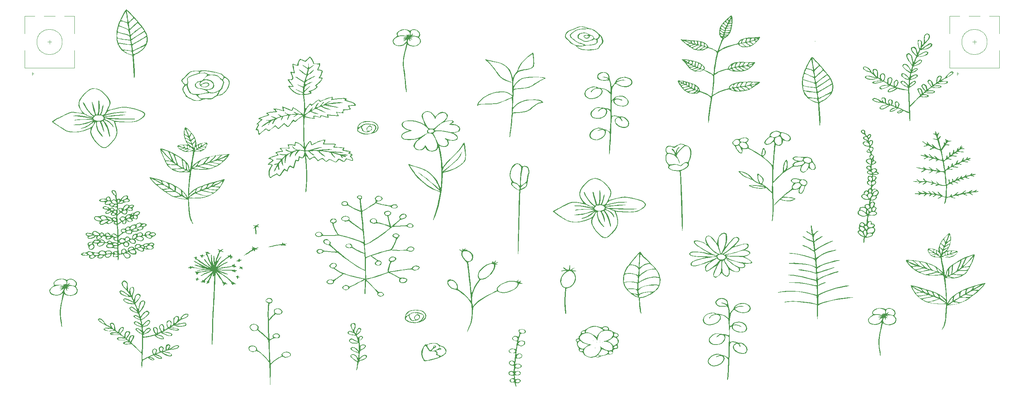
<source format=gbr>
%TF.GenerationSoftware,KiCad,Pcbnew,(6.0.7)*%
%TF.CreationDate,2022-10-27T18:23:28+02:00*%
%TF.ProjectId,the PETER keyboard,74686520-5045-4544-9552-206b6579626f,rev?*%
%TF.SameCoordinates,Original*%
%TF.FileFunction,Legend,Top*%
%TF.FilePolarity,Positive*%
%FSLAX46Y46*%
G04 Gerber Fmt 4.6, Leading zero omitted, Abs format (unit mm)*
G04 Created by KiCad (PCBNEW (6.0.7)) date 2022-10-27 18:23:28*
%MOMM*%
%LPD*%
G01*
G04 APERTURE LIST*
%ADD10C,0.120000*%
G04 APERTURE END LIST*
%TO.C,G\u002A\u002A\u002A*%
G36*
X79904343Y-108012010D02*
G01*
X79927241Y-108109136D01*
X80011342Y-108247560D01*
X80202001Y-108281896D01*
X80476761Y-108287551D01*
X80202001Y-108378217D01*
X79990440Y-108504167D01*
X79927241Y-108623220D01*
X79872343Y-108751899D01*
X79805126Y-108777557D01*
X79699074Y-108709241D01*
X79683011Y-108642483D01*
X79608202Y-108545201D01*
X79438780Y-108551108D01*
X79244283Y-108552741D01*
X79194549Y-108511255D01*
X79296359Y-108425268D01*
X79438780Y-108384003D01*
X79643947Y-108272233D01*
X79683011Y-108141167D01*
X79726668Y-107988871D01*
X79805126Y-107942031D01*
X79904343Y-108012010D01*
G37*
G36*
X144299910Y-89915863D02*
G01*
X144358454Y-89812388D01*
X144306269Y-89630559D01*
X144169791Y-89390507D01*
X143901761Y-88768413D01*
X143839245Y-88236403D01*
X144053186Y-88236403D01*
X144137341Y-88759293D01*
X144319365Y-89225359D01*
X144589607Y-89603615D01*
X144938417Y-89863072D01*
X145082104Y-89921669D01*
X145417429Y-90078532D01*
X145748572Y-90305308D01*
X145838648Y-90385276D01*
X146045188Y-90567274D01*
X146195554Y-90666015D01*
X146235895Y-90671723D01*
X146259023Y-90577646D01*
X146278227Y-90349510D01*
X146291652Y-90020355D01*
X146296009Y-89721582D01*
X146506217Y-89721582D01*
X146506830Y-89758331D01*
X146527575Y-90749960D01*
X146900725Y-90426797D01*
X147191409Y-90185369D01*
X147476635Y-89964246D01*
X147561581Y-89902941D01*
X147708403Y-89774567D01*
X147810216Y-89606062D01*
X147883651Y-89356402D01*
X147945339Y-88984559D01*
X147951106Y-88942040D01*
X148011827Y-88563305D01*
X148085310Y-88213543D01*
X148158706Y-87951196D01*
X148182391Y-87889951D01*
X148294681Y-87465814D01*
X148276499Y-87041613D01*
X148140951Y-86659404D01*
X147901144Y-86361243D01*
X147661447Y-86218346D01*
X147417366Y-86140777D01*
X147228225Y-86132580D01*
X147081359Y-86210900D01*
X146964105Y-86392883D01*
X146863799Y-86695674D01*
X146767777Y-87136418D01*
X146698812Y-87521653D01*
X146619468Y-88070161D01*
X146556993Y-88665413D01*
X146517279Y-89238767D01*
X146506217Y-89721582D01*
X146296009Y-89721582D01*
X146297444Y-89623223D01*
X146297537Y-89573880D01*
X146313370Y-89038425D01*
X146355687Y-88423936D01*
X146417490Y-87816905D01*
X146471401Y-87424958D01*
X146540340Y-86976346D01*
X146579145Y-86658770D01*
X146586292Y-86437311D01*
X146560262Y-86277051D01*
X146499532Y-86143072D01*
X146409759Y-86010321D01*
X146150000Y-85722572D01*
X145876296Y-85581669D01*
X145546403Y-85568475D01*
X145461714Y-85580875D01*
X145197217Y-85701222D01*
X144913697Y-85958916D01*
X144632975Y-86326551D01*
X144376871Y-86776721D01*
X144217086Y-87144107D01*
X144076551Y-87687679D01*
X144053186Y-88236403D01*
X143839245Y-88236403D01*
X143819786Y-88070807D01*
X143926996Y-87332895D01*
X143973177Y-87178141D01*
X144237796Y-86502318D01*
X144540817Y-85988479D01*
X144885345Y-85633262D01*
X145274484Y-85433299D01*
X145629161Y-85382820D01*
X145964710Y-85442443D01*
X146309851Y-85591874D01*
X146587724Y-85786961D01*
X146721468Y-85983547D01*
X146724357Y-86011977D01*
X146784454Y-86109767D01*
X146938059Y-86092477D01*
X147433070Y-86003466D01*
X147820672Y-86055143D01*
X148123262Y-86255588D01*
X148359371Y-86605072D01*
X148539960Y-87180038D01*
X148488338Y-87725191D01*
X148425915Y-87889951D01*
X148369810Y-88076204D01*
X148303562Y-88390990D01*
X148234082Y-88796146D01*
X148168282Y-89253507D01*
X148144103Y-89446162D01*
X148073148Y-89990689D01*
X147997766Y-90398974D01*
X147900069Y-90701624D01*
X147762171Y-90929249D01*
X147566185Y-91112457D01*
X147294224Y-91281855D01*
X146976287Y-91444578D01*
X146384549Y-91735450D01*
X146310507Y-93342523D01*
X146295642Y-93707646D01*
X146277649Y-94220791D01*
X146257069Y-94862894D01*
X146234444Y-95614893D01*
X146210317Y-96457722D01*
X146185228Y-97372318D01*
X146159721Y-98339618D01*
X146134336Y-99340557D01*
X146109616Y-100356071D01*
X146102124Y-100672952D01*
X146078036Y-101645067D01*
X146052542Y-102574862D01*
X146026198Y-103447752D01*
X145999559Y-104249151D01*
X145973178Y-104964473D01*
X145947613Y-105579133D01*
X145923416Y-106078544D01*
X145901144Y-106448121D01*
X145881350Y-106673278D01*
X145871652Y-106730518D01*
X145775520Y-107064728D01*
X145763254Y-106646965D01*
X145761283Y-106428987D01*
X145763189Y-106060748D01*
X145768618Y-105559068D01*
X145777215Y-104940766D01*
X145788622Y-104222661D01*
X145802486Y-103421574D01*
X145818450Y-102554322D01*
X145836159Y-101637726D01*
X145855257Y-100688606D01*
X145875388Y-99723779D01*
X145896197Y-98760067D01*
X145917329Y-97814287D01*
X145938428Y-96903261D01*
X145959137Y-96043806D01*
X145979102Y-95252743D01*
X145997968Y-94546891D01*
X146015377Y-93943069D01*
X146030976Y-93458096D01*
X146044407Y-93108793D01*
X146052952Y-92944333D01*
X146124474Y-91858149D01*
X145722252Y-91689390D01*
X145399575Y-91512508D01*
X145043208Y-91253433D01*
X144697284Y-90953087D01*
X144405938Y-90652394D01*
X144213306Y-90392276D01*
X144159934Y-90240764D01*
X144177515Y-90165665D01*
X144412930Y-90165665D01*
X144471352Y-90391387D01*
X144683054Y-90694275D01*
X144945658Y-90964430D01*
X145377789Y-91333133D01*
X145729749Y-91565397D01*
X145992913Y-91659116D01*
X146158659Y-91612187D01*
X146218361Y-91422507D01*
X146206869Y-91288138D01*
X146434906Y-91288138D01*
X146438553Y-91298861D01*
X146489525Y-91403679D01*
X146572541Y-91425775D01*
X146748282Y-91359724D01*
X146973406Y-91251057D01*
X147304997Y-91060598D01*
X147572979Y-90859481D01*
X147631308Y-90800850D01*
X147755019Y-90598028D01*
X147816417Y-90378193D01*
X147812679Y-90191144D01*
X147740980Y-90086681D01*
X147672048Y-90082360D01*
X147527631Y-90161220D01*
X147284918Y-90337912D01*
X146992421Y-90576719D01*
X146945108Y-90617553D01*
X146622577Y-90920217D01*
X146459007Y-91135007D01*
X146434906Y-91288138D01*
X146206869Y-91288138D01*
X146205467Y-91271751D01*
X146051860Y-90876915D01*
X145753396Y-90503444D01*
X145362598Y-90208376D01*
X145126356Y-90099828D01*
X144743533Y-90005051D01*
X144504691Y-90031941D01*
X144412930Y-90165665D01*
X144177515Y-90165665D01*
X144208012Y-90035394D01*
X144299910Y-89915863D01*
G37*
G36*
X83013304Y-105153296D02*
G01*
X83214180Y-105261384D01*
X83479827Y-105405233D01*
X83725515Y-105418617D01*
X83971847Y-105346480D01*
X84226653Y-105288546D01*
X84360694Y-105290924D01*
X84366221Y-105345373D01*
X84193124Y-105436888D01*
X84140222Y-105457005D01*
X83912319Y-105551016D01*
X83885816Y-105608804D01*
X83987578Y-105646830D01*
X84182998Y-105738170D01*
X84163959Y-105814198D01*
X83955687Y-105827515D01*
X83895991Y-105818904D01*
X83683342Y-105800599D01*
X83602189Y-105875756D01*
X83590703Y-106023659D01*
X83557812Y-106191599D01*
X83473306Y-106231039D01*
X83468587Y-106229202D01*
X83367923Y-106111983D01*
X83346472Y-106006199D01*
X83307813Y-105959827D01*
X83177797Y-105992297D01*
X82935371Y-106113936D01*
X82559478Y-106335073D01*
X82125318Y-106605189D01*
X81683154Y-106877497D01*
X81312348Y-107093231D01*
X81044866Y-107234768D01*
X80912675Y-107284485D01*
X80904164Y-107278393D01*
X80985722Y-107184945D01*
X81208316Y-107000262D01*
X81538834Y-106750263D01*
X81944158Y-106460871D01*
X81983324Y-106433676D01*
X82375905Y-106153428D01*
X82678616Y-105921055D01*
X82864637Y-105758447D01*
X82907150Y-105687495D01*
X82899189Y-105686110D01*
X82749873Y-105636285D01*
X82735895Y-105602557D01*
X82834803Y-105528431D01*
X82919068Y-105519004D01*
X83085387Y-105475119D01*
X83047520Y-105359256D01*
X82957738Y-105286450D01*
X82869456Y-105176747D01*
X82886504Y-105137447D01*
X83013304Y-105153296D01*
G37*
G36*
X163657690Y-127354092D02*
G01*
X163672305Y-127453249D01*
X163657690Y-127465496D01*
X163585093Y-127454026D01*
X163576280Y-127409794D01*
X163620960Y-127341021D01*
X163657690Y-127354092D01*
G37*
G36*
X215281754Y-100135953D02*
G01*
X215354840Y-100290568D01*
X215423430Y-100568437D01*
X215491991Y-100986067D01*
X215538789Y-101341373D01*
X215591937Y-101737076D01*
X215644766Y-101981733D01*
X215713824Y-102091007D01*
X215815654Y-102080560D01*
X215966804Y-101966051D01*
X216084154Y-101857593D01*
X216338899Y-101646629D01*
X216595771Y-101479874D01*
X216807939Y-101381942D01*
X216928570Y-101377444D01*
X216940703Y-101407421D01*
X216858714Y-101506847D01*
X216657492Y-101657055D01*
X216618827Y-101681907D01*
X216173335Y-102073129D01*
X215904738Y-102564192D01*
X215825600Y-103131317D01*
X215827808Y-103178895D01*
X215852727Y-103462999D01*
X215886122Y-103673560D01*
X215918421Y-103761215D01*
X216021712Y-103728410D01*
X216207184Y-103597615D01*
X216268525Y-103545935D01*
X216505256Y-103369291D01*
X216829093Y-103165595D01*
X217189441Y-102961777D01*
X217535702Y-102784768D01*
X217817280Y-102661496D01*
X217983577Y-102618893D01*
X218000981Y-102623844D01*
X217947450Y-102697617D01*
X217744833Y-102859723D01*
X217425132Y-103086369D01*
X217020348Y-103353761D01*
X217012506Y-103358784D01*
X215946888Y-104040942D01*
X216031705Y-104884414D01*
X216071039Y-105240913D01*
X216109451Y-105529433D01*
X216141649Y-105713104D01*
X216157291Y-105759295D01*
X216258425Y-105720679D01*
X216495925Y-105591040D01*
X216828155Y-105393769D01*
X217027314Y-105270481D01*
X217448744Y-105021664D01*
X217948383Y-104750663D01*
X218483895Y-104477675D01*
X219012940Y-104222893D01*
X219493181Y-104006513D01*
X219882281Y-103848729D01*
X220137900Y-103769737D01*
X220184763Y-103764399D01*
X220345741Y-103793829D01*
X220280667Y-103882459D01*
X219988915Y-104030803D01*
X219725694Y-104140386D01*
X219032746Y-104438552D01*
X218315843Y-104785180D01*
X217637913Y-105147002D01*
X217061881Y-105490749D01*
X216713305Y-105733009D01*
X216180619Y-106145649D01*
X216254504Y-106688741D01*
X216294498Y-107031440D01*
X216321681Y-107357341D01*
X216329258Y-107544609D01*
X216330126Y-107857384D01*
X217154405Y-107284391D01*
X217654480Y-106959905D01*
X218137251Y-106707284D01*
X218697861Y-106480726D01*
X219138780Y-106329131D01*
X219679878Y-106160804D01*
X220195355Y-106017782D01*
X220611938Y-105919586D01*
X220787337Y-105889905D01*
X221093188Y-105867358D01*
X221174584Y-105895432D01*
X221038159Y-105970672D01*
X220690546Y-106089621D01*
X220138380Y-106248824D01*
X220054645Y-106271562D01*
X219056696Y-106571570D01*
X218251914Y-106887550D01*
X217589521Y-107243550D01*
X217018738Y-107663619D01*
X216904201Y-107763622D01*
X216681775Y-107985608D01*
X216536517Y-108203069D01*
X216460551Y-108452859D01*
X216446002Y-108771829D01*
X216484995Y-109196832D01*
X216530179Y-109513899D01*
X216608118Y-110024095D01*
X217110228Y-109727262D01*
X217534060Y-109514113D01*
X218098850Y-109283180D01*
X218757836Y-109048200D01*
X219464254Y-108822909D01*
X220171343Y-108621044D01*
X220832339Y-108456342D01*
X221400479Y-108342539D01*
X221829002Y-108293372D01*
X221977555Y-108297469D01*
X222104689Y-108314633D01*
X222151542Y-108334592D01*
X222088343Y-108366530D01*
X221885325Y-108419630D01*
X221512717Y-108503077D01*
X220940750Y-108626053D01*
X220848395Y-108645808D01*
X219807623Y-108901846D01*
X218822830Y-109207313D01*
X217954694Y-109541085D01*
X217263889Y-109882038D01*
X217215462Y-109910571D01*
X216867641Y-110130634D01*
X216673268Y-110295868D01*
X216590343Y-110451647D01*
X216576024Y-110601306D01*
X216584421Y-110902603D01*
X216630112Y-111088711D01*
X216749735Y-111167229D01*
X216979930Y-111145753D01*
X217357337Y-111031882D01*
X217836434Y-110862676D01*
X218506629Y-110631342D01*
X219156754Y-110423126D01*
X219746177Y-110249506D01*
X220234268Y-110121962D01*
X220580395Y-110051970D01*
X220729264Y-110045453D01*
X220667223Y-110089178D01*
X220415701Y-110193001D01*
X220005860Y-110345368D01*
X219468862Y-110534726D01*
X218835867Y-110749524D01*
X218779248Y-110768381D01*
X216696472Y-111461031D01*
X216696472Y-112124557D01*
X216708434Y-112433705D01*
X216740205Y-112666050D01*
X216785616Y-112781916D01*
X216799661Y-112788083D01*
X216949469Y-112732141D01*
X217131650Y-112615100D01*
X217394063Y-112462664D01*
X217828171Y-112259742D01*
X218383656Y-112025485D01*
X219010199Y-111779045D01*
X219657483Y-111539570D01*
X220275189Y-111326214D01*
X220812998Y-111158126D01*
X221220593Y-111054457D01*
X221244311Y-111049850D01*
X221598888Y-110996579D01*
X221745173Y-111005081D01*
X221695978Y-111066150D01*
X221464116Y-111170580D01*
X221062398Y-111309165D01*
X220753625Y-111402434D01*
X219852735Y-111685984D01*
X218969022Y-112005538D01*
X218167209Y-112335594D01*
X217512021Y-112650646D01*
X217333778Y-112750037D01*
X216818587Y-113051763D01*
X216818587Y-114323295D01*
X217154405Y-114107973D01*
X217501873Y-113922744D01*
X217927050Y-113747235D01*
X218347364Y-113611026D01*
X218680240Y-113543693D01*
X218737040Y-113541063D01*
X218780866Y-113575097D01*
X218625111Y-113666099D01*
X218446729Y-113741170D01*
X218031838Y-113912344D01*
X217568335Y-114116069D01*
X217378219Y-114203717D01*
X216818587Y-114467164D01*
X216818587Y-115465781D01*
X216823172Y-115852015D01*
X216835661Y-116168762D01*
X216854157Y-116383667D01*
X216876761Y-116464375D01*
X216877168Y-116464399D01*
X216996307Y-116417245D01*
X217251589Y-116293770D01*
X217579331Y-116125094D01*
X218198656Y-115839382D01*
X218986286Y-115537495D01*
X219885042Y-115236008D01*
X220837743Y-114951495D01*
X221787207Y-114700530D01*
X222676256Y-114499689D01*
X223447709Y-114365544D01*
X223779164Y-114328007D01*
X224175872Y-114304047D01*
X224340757Y-114317777D01*
X224279254Y-114367239D01*
X223996801Y-114450480D01*
X223498831Y-114565543D01*
X222790781Y-114710474D01*
X222627566Y-114742268D01*
X221191653Y-115061678D01*
X219858294Y-115440675D01*
X218678919Y-115863350D01*
X217942271Y-116191572D01*
X217553918Y-116383296D01*
X217239070Y-116538236D01*
X217052597Y-116629404D01*
X217031564Y-116639497D01*
X216999460Y-116729349D01*
X216966691Y-116943957D01*
X216935630Y-117244806D01*
X216908650Y-117593382D01*
X216888125Y-117951171D01*
X216876427Y-118279660D01*
X216875929Y-118540335D01*
X216889005Y-118694681D01*
X216903356Y-118720320D01*
X217016176Y-118683177D01*
X217287017Y-118585186D01*
X217660282Y-118446509D01*
X217711487Y-118427275D01*
X218428887Y-118192071D01*
X219326123Y-117951299D01*
X220340303Y-117717901D01*
X221408534Y-117504820D01*
X222467924Y-117325001D01*
X223455581Y-117191385D01*
X223962337Y-117140860D01*
X224423166Y-117113562D01*
X224787068Y-117111711D01*
X225024653Y-117130388D01*
X225106532Y-117164675D01*
X225003314Y-117209654D01*
X224685609Y-117260406D01*
X224680407Y-117261026D01*
X223092187Y-117460740D01*
X221724752Y-117657644D01*
X220554922Y-117856702D01*
X219559514Y-118062877D01*
X218715348Y-118281130D01*
X217999243Y-118516425D01*
X217388017Y-118773723D01*
X217215462Y-118859113D01*
X216818587Y-119063035D01*
X216811550Y-120500066D01*
X216803343Y-121000275D01*
X216785135Y-121466308D01*
X216759124Y-121862168D01*
X216727505Y-122151854D01*
X216703478Y-122271307D01*
X216667946Y-122315725D01*
X216638602Y-122195210D01*
X216615608Y-121911879D01*
X216599125Y-121467854D01*
X216589313Y-120865254D01*
X216588400Y-120757823D01*
X216574357Y-118910128D01*
X216045197Y-118771857D01*
X215452290Y-118643205D01*
X214656982Y-118515327D01*
X213645194Y-118386214D01*
X212453615Y-118258885D01*
X211407983Y-118184688D01*
X210474442Y-118190005D01*
X209547943Y-118277857D01*
X209033732Y-118357219D01*
X208823139Y-118364761D01*
X208758972Y-118324988D01*
X208873691Y-118231161D01*
X209188340Y-118146615D01*
X209658656Y-118077661D01*
X210240378Y-118030607D01*
X210889243Y-118011763D01*
X210957049Y-118011674D01*
X211601943Y-118029602D01*
X212364327Y-118077583D01*
X213185658Y-118149187D01*
X214007395Y-118237982D01*
X214770994Y-118337537D01*
X215417916Y-118441422D01*
X215889616Y-118543206D01*
X215948774Y-118560019D01*
X216271448Y-118653959D01*
X216487783Y-118711648D01*
X216532697Y-118720320D01*
X216549228Y-118642248D01*
X216557526Y-118429789D01*
X216557092Y-118115574D01*
X216547703Y-117740071D01*
X216513299Y-116759821D01*
X215414261Y-116486841D01*
X214357416Y-116233457D01*
X213469686Y-116043728D01*
X212699348Y-115909935D01*
X211994685Y-115824360D01*
X211303977Y-115779284D01*
X210590703Y-115766963D01*
X209658240Y-115787768D01*
X208843177Y-115844626D01*
X208354519Y-115907739D01*
X207817168Y-115994026D01*
X207485771Y-116036812D01*
X207331084Y-116037618D01*
X207323861Y-115997965D01*
X207373119Y-115958799D01*
X207614229Y-115867158D01*
X208043595Y-115773862D01*
X208605716Y-115687631D01*
X209245089Y-115617182D01*
X209808895Y-115576166D01*
X210909121Y-115575566D01*
X212153277Y-115680643D01*
X213501759Y-115886823D01*
X214722608Y-116143382D01*
X215290398Y-116279642D01*
X215788607Y-116403454D01*
X216163105Y-116501086D01*
X216358762Y-116558438D01*
X216450358Y-116582721D01*
X216511335Y-116559631D01*
X216546479Y-116464447D01*
X216560575Y-116272448D01*
X216558411Y-115958914D01*
X216547523Y-115583410D01*
X216513299Y-114526729D01*
X215597434Y-114324092D01*
X214519916Y-114094996D01*
X213617300Y-113925867D01*
X212840628Y-113809857D01*
X212140946Y-113740114D01*
X211469296Y-113709791D01*
X211187911Y-113707162D01*
X210624980Y-113699136D01*
X210218561Y-113676704D01*
X210004327Y-113642333D01*
X209980126Y-113623610D01*
X210096502Y-113585242D01*
X210423272Y-113557368D01*
X210926899Y-113542195D01*
X211248969Y-113540057D01*
X212385618Y-113585524D01*
X213572727Y-113726611D01*
X214860669Y-113970347D01*
X215636865Y-114152340D01*
X216046698Y-114242648D01*
X216360984Y-114290471D01*
X216517021Y-114286535D01*
X216521304Y-114283168D01*
X216544007Y-114166232D01*
X216534581Y-113939403D01*
X216507037Y-113729120D01*
X216427236Y-113247623D01*
X214089018Y-112652433D01*
X213176604Y-112424895D01*
X212448123Y-112255089D01*
X211863030Y-112134909D01*
X211380778Y-112056251D01*
X210960822Y-112011011D01*
X210837597Y-112002544D01*
X210378982Y-111964417D01*
X210012889Y-111914364D01*
X209810319Y-111862412D01*
X209799616Y-111855981D01*
X209809640Y-111813029D01*
X210006091Y-111795473D01*
X210410556Y-111802419D01*
X210741790Y-111816966D01*
X211100970Y-111841602D01*
X211476643Y-111883832D01*
X211896680Y-111949666D01*
X212388954Y-112045117D01*
X212981338Y-112176195D01*
X213701703Y-112348913D01*
X214577922Y-112569280D01*
X215637867Y-112843309D01*
X216280513Y-113011531D01*
X216363540Y-113004403D01*
X216415620Y-112912837D01*
X216443039Y-112710795D01*
X216452080Y-112372238D01*
X216452241Y-112299975D01*
X216452241Y-111543330D01*
X215628541Y-111274356D01*
X215026407Y-111110373D01*
X214277608Y-110956011D01*
X213491522Y-110832933D01*
X212919072Y-110749406D01*
X212499227Y-110672159D01*
X212247512Y-110607669D01*
X212179452Y-110562414D01*
X212310573Y-110542874D01*
X212656398Y-110555525D01*
X212865365Y-110571651D01*
X214199010Y-110746539D01*
X215386017Y-111027524D01*
X215627962Y-111104354D01*
X216330126Y-111339197D01*
X216330126Y-110153498D01*
X215689020Y-109864528D01*
X215095798Y-109641911D01*
X214403635Y-109471480D01*
X213575538Y-109347420D01*
X212574515Y-109263918D01*
X211598155Y-109221617D01*
X210978031Y-109198804D01*
X210455428Y-109171629D01*
X210073622Y-109142965D01*
X209875889Y-109115683D01*
X209858011Y-109106105D01*
X209970321Y-109043514D01*
X210269148Y-108996129D01*
X210697333Y-108967873D01*
X211197720Y-108962670D01*
X211671864Y-108981562D01*
X212810230Y-109074613D01*
X213753406Y-109191577D01*
X214549455Y-109341447D01*
X215246441Y-109533213D01*
X215872318Y-109767332D01*
X216285956Y-109942245D01*
X216240986Y-109213684D01*
X216213440Y-108782375D01*
X216171140Y-108481052D01*
X216080424Y-108273095D01*
X215907633Y-108121886D01*
X215619105Y-107990806D01*
X215181181Y-107843237D01*
X214897875Y-107752532D01*
X213407249Y-107316325D01*
X212049249Y-107009416D01*
X210942548Y-106842449D01*
X210410027Y-106773493D01*
X210065707Y-106709547D01*
X209920340Y-106657259D01*
X209984679Y-106623275D01*
X210269476Y-106614243D01*
X210591754Y-106625601D01*
X211157373Y-106685157D01*
X211880999Y-106807270D01*
X212702954Y-106978733D01*
X213563559Y-107186341D01*
X214403133Y-107416888D01*
X214986857Y-107598142D01*
X215422207Y-107741264D01*
X215775066Y-107856369D01*
X215985925Y-107924074D01*
X216013070Y-107932384D01*
X216055421Y-107870129D01*
X216069530Y-107668298D01*
X216054523Y-107353370D01*
X216037885Y-107180410D01*
X215952352Y-106396307D01*
X215333496Y-105966222D01*
X214884088Y-105689460D01*
X214346591Y-105408217D01*
X213930591Y-105222406D01*
X213436054Y-105016126D01*
X213151585Y-104875667D01*
X213066916Y-104794759D01*
X213171780Y-104767132D01*
X213185069Y-104767031D01*
X213409776Y-104817004D01*
X213771383Y-104952097D01*
X214219632Y-105150068D01*
X214704268Y-105388677D01*
X215175032Y-105645683D01*
X215189506Y-105654079D01*
X215512618Y-105838103D01*
X215755961Y-105969598D01*
X215867242Y-106020316D01*
X215867469Y-106020320D01*
X215875998Y-105943771D01*
X215861837Y-105739928D01*
X215830334Y-105447498D01*
X215786840Y-105105187D01*
X215736703Y-104751702D01*
X215685273Y-104425749D01*
X215637899Y-104166035D01*
X215599931Y-104011266D01*
X215586231Y-103985379D01*
X215459773Y-103933652D01*
X215184008Y-103828990D01*
X214909976Y-103727621D01*
X214579229Y-103584881D01*
X214206283Y-103391276D01*
X213835004Y-103174475D01*
X213509258Y-102962149D01*
X213272913Y-102781968D01*
X213169833Y-102661600D01*
X213177684Y-102634930D01*
X213293918Y-102663757D01*
X213537011Y-102783390D01*
X213857406Y-102969071D01*
X213903014Y-102997307D01*
X214319666Y-103236126D01*
X214756300Y-103453473D01*
X215084018Y-103589254D01*
X215608583Y-103771687D01*
X215523318Y-103120510D01*
X215438052Y-102469333D01*
X214693464Y-101997723D01*
X214364137Y-101775131D01*
X214133569Y-101591786D01*
X214038041Y-101477710D01*
X214043276Y-101459668D01*
X214169831Y-101480366D01*
X214415088Y-101596942D01*
X214728336Y-101784906D01*
X214760337Y-101805950D01*
X215382998Y-102218675D01*
X215305078Y-101633807D01*
X215251366Y-101243516D01*
X215192475Y-100834801D01*
X215152292Y-100568511D01*
X215126797Y-100277645D01*
X215157185Y-100114972D01*
X215199707Y-100088083D01*
X215281754Y-100135953D01*
G37*
G36*
X51419957Y-96751012D02*
G01*
X51261383Y-96506779D01*
X51255255Y-96344763D01*
X51408830Y-96344763D01*
X51482553Y-96536880D01*
X51651560Y-96681289D01*
X51872575Y-96721817D01*
X51901761Y-96716769D01*
X51990537Y-96623589D01*
X52023876Y-96455687D01*
X51995998Y-96369991D01*
X53183972Y-96369991D01*
X53245030Y-96411768D01*
X53306087Y-96369991D01*
X53245030Y-96328215D01*
X53183972Y-96369991D01*
X51995998Y-96369991D01*
X51965499Y-96276238D01*
X52456358Y-96276238D01*
X52494554Y-96362961D01*
X52628928Y-96363706D01*
X52686852Y-96353973D01*
X52920002Y-96257189D01*
X52943423Y-96240541D01*
X53413605Y-96240541D01*
X53575378Y-96387724D01*
X53887400Y-96511971D01*
X53916664Y-96519598D01*
X54168421Y-96565702D01*
X54309847Y-96518342D01*
X54388704Y-96434813D01*
X54434191Y-96251734D01*
X54302031Y-96100260D01*
X54058483Y-96003400D01*
X53769808Y-95984160D01*
X53502266Y-96065547D01*
X53443586Y-96106651D01*
X53413605Y-96240541D01*
X52943423Y-96240541D01*
X53178533Y-96073419D01*
X53251445Y-96005492D01*
X53437434Y-95771746D01*
X53713907Y-95771746D01*
X53728130Y-95820213D01*
X53905766Y-95826899D01*
X54243140Y-95786951D01*
X54413154Y-95740407D01*
X54578970Y-95625136D01*
X54646597Y-95476207D01*
X54603111Y-95357591D01*
X54496712Y-95326863D01*
X54292726Y-95362885D01*
X54065371Y-95488267D01*
X53867209Y-95638906D01*
X53713907Y-95771746D01*
X53437434Y-95771746D01*
X53468967Y-95732116D01*
X53546676Y-95508388D01*
X53481255Y-95364009D01*
X53327374Y-95325583D01*
X53033529Y-95400927D01*
X52759543Y-95596902D01*
X52556696Y-95868421D01*
X52487253Y-96064219D01*
X52456358Y-96276238D01*
X51965499Y-96276238D01*
X51958578Y-96254962D01*
X51802288Y-96121672D01*
X51614415Y-96087622D01*
X51473668Y-96161110D01*
X51408830Y-96344763D01*
X51255255Y-96344763D01*
X51252569Y-96273746D01*
X51297851Y-96063639D01*
X51398662Y-95974595D01*
X51596472Y-95960358D01*
X51917268Y-95990213D01*
X52098859Y-96027602D01*
X52256203Y-96029780D01*
X52349902Y-95897222D01*
X52365108Y-95850149D01*
X52511521Y-95582040D01*
X52754365Y-95346729D01*
X53034442Y-95192467D01*
X53213749Y-95158478D01*
X53512653Y-95213324D01*
X53675838Y-95285915D01*
X53851241Y-95369787D01*
X53981755Y-95328272D01*
X54036223Y-95285915D01*
X54290829Y-95178764D01*
X54596107Y-95172438D01*
X54839785Y-95265139D01*
X54874554Y-95299345D01*
X54911507Y-95452500D01*
X54860103Y-95639424D01*
X54751242Y-95786669D01*
X54652610Y-95826899D01*
X54607617Y-95901830D01*
X54582594Y-96092455D01*
X54580625Y-96223774D01*
X54576256Y-96463689D01*
X54520828Y-96583859D01*
X54369161Y-96631598D01*
X54175896Y-96647623D01*
X53856870Y-96641539D01*
X53640932Y-96590203D01*
X53632483Y-96584959D01*
X53461820Y-96506369D01*
X53352038Y-96509730D01*
X53372042Y-96584294D01*
X53411542Y-96748194D01*
X53361456Y-96985240D01*
X53246677Y-97220968D01*
X53109395Y-97369937D01*
X52866927Y-97480460D01*
X52606599Y-97463323D01*
X52272112Y-97313354D01*
X52229319Y-97289070D01*
X51971019Y-97155001D01*
X51786375Y-97084984D01*
X51762017Y-97081973D01*
X51635806Y-97145643D01*
X51433947Y-97305240D01*
X51321712Y-97408645D01*
X51142233Y-97603342D01*
X51041893Y-97789986D01*
X50999897Y-98028286D01*
X50994947Y-98346828D01*
X51011360Y-98712258D01*
X51045378Y-99066159D01*
X51086533Y-99316173D01*
X51169068Y-99672223D01*
X51516520Y-99373325D01*
X51722519Y-99183669D01*
X51785755Y-99067179D01*
X51724232Y-98971228D01*
X51669165Y-98927143D01*
X51494822Y-98684205D01*
X51505925Y-98482999D01*
X51734500Y-98482999D01*
X51787380Y-98705764D01*
X51920687Y-98849103D01*
X52131034Y-98975195D01*
X52301298Y-98969956D01*
X52488212Y-98823560D01*
X52568278Y-98736912D01*
X52629548Y-98627719D01*
X53353129Y-98627719D01*
X53373088Y-98744502D01*
X53501532Y-98910061D01*
X53743146Y-99097041D01*
X54008977Y-99169976D01*
X54236383Y-99121790D01*
X54342604Y-99005055D01*
X54349346Y-98785012D01*
X54201163Y-98596534D01*
X53958389Y-98472463D01*
X53681359Y-98445642D01*
X53461586Y-98525486D01*
X53353129Y-98627719D01*
X52629548Y-98627719D01*
X52715745Y-98474103D01*
X52647560Y-98273756D01*
X52369355Y-98149973D01*
X52330883Y-98142471D01*
X52032784Y-98155645D01*
X51825146Y-98284391D01*
X51734500Y-98482999D01*
X51505925Y-98482999D01*
X51510071Y-98407877D01*
X51697010Y-98152912D01*
X51973806Y-97995244D01*
X52226229Y-97950548D01*
X52501101Y-98028438D01*
X52520526Y-98037032D01*
X52730689Y-98121853D01*
X52758918Y-98117062D01*
X53071859Y-98117062D01*
X53073076Y-98300679D01*
X53165818Y-98407874D01*
X53222183Y-98417031D01*
X53401294Y-98360797D01*
X53577339Y-98262875D01*
X54160895Y-98262875D01*
X54263335Y-98320272D01*
X54405126Y-98333478D01*
X54592462Y-98287816D01*
X54649202Y-98125771D01*
X54649357Y-98111647D01*
X54639197Y-97988155D01*
X54887973Y-97988155D01*
X54943632Y-98217305D01*
X55023942Y-98344012D01*
X55220226Y-98469748D01*
X55438804Y-98458600D01*
X55588505Y-98321540D01*
X55603419Y-98274270D01*
X55572642Y-98032114D01*
X55409737Y-97838746D01*
X55164311Y-97749661D01*
X55133522Y-97748610D01*
X54954144Y-97816305D01*
X54887973Y-97988155D01*
X54639197Y-97988155D01*
X54636786Y-97958845D01*
X54557716Y-97952645D01*
X54405126Y-98041044D01*
X54223259Y-98177261D01*
X54160895Y-98262875D01*
X53577339Y-98262875D01*
X53653864Y-98220309D01*
X53737747Y-98163334D01*
X53959823Y-97979297D01*
X54011099Y-97848734D01*
X54001339Y-97832162D01*
X54283011Y-97832162D01*
X54327691Y-97900936D01*
X54364421Y-97887864D01*
X54379036Y-97788707D01*
X54364421Y-97776460D01*
X54291823Y-97787930D01*
X54283011Y-97832162D01*
X54001339Y-97832162D01*
X53965571Y-97771432D01*
X53752896Y-97621950D01*
X53518364Y-97633371D01*
X53313720Y-97743388D01*
X53154597Y-97912730D01*
X53071859Y-98117062D01*
X52758918Y-98117062D01*
X52807875Y-98108753D01*
X52817626Y-98036543D01*
X52899016Y-97897386D01*
X53102501Y-97711502D01*
X53187045Y-97650100D01*
X53498128Y-97478224D01*
X53623264Y-97458220D01*
X54403530Y-97458220D01*
X54473282Y-97599239D01*
X54488371Y-97610611D01*
X54605408Y-97605840D01*
X54689001Y-97526726D01*
X54893587Y-97526726D01*
X54994576Y-97577470D01*
X55238376Y-97582517D01*
X55536236Y-97549294D01*
X55799406Y-97485228D01*
X55891424Y-97443226D01*
X56068768Y-97256207D01*
X56114741Y-97109015D01*
X56036752Y-96949610D01*
X55837102Y-96903340D01*
X55567267Y-96965480D01*
X55278720Y-97131305D01*
X55205090Y-97192516D01*
X55011709Y-97377900D01*
X54902562Y-97505637D01*
X54893587Y-97526726D01*
X54689001Y-97526726D01*
X54720152Y-97497244D01*
X54769602Y-97351735D01*
X54673067Y-97259292D01*
X54588299Y-97247294D01*
X54449365Y-97313652D01*
X54403530Y-97458220D01*
X53623264Y-97458220D01*
X53760979Y-97436205D01*
X53831643Y-97444594D01*
X54079259Y-97438249D01*
X54225445Y-97306907D01*
X54443015Y-97150444D01*
X54675969Y-97118159D01*
X55011541Y-97059344D01*
X55286546Y-96942616D01*
X55667726Y-96755594D01*
X55970298Y-96718560D01*
X56172265Y-96797273D01*
X56341691Y-97018592D01*
X56329034Y-97278217D01*
X56143681Y-97510714D01*
X56062623Y-97561766D01*
X55869837Y-97696397D01*
X55809144Y-97858632D01*
X55831538Y-98054183D01*
X55817622Y-98342707D01*
X55672429Y-98549946D01*
X55428185Y-98644310D01*
X55241729Y-98632400D01*
X54834467Y-98546200D01*
X54614158Y-98511710D01*
X54533165Y-98534147D01*
X54543853Y-98618731D01*
X54575877Y-98705348D01*
X54566181Y-98996767D01*
X54464109Y-99141120D01*
X54197005Y-99303228D01*
X53878529Y-99314038D01*
X53545557Y-99178065D01*
X53327506Y-99001899D01*
X53035747Y-98709465D01*
X53114903Y-98966496D01*
X53125674Y-99277399D01*
X52989052Y-99555173D01*
X52735484Y-99739130D01*
X52725305Y-99742963D01*
X52439213Y-99780239D01*
X52239551Y-99671553D01*
X52164595Y-99472412D01*
X52133421Y-99347915D01*
X52329436Y-99347915D01*
X52361871Y-99539042D01*
X52491811Y-99656396D01*
X52578933Y-99670320D01*
X52680765Y-99601656D01*
X52808003Y-99435448D01*
X52813897Y-99425822D01*
X52894946Y-99193990D01*
X52878710Y-99001957D01*
X52802504Y-98879583D01*
X52694954Y-98890061D01*
X52562336Y-98966971D01*
X52395820Y-99138672D01*
X52329436Y-99347915D01*
X52133421Y-99347915D01*
X52123935Y-99310033D01*
X52063920Y-99252616D01*
X51945569Y-99310836D01*
X51726249Y-99461112D01*
X51534108Y-99607656D01*
X51086367Y-99962754D01*
X51154075Y-100714728D01*
X51186569Y-101129505D01*
X51211731Y-101551771D01*
X51225053Y-101903191D01*
X51225954Y-101964086D01*
X51230126Y-102461471D01*
X51714069Y-102138142D01*
X51985644Y-101943748D01*
X52092315Y-101823008D01*
X52058279Y-101743823D01*
X52026041Y-101724310D01*
X51868057Y-101577590D01*
X51792737Y-101441889D01*
X52001852Y-101441889D01*
X52094693Y-101558300D01*
X52345062Y-101653184D01*
X52638854Y-101623740D01*
X52758596Y-101552112D01*
X53104975Y-101552112D01*
X53119280Y-101726674D01*
X53309339Y-101882561D01*
X53608566Y-101980340D01*
X53849367Y-101992960D01*
X54100478Y-101956545D01*
X54215678Y-101857018D01*
X54259235Y-101661792D01*
X54255862Y-101443076D01*
X54156244Y-101333932D01*
X54061662Y-101304566D01*
X53745900Y-101296783D01*
X53406454Y-101369971D01*
X53155102Y-101495204D01*
X53104975Y-101552112D01*
X52758596Y-101552112D01*
X52864517Y-101488751D01*
X52895692Y-101324597D01*
X52818852Y-101230533D01*
X54492365Y-101230533D01*
X54571162Y-101285470D01*
X54679351Y-101322787D01*
X55111025Y-101411244D01*
X55466510Y-101380882D01*
X55624989Y-101300660D01*
X55715354Y-101117554D01*
X55608804Y-100944293D01*
X55454024Y-100873138D01*
X55250065Y-100887976D01*
X54951977Y-100981134D01*
X54840143Y-101029207D01*
X54575162Y-101157643D01*
X54492365Y-101230533D01*
X52818852Y-101230533D01*
X52763458Y-101162722D01*
X52538935Y-101051740D01*
X52293242Y-101040264D01*
X52235881Y-101059054D01*
X52016788Y-101232438D01*
X52001852Y-101441889D01*
X51792737Y-101441889D01*
X51775747Y-101411278D01*
X51796716Y-101176836D01*
X51984542Y-100981595D01*
X51996241Y-100977208D01*
X53061857Y-100977208D01*
X53078217Y-101165907D01*
X53167485Y-101228575D01*
X53389946Y-101206062D01*
X53397674Y-101204771D01*
X53676628Y-101132989D01*
X53825777Y-101056962D01*
X53892908Y-100863054D01*
X53842035Y-100758099D01*
X54109338Y-100758099D01*
X54111267Y-100966874D01*
X54127664Y-101082527D01*
X54135231Y-101090721D01*
X54255171Y-101056401D01*
X54514895Y-100970110D01*
X54639160Y-100927169D01*
X55018148Y-100760152D01*
X55109000Y-100667321D01*
X55382049Y-100667321D01*
X55457626Y-100753047D01*
X55486333Y-100756504D01*
X55636941Y-100808502D01*
X55873523Y-100936545D01*
X55920664Y-100965789D01*
X56230221Y-101103211D01*
X56513302Y-101086008D01*
X56811988Y-100910717D01*
X56837037Y-100890404D01*
X56925433Y-100726232D01*
X56882555Y-100550824D01*
X56736668Y-100435580D01*
X56651735Y-100422294D01*
X56422117Y-100465792D01*
X56177482Y-100554552D01*
X55851308Y-100639843D01*
X55632259Y-100632474D01*
X55431055Y-100622778D01*
X55382049Y-100667321D01*
X55109000Y-100667321D01*
X55207797Y-100566373D01*
X55259931Y-100292655D01*
X55259934Y-100290131D01*
X55226209Y-100178599D01*
X55506034Y-100178599D01*
X55560433Y-100415429D01*
X55723140Y-100503768D01*
X55985355Y-100441764D01*
X56198457Y-100324177D01*
X56350954Y-100171961D01*
X56658342Y-100171961D01*
X56685030Y-100278182D01*
X56844198Y-100316452D01*
X57116859Y-100288079D01*
X57404613Y-100209514D01*
X57566296Y-100130840D01*
X57687463Y-99970065D01*
X57606748Y-99833607D01*
X57364473Y-99767259D01*
X57247832Y-99769165D01*
X56982625Y-99846739D01*
X56765561Y-99999606D01*
X56658342Y-100171961D01*
X56350954Y-100171961D01*
X56386481Y-100136500D01*
X56477544Y-99913406D01*
X56456761Y-99718307D01*
X56361496Y-99629611D01*
X56169702Y-99628948D01*
X55900611Y-99703501D01*
X55661809Y-99819296D01*
X55597621Y-99870822D01*
X55527801Y-100020346D01*
X55506034Y-100178599D01*
X55226209Y-100178599D01*
X55215327Y-100142612D01*
X55033083Y-100091205D01*
X54912514Y-100088083D01*
X54517798Y-100161572D01*
X54243183Y-100367357D01*
X54115065Y-100683420D01*
X54109338Y-100758099D01*
X53842035Y-100758099D01*
X53793890Y-100658774D01*
X53652141Y-100561001D01*
X53400530Y-100527731D01*
X53195247Y-100633212D01*
X53076427Y-100849144D01*
X53061857Y-100977208D01*
X51996241Y-100977208D01*
X52274949Y-100872699D01*
X52508627Y-100873730D01*
X52726846Y-100876931D01*
X52875869Y-100767214D01*
X52940907Y-100671026D01*
X53147410Y-100474824D01*
X53435633Y-100359243D01*
X53719799Y-100354670D01*
X53779253Y-100374049D01*
X53933884Y-100355868D01*
X54060953Y-100270797D01*
X54348570Y-100068392D01*
X54695220Y-99922589D01*
X55015333Y-99865467D01*
X55117378Y-99874763D01*
X55348771Y-99866415D01*
X55424882Y-99798015D01*
X55575818Y-99680641D01*
X55857173Y-99553726D01*
X55925134Y-99530264D01*
X56214661Y-99445429D01*
X56389496Y-99439444D01*
X56550536Y-99512636D01*
X56582872Y-99532402D01*
X56837270Y-99624301D01*
X57013220Y-99621547D01*
X57345028Y-99598548D01*
X57666451Y-99670577D01*
X57871182Y-99811642D01*
X57884040Y-99834464D01*
X57880445Y-100071140D01*
X57692560Y-100277946D01*
X57413781Y-100385094D01*
X57205195Y-100463888D01*
X57134379Y-100635260D01*
X57132369Y-100691535D01*
X57027655Y-100950496D01*
X56761976Y-101155699D01*
X56408029Y-101255159D01*
X56340499Y-101257820D01*
X56084912Y-101305830D01*
X55779530Y-101422697D01*
X55753564Y-101435522D01*
X55417776Y-101559025D01*
X55055978Y-101567445D01*
X54964759Y-101557065D01*
X54675722Y-101530409D01*
X54553319Y-101567417D01*
X54527275Y-101691149D01*
X54527241Y-101700624D01*
X54418105Y-101938039D01*
X54140993Y-102113008D01*
X53791616Y-102176899D01*
X53513083Y-102120718D01*
X53208675Y-101982983D01*
X53168826Y-101958089D01*
X52835027Y-101739279D01*
X52429452Y-101928977D01*
X52086390Y-102115697D01*
X51726252Y-102349663D01*
X51631586Y-102419333D01*
X51393667Y-102626711D01*
X51276061Y-102823196D01*
X51238279Y-103086692D01*
X51236511Y-103179531D01*
X51239977Y-103432446D01*
X51262468Y-103539456D01*
X51316070Y-103521693D01*
X51384570Y-103438390D01*
X51651016Y-103193228D01*
X51975547Y-103105999D01*
X52313457Y-103149898D01*
X52573288Y-103199841D01*
X52714412Y-103153896D01*
X52798974Y-103048845D01*
X53000063Y-102859198D01*
X53178738Y-102763684D01*
X53384487Y-102721534D01*
X53582166Y-102784591D01*
X53734308Y-102880060D01*
X53938882Y-103042827D01*
X54037238Y-103165885D01*
X54038780Y-103175733D01*
X54141005Y-103246690D01*
X54283011Y-103263083D01*
X54431711Y-103240183D01*
X54504496Y-103143735D01*
X54504873Y-103140136D01*
X54664598Y-103140136D01*
X54735093Y-103247867D01*
X54903606Y-103206636D01*
X55114653Y-103071073D01*
X55118129Y-103067641D01*
X55457572Y-103067641D01*
X55466324Y-103180653D01*
X55560098Y-103283433D01*
X55900161Y-103526568D01*
X56269375Y-103647694D01*
X56618029Y-103639685D01*
X56896413Y-103495413D01*
X56914355Y-103477568D01*
X57023937Y-103239447D01*
X56908678Y-103022700D01*
X56587547Y-102858471D01*
X56526771Y-102841321D01*
X56139793Y-102769783D01*
X55856421Y-102805976D01*
X55622208Y-102931659D01*
X55457572Y-103067641D01*
X55118129Y-103067641D01*
X55338949Y-102849624D01*
X55459440Y-102613774D01*
X55462238Y-102447063D01*
X55748395Y-102447063D01*
X55775607Y-102576501D01*
X55904414Y-102621379D01*
X56184277Y-102609843D01*
X56523920Y-102548014D01*
X56613983Y-102480342D01*
X57852910Y-102480342D01*
X57875064Y-102617952D01*
X58106758Y-102828391D01*
X58152492Y-102861636D01*
X58452560Y-103042414D01*
X58679970Y-103087555D01*
X58883117Y-103006559D01*
X58884847Y-103005380D01*
X58972579Y-102850736D01*
X58881365Y-102677015D01*
X58662649Y-102520588D01*
X58367875Y-102417831D01*
X58048487Y-102405116D01*
X58038059Y-102406661D01*
X57852910Y-102480342D01*
X56613983Y-102480342D01*
X56709081Y-102408887D01*
X56738781Y-102361554D01*
X56811188Y-102116555D01*
X56692774Y-101973784D01*
X56377585Y-101926269D01*
X56367101Y-101926241D01*
X56012412Y-101994384D01*
X55803420Y-102192708D01*
X55748395Y-102447063D01*
X55462238Y-102447063D01*
X55462818Y-102412488D01*
X55335769Y-102294735D01*
X55326411Y-102292089D01*
X55066671Y-102299222D01*
X54855344Y-102453359D01*
X54713388Y-102735462D01*
X54680951Y-102878485D01*
X54664598Y-103140136D01*
X54504873Y-103140136D01*
X54526649Y-102932122D01*
X54527241Y-102861075D01*
X54597445Y-102516939D01*
X54788576Y-102261325D01*
X55071419Y-102122585D01*
X55301754Y-102109518D01*
X55594344Y-102062082D01*
X55787787Y-101947211D01*
X56088959Y-101790706D01*
X56430291Y-101750490D01*
X56749578Y-101810479D01*
X56984614Y-101954590D01*
X57073196Y-102166740D01*
X57051157Y-102273859D01*
X57052607Y-102397908D01*
X57187968Y-102411029D01*
X57352025Y-102314377D01*
X57453225Y-102136486D01*
X57702241Y-102136486D01*
X57740992Y-102265589D01*
X57905291Y-102293215D01*
X58038059Y-102280959D01*
X58344694Y-102205207D01*
X58431226Y-102159645D01*
X58743366Y-102159645D01*
X58760145Y-102313390D01*
X58945547Y-102432865D01*
X59225051Y-102499542D01*
X59524136Y-102494895D01*
X59753780Y-102410846D01*
X59889996Y-102225684D01*
X59839223Y-102036543D01*
X59695871Y-101939814D01*
X59406195Y-101907072D01*
X59071468Y-101965756D01*
X58808219Y-102088974D01*
X58743366Y-102159645D01*
X58431226Y-102159645D01*
X58526520Y-102109470D01*
X58670910Y-101912258D01*
X58643866Y-101753445D01*
X58456834Y-101677177D01*
X58414020Y-101675583D01*
X58069336Y-101745627D01*
X57804253Y-101919674D01*
X57702241Y-102136486D01*
X57453225Y-102136486D01*
X57470308Y-102106457D01*
X57473904Y-102094852D01*
X57670066Y-101784367D01*
X58014927Y-101579114D01*
X58440233Y-101508478D01*
X58743722Y-101559128D01*
X58862308Y-101675520D01*
X58966416Y-101791311D01*
X59153836Y-101764104D01*
X59167830Y-101759061D01*
X59502198Y-101719927D01*
X59831915Y-101805379D01*
X60060473Y-101985165D01*
X60093542Y-102049224D01*
X60086822Y-102275221D01*
X59947123Y-102494349D01*
X59725437Y-102646130D01*
X59561686Y-102680023D01*
X59372125Y-102751215D01*
X59187281Y-102924179D01*
X59167626Y-102951569D01*
X58931628Y-103182801D01*
X58642164Y-103254599D01*
X58293685Y-103166767D01*
X57880640Y-102919111D01*
X57862762Y-102905926D01*
X57565443Y-102699877D01*
X57356975Y-102603426D01*
X57177449Y-102593640D01*
X57092074Y-102610910D01*
X56901616Y-102677182D01*
X56920709Y-102762005D01*
X56995198Y-102826004D01*
X57239555Y-103105268D01*
X57253326Y-103383860D01*
X57212806Y-103473717D01*
X56978866Y-103699140D01*
X56631084Y-103804191D01*
X56224046Y-103789512D01*
X55812335Y-103655743D01*
X55504927Y-103453651D01*
X55289804Y-103320333D01*
X55134339Y-103304220D01*
X55094005Y-103390123D01*
X55197566Y-103537817D01*
X55338001Y-103767009D01*
X55375645Y-104032400D01*
X55306938Y-104259395D01*
X55235510Y-104332557D01*
X54927803Y-104439239D01*
X54564484Y-104419550D01*
X54215909Y-104290280D01*
X53952432Y-104068220D01*
X53918597Y-104018250D01*
X53783704Y-103829276D01*
X53653644Y-103775637D01*
X53459703Y-103833320D01*
X53428203Y-103846876D01*
X53325945Y-103919325D01*
X53409762Y-104002761D01*
X53519789Y-104059216D01*
X53736950Y-104255643D01*
X53805680Y-104524064D01*
X53735986Y-104809300D01*
X53537875Y-105056174D01*
X53316340Y-105181040D01*
X53043749Y-105197094D01*
X52758218Y-105088288D01*
X52521758Y-104888802D01*
X52407556Y-104680113D01*
X52356147Y-104564825D01*
X52591886Y-104564825D01*
X52663035Y-104784350D01*
X52807656Y-104927314D01*
X53092480Y-105044966D01*
X53336990Y-105006034D01*
X53496595Y-104818192D01*
X53500435Y-104808089D01*
X53538301Y-104497170D01*
X53422556Y-104250926D01*
X53275559Y-104149346D01*
X53007511Y-104103830D01*
X52788179Y-104184569D01*
X52641619Y-104351566D01*
X52591886Y-104564825D01*
X52356147Y-104564825D01*
X52329240Y-104504486D01*
X52198061Y-104457866D01*
X52055728Y-104478282D01*
X51760749Y-104577770D01*
X51499959Y-104710812D01*
X51379922Y-104795811D01*
X51302044Y-104893581D01*
X51259150Y-105038015D01*
X51244070Y-105263009D01*
X51249631Y-105602455D01*
X51258883Y-105850058D01*
X51281601Y-106232679D01*
X51314361Y-106548839D01*
X51352656Y-106764231D01*
X51389410Y-106844079D01*
X51573352Y-106850582D01*
X51705659Y-106833950D01*
X51837605Y-106784872D01*
X51890627Y-106671116D01*
X51880832Y-106448012D01*
X51871171Y-106374988D01*
X51867281Y-106314798D01*
X52084934Y-106314798D01*
X52121581Y-106571214D01*
X52246455Y-106675844D01*
X52481956Y-106637825D01*
X52675019Y-106555473D01*
X52869144Y-106416790D01*
X52895147Y-106321899D01*
X53937340Y-106321899D01*
X54134866Y-106536062D01*
X54245807Y-106603099D01*
X54586468Y-106726602D01*
X54886912Y-106755381D01*
X55112050Y-106705154D01*
X55214071Y-106568115D01*
X55237737Y-106453513D01*
X55204062Y-106165131D01*
X54999761Y-105995005D01*
X54617056Y-105936853D01*
X54597770Y-105936768D01*
X54185704Y-105990233D01*
X53959923Y-106129283D01*
X53937340Y-106321899D01*
X52895147Y-106321899D01*
X52923353Y-106218969D01*
X52915892Y-106117517D01*
X52821892Y-105882401D01*
X52646322Y-105777351D01*
X52437463Y-105790905D01*
X52243600Y-105911599D01*
X52113012Y-106127970D01*
X52084934Y-106314798D01*
X51867281Y-106314798D01*
X51853388Y-106099814D01*
X51911515Y-105923480D01*
X52067018Y-105781928D01*
X52070759Y-105779361D01*
X52417393Y-105630632D01*
X52753557Y-105629299D01*
X53023470Y-105758557D01*
X53171350Y-106001597D01*
X53183972Y-106114772D01*
X53217744Y-106278368D01*
X53303922Y-106313638D01*
X53306087Y-106312754D01*
X53389138Y-106201490D01*
X53427839Y-105999607D01*
X53427849Y-105998975D01*
X53559246Y-105998975D01*
X53631165Y-106004214D01*
X53641905Y-106000425D01*
X53801408Y-105949326D01*
X54098175Y-105859444D01*
X54252482Y-105813683D01*
X54594558Y-105704360D01*
X54740251Y-105617438D01*
X54721455Y-105515911D01*
X54609523Y-105399405D01*
X54379486Y-105294023D01*
X54110212Y-105327942D01*
X53855548Y-105485970D01*
X53722343Y-105649701D01*
X53587985Y-105888017D01*
X53559246Y-105998975D01*
X53427849Y-105998975D01*
X53428203Y-105977544D01*
X53512134Y-105593378D01*
X53753072Y-105313296D01*
X54005220Y-105191424D01*
X54405253Y-105135199D01*
X54725088Y-105225776D01*
X54900354Y-105405853D01*
X55021924Y-105541101D01*
X55132923Y-105562850D01*
X55134300Y-105559992D01*
X55748395Y-105559992D01*
X55848159Y-105702951D01*
X56094277Y-105867649D01*
X56406988Y-106012670D01*
X56706533Y-106096593D01*
X56795745Y-106103873D01*
X57008297Y-106075251D01*
X57085359Y-105956108D01*
X57091664Y-105855141D01*
X56986396Y-105602485D01*
X56707900Y-105434175D01*
X56442448Y-105395708D01*
X57456057Y-105395708D01*
X57525041Y-105536047D01*
X57539421Y-105546855D01*
X57724388Y-105607031D01*
X57877195Y-105573130D01*
X57898479Y-105470394D01*
X57832586Y-105311214D01*
X57831025Y-105301788D01*
X57977865Y-105301788D01*
X58136570Y-105500413D01*
X58418648Y-105646882D01*
X58785716Y-105683091D01*
X59132748Y-105603769D01*
X59219961Y-105554813D01*
X59381912Y-105406660D01*
X59366168Y-105268122D01*
X59162204Y-105090481D01*
X59112119Y-105055667D01*
X58810108Y-104891144D01*
X58542349Y-104866918D01*
X58227313Y-104976148D01*
X58217874Y-104980650D01*
X57992596Y-105133411D01*
X57977865Y-105301788D01*
X57831025Y-105301788D01*
X57824357Y-105261513D01*
X57725300Y-105193417D01*
X57641184Y-105184794D01*
X57502472Y-105251223D01*
X57456057Y-105395708D01*
X56442448Y-105395708D01*
X56312141Y-105376825D01*
X56119704Y-105392930D01*
X55860822Y-105463525D01*
X55748531Y-105556949D01*
X55748395Y-105559992D01*
X55134300Y-105559992D01*
X55188238Y-105448027D01*
X55137912Y-105310291D01*
X55129587Y-105260290D01*
X55279617Y-105260290D01*
X55298611Y-105300346D01*
X55389370Y-105405830D01*
X55532425Y-105420084D01*
X55786625Y-105340350D01*
X55962097Y-105269262D01*
X56063781Y-105212167D01*
X56628389Y-105212167D01*
X56755847Y-105296564D01*
X57062609Y-105343679D01*
X57278916Y-105309949D01*
X57335895Y-105236801D01*
X57236409Y-105075490D01*
X57010515Y-104968568D01*
X56787931Y-104963942D01*
X56628467Y-105070835D01*
X56628389Y-105212167D01*
X56063781Y-105212167D01*
X56271388Y-105095597D01*
X56342924Y-104924240D01*
X56246600Y-104814847D01*
X57242328Y-104814847D01*
X57276397Y-104935863D01*
X57468559Y-105011422D01*
X57746870Y-104990972D01*
X57998807Y-104886392D01*
X58169515Y-104732781D01*
X58140754Y-104608802D01*
X58136755Y-104605599D01*
X58527862Y-104605599D01*
X58654887Y-104685166D01*
X58839601Y-104736446D01*
X59192534Y-104776248D01*
X59425422Y-104713776D01*
X59493107Y-104566885D01*
X59464336Y-104489431D01*
X59291487Y-104380643D01*
X59010593Y-104350440D01*
X58728584Y-104398096D01*
X58570909Y-104495485D01*
X58527862Y-104605599D01*
X58136755Y-104605599D01*
X58058290Y-104542748D01*
X57838346Y-104487637D01*
X57580200Y-104539171D01*
X57357108Y-104660518D01*
X57242328Y-104814847D01*
X56246600Y-104814847D01*
X56182069Y-104741560D01*
X56172304Y-104734799D01*
X55922743Y-104656337D01*
X55655929Y-104703810D01*
X55424627Y-104843063D01*
X55281601Y-105039942D01*
X55279617Y-105260290D01*
X55129587Y-105260290D01*
X55089527Y-105019690D01*
X55234063Y-104750017D01*
X55535360Y-104557408D01*
X55643964Y-104524675D01*
X55923926Y-104481177D01*
X56135670Y-104535192D01*
X56307982Y-104640995D01*
X56604520Y-104780731D01*
X56886707Y-104766759D01*
X57187586Y-104595327D01*
X57263766Y-104532487D01*
X57469365Y-104398365D01*
X57720950Y-104359691D01*
X57961153Y-104373439D01*
X58370553Y-104373141D01*
X58567225Y-104299102D01*
X58820813Y-104203167D01*
X59167540Y-104191818D01*
X59491335Y-104263422D01*
X59586307Y-104313459D01*
X59759675Y-104498899D01*
X59712934Y-104695362D01*
X59606143Y-104812538D01*
X59500764Y-105005454D01*
X59551850Y-105124098D01*
X59612334Y-105360875D01*
X59457372Y-105594430D01*
X59222683Y-105738259D01*
X58898287Y-105809567D01*
X58449902Y-105822447D01*
X57978966Y-105782775D01*
X57586914Y-105696427D01*
X57448667Y-105635497D01*
X57319709Y-105574147D01*
X57286790Y-105631274D01*
X57310047Y-105770596D01*
X57290674Y-106046949D01*
X57117245Y-106215825D01*
X56828217Y-106272576D01*
X56462051Y-106212554D01*
X56057203Y-106031111D01*
X55915093Y-105939191D01*
X55600083Y-105740945D01*
X55384339Y-105666565D01*
X55264789Y-105683432D01*
X55159874Y-105757439D01*
X55223206Y-105858723D01*
X55313912Y-105931415D01*
X55489286Y-106176071D01*
X55521329Y-106502445D01*
X55443129Y-106772246D01*
X55261191Y-106944420D01*
X54962083Y-106997988D01*
X54590786Y-106939302D01*
X54192279Y-106774717D01*
X53855607Y-106547989D01*
X53665345Y-106416104D01*
X53513304Y-106406623D01*
X53382525Y-106461449D01*
X53245176Y-106544685D01*
X53283726Y-106604369D01*
X53524644Y-106681465D01*
X53524693Y-106681479D01*
X53909165Y-106867836D01*
X54096362Y-107134321D01*
X54068561Y-107447781D01*
X53999668Y-107569841D01*
X53734770Y-107822085D01*
X53417293Y-107925452D01*
X53083938Y-107874308D01*
X52861938Y-107744468D01*
X52639172Y-107508572D01*
X52467175Y-107228394D01*
X52454316Y-107197771D01*
X52344882Y-106919704D01*
X52596639Y-106919704D01*
X52688231Y-107207026D01*
X52814337Y-107419827D01*
X53032992Y-107672318D01*
X53260550Y-107763313D01*
X53521132Y-107698098D01*
X53672434Y-107607820D01*
X53885586Y-107369617D01*
X53872540Y-107127301D01*
X53646206Y-106910808D01*
X53312948Y-106774238D01*
X52911295Y-106700334D01*
X52671759Y-106749815D01*
X52596639Y-106919704D01*
X52344882Y-106919704D01*
X52326871Y-106873939D01*
X51809027Y-106978611D01*
X51291184Y-107083282D01*
X51289438Y-107673993D01*
X51273657Y-108032930D01*
X51231496Y-108259287D01*
X51166989Y-108341898D01*
X51084173Y-108269593D01*
X51078080Y-108258956D01*
X51044252Y-108111082D01*
X51034116Y-107876091D01*
X51036666Y-107802515D01*
X51037228Y-107587628D01*
X50990247Y-107505540D01*
X50869799Y-107522602D01*
X50831413Y-107536120D01*
X50539352Y-107589763D01*
X50277693Y-107592083D01*
X50069348Y-107559301D01*
X49976487Y-107471820D01*
X49956713Y-107279562D01*
X49957195Y-107256385D01*
X50080621Y-107256385D01*
X50140115Y-107368704D01*
X50291863Y-107497485D01*
X50476806Y-107497415D01*
X50739352Y-107364003D01*
X50838802Y-107298051D01*
X51169068Y-107071834D01*
X50741664Y-107009816D01*
X50365610Y-107002372D01*
X50133037Y-107091855D01*
X50080621Y-107256385D01*
X49957195Y-107256385D01*
X49958066Y-107214534D01*
X49926346Y-106954792D01*
X49820335Y-106825163D01*
X49805422Y-106820282D01*
X49674524Y-106848847D01*
X49642626Y-106977387D01*
X49551259Y-107190717D01*
X49324442Y-107430745D01*
X49033097Y-107634807D01*
X48787067Y-107733312D01*
X48441407Y-107731016D01*
X48150705Y-107591707D01*
X47993947Y-107380254D01*
X47981451Y-107347782D01*
X48202825Y-107347782D01*
X48296355Y-107480017D01*
X48501064Y-107593057D01*
X48742352Y-107578575D01*
X48901213Y-107527461D01*
X49067869Y-107417857D01*
X49235912Y-107239700D01*
X49359635Y-107053394D01*
X49393330Y-106919340D01*
X49377891Y-106897519D01*
X49234678Y-106886128D01*
X48946487Y-106903666D01*
X48862304Y-106912317D01*
X48485941Y-107004758D01*
X48254452Y-107161612D01*
X48202825Y-107347782D01*
X47981451Y-107347782D01*
X47904675Y-107148281D01*
X47681323Y-107500635D01*
X47406145Y-107790111D01*
X47051338Y-107923973D01*
X46626422Y-107899260D01*
X46505209Y-107866363D01*
X46288687Y-107768001D01*
X46243944Y-107623211D01*
X46263465Y-107536871D01*
X46504265Y-107536871D01*
X46558477Y-107696182D01*
X46796063Y-107762737D01*
X46923962Y-107759633D01*
X47257116Y-107658559D01*
X47424217Y-107497048D01*
X47537327Y-107314292D01*
X47504866Y-107223074D01*
X47286935Y-107166460D01*
X47179406Y-107147709D01*
X46912097Y-107136304D01*
X46716313Y-107240426D01*
X46647239Y-107307377D01*
X46504265Y-107536871D01*
X46263465Y-107536871D01*
X46266930Y-107521548D01*
X46278441Y-107330931D01*
X46178883Y-107275468D01*
X45994435Y-107352088D01*
X45751273Y-107557721D01*
X45724864Y-107585126D01*
X45387633Y-107848786D01*
X45031924Y-107980599D01*
X44701246Y-107984200D01*
X44439108Y-107863224D01*
X44289017Y-107621306D01*
X44282473Y-107568273D01*
X44530181Y-107568273D01*
X44648531Y-107749880D01*
X44660318Y-107758215D01*
X44898647Y-107851017D01*
X45145090Y-107791453D01*
X45359724Y-107638329D01*
X45559852Y-107440153D01*
X45586536Y-107314908D01*
X45439842Y-107217922D01*
X45360399Y-107187058D01*
X45057673Y-107148693D01*
X44784937Y-107226736D01*
X44592378Y-107380244D01*
X44530181Y-107568273D01*
X44282473Y-107568273D01*
X44269549Y-107463529D01*
X44269549Y-107178033D01*
X43597948Y-107235446D01*
X43139444Y-107258188D01*
X42825756Y-107225730D01*
X42621025Y-107155979D01*
X42373434Y-107012970D01*
X42347690Y-106877245D01*
X42396447Y-106832831D01*
X42713580Y-106832831D01*
X42723059Y-106975559D01*
X42878654Y-107054511D01*
X43171792Y-107101100D01*
X43498947Y-107109747D01*
X43756588Y-107074874D01*
X43831027Y-107035261D01*
X43827843Y-106906012D01*
X43661161Y-106774068D01*
X43401851Y-106683741D01*
X43243415Y-106667853D01*
X42891634Y-106712554D01*
X42713580Y-106832831D01*
X42396447Y-106832831D01*
X42537929Y-106703952D01*
X42559934Y-106688741D01*
X42821160Y-106590402D01*
X43946215Y-106590402D01*
X43987050Y-106751406D01*
X44200898Y-107006189D01*
X44505705Y-107107100D01*
X44917557Y-107059324D01*
X44931196Y-107055789D01*
X45102554Y-106942236D01*
X45076788Y-106773475D01*
X45387926Y-106773475D01*
X45395658Y-106936977D01*
X45543221Y-107081971D01*
X45582289Y-107099812D01*
X45856170Y-107176667D01*
X46144472Y-107164814D01*
X46414735Y-107104380D01*
X46636614Y-107034684D01*
X46654548Y-106962169D01*
X46537493Y-106862507D01*
X46312954Y-106757572D01*
X46722180Y-106757572D01*
X46885769Y-106915210D01*
X46925559Y-106932707D01*
X47213280Y-106998759D01*
X47566786Y-107019596D01*
X47893898Y-106997158D01*
X48102438Y-106933389D01*
X48127611Y-106907376D01*
X48125376Y-106760115D01*
X48037898Y-106541881D01*
X48033003Y-106533353D01*
X48297155Y-106533353D01*
X48355826Y-106695809D01*
X48380767Y-106716592D01*
X48595584Y-106767170D01*
X48915681Y-106755377D01*
X49224904Y-106689336D01*
X49316461Y-106651155D01*
X49467486Y-106530105D01*
X49418727Y-106381059D01*
X49403751Y-106361378D01*
X49168337Y-106222405D01*
X48805222Y-106188522D01*
X48492517Y-106238141D01*
X48349743Y-106350722D01*
X48297155Y-106533353D01*
X48033003Y-106533353D01*
X48007894Y-106489613D01*
X47829660Y-106274353D01*
X47617322Y-106191545D01*
X47539009Y-106187425D01*
X47178552Y-106242628D01*
X46900786Y-106382144D01*
X46737924Y-106566838D01*
X46722180Y-106757572D01*
X46312954Y-106757572D01*
X46234216Y-106720775D01*
X45852578Y-106647166D01*
X45528971Y-106664510D01*
X45387926Y-106773475D01*
X45076788Y-106773475D01*
X45075105Y-106762451D01*
X44858839Y-106547909D01*
X44552456Y-106395940D01*
X44260827Y-106361095D01*
X44040048Y-106430280D01*
X43946215Y-106590402D01*
X42821160Y-106590402D01*
X42927208Y-106550480D01*
X43263251Y-106521636D01*
X43647816Y-106483531D01*
X43871449Y-106358224D01*
X43874863Y-106354531D01*
X44128071Y-106212161D01*
X44475576Y-106212771D01*
X44861275Y-106345173D01*
X45107954Y-106423832D01*
X45458017Y-106488773D01*
X45839764Y-106533231D01*
X46181496Y-106550439D01*
X46411514Y-106533632D01*
X46467702Y-106496758D01*
X46549185Y-106400913D01*
X46749521Y-106251897D01*
X46790746Y-106225212D01*
X47151329Y-106071581D01*
X47533714Y-106023891D01*
X47854231Y-106089797D01*
X47911635Y-106122669D01*
X48081533Y-106183234D01*
X48300748Y-106122669D01*
X48731879Y-106021562D01*
X49159030Y-106061267D01*
X49504506Y-106234309D01*
X49509984Y-106239022D01*
X49663189Y-106407699D01*
X49699144Y-106525235D01*
X49694813Y-106531456D01*
X49720888Y-106599730D01*
X49768967Y-106605189D01*
X49854474Y-106562757D01*
X50262667Y-106562757D01*
X50356855Y-106721501D01*
X50399741Y-106755583D01*
X50652808Y-106855280D01*
X50872651Y-106828558D01*
X50983376Y-106688325D01*
X50985895Y-106655904D01*
X50885235Y-106460813D01*
X50595242Y-106363745D01*
X50426388Y-106354531D01*
X50287344Y-106417869D01*
X50262667Y-106562757D01*
X49854474Y-106562757D01*
X49909704Y-106535350D01*
X49973939Y-106437169D01*
X50141201Y-106287875D01*
X50440774Y-106202486D01*
X50766389Y-106209168D01*
X50802449Y-106217569D01*
X50917817Y-106214825D01*
X50973005Y-106106034D01*
X50985895Y-105891042D01*
X50975436Y-105661006D01*
X50916759Y-105554915D01*
X50768912Y-105529684D01*
X50646583Y-105534040D01*
X50328639Y-105520568D01*
X50127593Y-105474049D01*
X49906742Y-105433881D01*
X49545288Y-105418454D01*
X49325594Y-105422795D01*
X48874108Y-105420289D01*
X48590935Y-105359562D01*
X48501316Y-105311040D01*
X48319368Y-105081388D01*
X48329092Y-104835772D01*
X48564459Y-104835772D01*
X48566694Y-105089942D01*
X48726503Y-105225979D01*
X49073906Y-105268257D01*
X49097302Y-105268346D01*
X49464358Y-105244521D01*
X49758896Y-105186684D01*
X49772769Y-105181854D01*
X49816582Y-105156843D01*
X50155586Y-105156843D01*
X50199249Y-105263208D01*
X50246848Y-105304884D01*
X50452815Y-105397520D01*
X50588043Y-105397478D01*
X50815230Y-105355632D01*
X50873767Y-105351899D01*
X50958075Y-105280356D01*
X50985895Y-105143018D01*
X50905155Y-104977378D01*
X50689910Y-104933883D01*
X50380626Y-105018088D01*
X50311681Y-105050423D01*
X50155586Y-105156843D01*
X49816582Y-105156843D01*
X49975008Y-105066403D01*
X49963931Y-104926007D01*
X49778558Y-104757930D01*
X49496459Y-104636398D01*
X49213298Y-104604910D01*
X49920173Y-104604910D01*
X50079912Y-104733399D01*
X50150513Y-104755596D01*
X50469482Y-104794987D01*
X50768101Y-104769595D01*
X50958606Y-104691782D01*
X50985895Y-104637929D01*
X50884617Y-104469939D01*
X50648947Y-104324581D01*
X50570963Y-104306783D01*
X51230126Y-104306783D01*
X51245675Y-104471607D01*
X51339089Y-104507149D01*
X51525427Y-104465657D01*
X51699662Y-104386018D01*
X51644399Y-104287499D01*
X51474357Y-104201553D01*
X51294918Y-104143660D01*
X51234988Y-104210460D01*
X51230126Y-104306783D01*
X50570963Y-104306783D01*
X50391019Y-104265715D01*
X50100641Y-104320320D01*
X49935388Y-104450301D01*
X49920173Y-104604910D01*
X49213298Y-104604910D01*
X49153659Y-104598278D01*
X48831503Y-104638354D01*
X48611331Y-104751411D01*
X48564459Y-104835772D01*
X48329092Y-104835772D01*
X48329811Y-104817607D01*
X48524531Y-104580978D01*
X48604550Y-104531351D01*
X48795876Y-104412465D01*
X48798563Y-104346101D01*
X48716678Y-104316405D01*
X48374777Y-104264529D01*
X48090359Y-104284610D01*
X47940450Y-104368490D01*
X47933011Y-104399399D01*
X47836834Y-104564995D01*
X47596833Y-104762522D01*
X47285799Y-104946728D01*
X46976524Y-105072360D01*
X46804052Y-105101241D01*
X46457141Y-105032740D01*
X46212216Y-104860730D01*
X46187906Y-104792664D01*
X46377526Y-104792664D01*
X46522087Y-104914276D01*
X46810903Y-104913905D01*
X47201600Y-104794998D01*
X47489912Y-104633992D01*
X47677632Y-104457970D01*
X47752481Y-104329257D01*
X47717950Y-104256893D01*
X47525886Y-104200274D01*
X47322434Y-104158470D01*
X47025255Y-104172400D01*
X46704090Y-104286917D01*
X46459601Y-104458904D01*
X46396841Y-104554920D01*
X46377526Y-104792664D01*
X46187906Y-104792664D01*
X46131759Y-104635455D01*
X46146246Y-104572268D01*
X46167443Y-104436551D01*
X46059849Y-104365435D01*
X45770257Y-104320819D01*
X45464979Y-104297097D01*
X45281813Y-104301901D01*
X45267427Y-104307079D01*
X45281275Y-104397568D01*
X45380281Y-104579492D01*
X45426096Y-104648386D01*
X45560715Y-104975131D01*
X45540872Y-105297855D01*
X45388074Y-105577684D01*
X45123830Y-105775745D01*
X44769648Y-105853161D01*
X44759492Y-105853215D01*
X44432421Y-105797996D01*
X44234276Y-105622754D01*
X44183789Y-105433477D01*
X44381842Y-105433477D01*
X44449646Y-105610570D01*
X44473075Y-105630408D01*
X44707733Y-105694244D01*
X44965873Y-105617303D01*
X45192943Y-105417154D01*
X45210558Y-105392886D01*
X45342144Y-105124612D01*
X45309216Y-104895782D01*
X45300168Y-104877509D01*
X45134583Y-104672868D01*
X44925371Y-104631659D01*
X44658842Y-104751471D01*
X44643527Y-104761809D01*
X44492355Y-104939936D01*
X44400602Y-105186879D01*
X44381842Y-105433477D01*
X44183789Y-105433477D01*
X44151682Y-105313109D01*
X44147434Y-105195218D01*
X44119497Y-104970905D01*
X44049973Y-104826135D01*
X44025318Y-104808807D01*
X43913785Y-104675557D01*
X43917739Y-104617009D01*
X44158170Y-104617009D01*
X44222294Y-104706848D01*
X44365298Y-104702017D01*
X44590990Y-104607996D01*
X44827452Y-104464957D01*
X45002764Y-104313068D01*
X45044557Y-104247575D01*
X45057244Y-104135315D01*
X44929290Y-104117721D01*
X44780692Y-104139510D01*
X44478518Y-104212773D01*
X44300761Y-104282663D01*
X44171440Y-104434232D01*
X44158170Y-104617009D01*
X43917739Y-104617009D01*
X43927587Y-104471212D01*
X44053742Y-104262403D01*
X44147434Y-104182162D01*
X44458091Y-104055714D01*
X44761033Y-104015057D01*
X44795611Y-104010448D01*
X45493543Y-104010448D01*
X45572113Y-104126460D01*
X45782106Y-104176262D01*
X46104028Y-104170598D01*
X46421545Y-104113434D01*
X46475654Y-104095670D01*
X46682311Y-103978626D01*
X46649474Y-103862863D01*
X46439160Y-103771459D01*
X46965149Y-103771459D01*
X47063244Y-103910479D01*
X47277451Y-104014180D01*
X47322434Y-104024191D01*
X47633343Y-104078217D01*
X47774881Y-104083396D01*
X47810680Y-104040958D01*
X47810895Y-104033648D01*
X47716868Y-103869157D01*
X47498653Y-103703786D01*
X47252046Y-103604311D01*
X47184901Y-103597294D01*
X47000068Y-103649578D01*
X46965149Y-103771459D01*
X46439160Y-103771459D01*
X46375095Y-103743616D01*
X46316695Y-103726201D01*
X45909694Y-103658774D01*
X45706118Y-103691398D01*
X45532895Y-103828204D01*
X45493543Y-104010448D01*
X44795611Y-104010448D01*
X45066613Y-103974325D01*
X45233486Y-103828993D01*
X45241962Y-103814292D01*
X45423080Y-103602427D01*
X45617581Y-103536910D01*
X46566478Y-103536910D01*
X46581150Y-103565364D01*
X46650799Y-103551594D01*
X47196222Y-103463909D01*
X47595944Y-103506122D01*
X47864393Y-103681954D01*
X47985412Y-103895877D01*
X48110248Y-104033982D01*
X48302359Y-104099677D01*
X48475415Y-104080536D01*
X48492233Y-104054802D01*
X48787818Y-104054802D01*
X48886058Y-104145567D01*
X49109525Y-104241434D01*
X49351344Y-104305311D01*
X49501132Y-104302349D01*
X49503089Y-104214529D01*
X49465954Y-104112625D01*
X49314533Y-103951903D01*
X49099653Y-103878156D01*
X48899293Y-103898035D01*
X48791429Y-104018187D01*
X48787818Y-104054802D01*
X48492233Y-104054802D01*
X48543587Y-103976220D01*
X48640677Y-103844367D01*
X48796007Y-103761401D01*
X49045383Y-103715497D01*
X49314743Y-103788768D01*
X49352089Y-103805106D01*
X49594867Y-103941851D01*
X49721292Y-104058101D01*
X49884073Y-104138405D01*
X50130027Y-104127998D01*
X50464014Y-104123315D01*
X50699029Y-104170834D01*
X50892596Y-104243923D01*
X50955366Y-104263174D01*
X50976804Y-104192332D01*
X50985893Y-104018111D01*
X50985895Y-104015057D01*
X50951787Y-103835028D01*
X50812086Y-103769559D01*
X50699533Y-103764399D01*
X50616737Y-103747650D01*
X51495692Y-103747650D01*
X51520993Y-103970537D01*
X51620895Y-104081899D01*
X51903103Y-104171131D01*
X52261377Y-104159404D01*
X52582252Y-104051149D01*
X52594309Y-104043884D01*
X52767700Y-103898946D01*
X52817626Y-103804494D01*
X52729087Y-103637491D01*
X52659016Y-103576046D01*
X52879642Y-103576046D01*
X52925461Y-103759294D01*
X53013133Y-103846846D01*
X53025715Y-103847952D01*
X53154951Y-103804212D01*
X53395051Y-103696771D01*
X53439881Y-103675157D01*
X53463346Y-103657389D01*
X53957220Y-103657389D01*
X54072431Y-103891331D01*
X54162575Y-103999523D01*
X54373319Y-104187482D01*
X54592753Y-104252927D01*
X54743907Y-104250181D01*
X54990405Y-104197839D01*
X55095231Y-104057617D01*
X55113215Y-103969011D01*
X55048774Y-103697069D01*
X54801860Y-103509988D01*
X54422219Y-103440868D01*
X54325383Y-103444814D01*
X54040641Y-103511605D01*
X53957220Y-103657389D01*
X53463346Y-103657389D01*
X53718979Y-103463822D01*
X53788758Y-103226830D01*
X53639735Y-103003420D01*
X53607842Y-102980167D01*
X53359913Y-102891661D01*
X53128262Y-102965181D01*
X52943883Y-103172689D01*
X52883256Y-103359659D01*
X52879642Y-103576046D01*
X52659016Y-103576046D01*
X52517645Y-103452079D01*
X52264561Y-103308148D01*
X52082995Y-103263083D01*
X51809284Y-103336174D01*
X51602653Y-103516946D01*
X51495692Y-103747650D01*
X50616737Y-103747650D01*
X50342865Y-103692248D01*
X50110231Y-103505724D01*
X50058522Y-103279407D01*
X50266030Y-103279407D01*
X50353069Y-103475270D01*
X50433411Y-103541553D01*
X50678316Y-103638315D01*
X50870931Y-103584350D01*
X50976138Y-103395625D01*
X50985895Y-103290371D01*
X50967057Y-103097423D01*
X50871549Y-103025378D01*
X50650078Y-103027764D01*
X50372210Y-103113219D01*
X50266030Y-103279407D01*
X50058522Y-103279407D01*
X50051739Y-103249720D01*
X50064828Y-103195736D01*
X50087106Y-103004021D01*
X49972545Y-102907011D01*
X49926017Y-102892909D01*
X49729023Y-102882380D01*
X49667351Y-102919898D01*
X49512828Y-103104675D01*
X49264699Y-103295885D01*
X49012442Y-103428515D01*
X48938854Y-103449223D01*
X48650133Y-103452506D01*
X48438051Y-103418033D01*
X48253022Y-103342145D01*
X48189293Y-103205811D01*
X48194204Y-103112689D01*
X48421472Y-103112689D01*
X48513100Y-103230724D01*
X48736723Y-103260938D01*
X49015445Y-103202093D01*
X49175078Y-103124805D01*
X49373945Y-102949815D01*
X49355191Y-102822483D01*
X49125586Y-102763530D01*
X49056472Y-102761768D01*
X48673027Y-102819138D01*
X48457204Y-102979431D01*
X48421472Y-103112689D01*
X48194204Y-103112689D01*
X48198374Y-103033628D01*
X48208731Y-102827437D01*
X48131594Y-102733550D01*
X47911631Y-102698621D01*
X47846148Y-102694050D01*
X47569373Y-102697059D01*
X47403827Y-102782728D01*
X47281175Y-102951114D01*
X47057274Y-103205224D01*
X46759963Y-103421179D01*
X46757461Y-103422527D01*
X46566478Y-103536910D01*
X45617581Y-103536910D01*
X45703104Y-103508102D01*
X46009425Y-103496027D01*
X46244659Y-103492930D01*
X46265302Y-103456821D01*
X46156428Y-103395788D01*
X46018853Y-103280527D01*
X45988076Y-103094333D01*
X45993390Y-103057358D01*
X46190354Y-103057358D01*
X46242122Y-103200419D01*
X46401983Y-103327914D01*
X46602174Y-103310127D01*
X46833972Y-103179531D01*
X47050032Y-102955171D01*
X47022894Y-102743092D01*
X46891625Y-102622173D01*
X46710450Y-102539528D01*
X46530596Y-102593774D01*
X46511619Y-102604352D01*
X46270229Y-102817277D01*
X46190354Y-103057358D01*
X45993390Y-103057358D01*
X46010030Y-102941590D01*
X46031318Y-102695711D01*
X45969004Y-102606234D01*
X45824306Y-102673684D01*
X45686770Y-102801805D01*
X45320624Y-103051658D01*
X44834138Y-103210986D01*
X44353359Y-103247092D01*
X44091499Y-103212945D01*
X43985772Y-103121428D01*
X43974805Y-102997722D01*
X44073977Y-102997722D01*
X44083070Y-103008765D01*
X44288764Y-103093812D01*
X44612319Y-103084587D01*
X44980408Y-102990804D01*
X45275074Y-102850907D01*
X45518860Y-102679664D01*
X45580189Y-102566201D01*
X45531596Y-102507078D01*
X45380239Y-102459347D01*
X45124070Y-102485299D01*
X44831166Y-102554166D01*
X44349567Y-102708237D01*
X44094490Y-102857718D01*
X44073977Y-102997722D01*
X43974805Y-102997722D01*
X43968702Y-102928873D01*
X43897239Y-102655154D01*
X43687296Y-102480580D01*
X43472776Y-102283779D01*
X43471688Y-102223921D01*
X43690185Y-102223921D01*
X43782378Y-102386845D01*
X44066271Y-102494540D01*
X44489791Y-102474577D01*
X44814146Y-102398095D01*
X45175570Y-102292617D01*
X44659031Y-102151205D01*
X44304500Y-102064756D01*
X44024394Y-102014748D01*
X43957957Y-102009794D01*
X43758184Y-102074667D01*
X43690185Y-102223921D01*
X43471688Y-102223921D01*
X43468965Y-102074142D01*
X43675713Y-101899497D01*
X43689160Y-101893573D01*
X43905347Y-101850044D01*
X44221331Y-101885501D01*
X44452381Y-101937349D01*
X44782838Y-102014977D01*
X44944280Y-102030037D01*
X44948771Y-102025540D01*
X45262841Y-102025540D01*
X45398525Y-102221790D01*
X45521232Y-102300408D01*
X45806386Y-102381107D01*
X46153106Y-102407576D01*
X46469821Y-102381401D01*
X46664962Y-102304167D01*
X46682573Y-102280295D01*
X46681377Y-102277323D01*
X46954189Y-102277323D01*
X46977065Y-102464662D01*
X47037498Y-102538960D01*
X47263553Y-102591316D01*
X47519545Y-102509115D01*
X47542241Y-102494399D01*
X47673777Y-102318872D01*
X47641642Y-102136630D01*
X47484656Y-101999653D01*
X47241635Y-101959919D01*
X47154738Y-101975515D01*
X47019190Y-102086514D01*
X46954189Y-102277323D01*
X46681377Y-102277323D01*
X46632264Y-102155248D01*
X46440583Y-101981831D01*
X46171468Y-101802177D01*
X45888859Y-101658419D01*
X45656694Y-101592691D01*
X45638095Y-101592031D01*
X45391344Y-101657814D01*
X45263353Y-101819933D01*
X45262841Y-102025540D01*
X44948771Y-102025540D01*
X44997259Y-101976993D01*
X45002241Y-101887060D01*
X45110950Y-101661631D01*
X45383556Y-101490614D01*
X45730130Y-101424925D01*
X45996580Y-101487334D01*
X46315052Y-101649760D01*
X46410886Y-101714754D01*
X46663387Y-101884178D01*
X46819448Y-101940335D01*
X46935336Y-101900374D01*
X46959248Y-101881859D01*
X47207249Y-101769183D01*
X47491831Y-101817458D01*
X47700731Y-101934418D01*
X47896816Y-102161743D01*
X47900838Y-102310405D01*
X47894840Y-102461748D01*
X47949944Y-102511110D01*
X48025785Y-102438854D01*
X48055126Y-102277162D01*
X48056447Y-102272946D01*
X48303249Y-102272946D01*
X48344359Y-102451168D01*
X48452001Y-102539327D01*
X48682743Y-102573102D01*
X48948691Y-102588066D01*
X49187449Y-102575259D01*
X49242392Y-102497112D01*
X49212840Y-102406669D01*
X49053231Y-102197759D01*
X48810817Y-102038496D01*
X48560638Y-101972248D01*
X48476562Y-101981146D01*
X48348493Y-102089551D01*
X48303249Y-102272946D01*
X48056447Y-102272946D01*
X48137427Y-102014417D01*
X48388022Y-101872385D01*
X48675174Y-101842689D01*
X49007442Y-101892564D01*
X49225170Y-102058500D01*
X49355356Y-102342983D01*
X49435883Y-102618469D01*
X49544961Y-102387565D01*
X49773433Y-102387565D01*
X49885570Y-102585636D01*
X49917386Y-102615197D01*
X50094997Y-102705100D01*
X50383577Y-102797309D01*
X50688401Y-102867662D01*
X50914745Y-102891994D01*
X50964371Y-102882281D01*
X50941065Y-102802413D01*
X50832307Y-102634341D01*
X50809185Y-102603214D01*
X50576559Y-102377583D01*
X50301298Y-102205181D01*
X50067761Y-102117516D01*
X49937293Y-102132503D01*
X49878305Y-102183506D01*
X49773433Y-102387565D01*
X49544961Y-102387565D01*
X49569783Y-102335020D01*
X49712596Y-102129674D01*
X49931494Y-102039447D01*
X50066847Y-102023327D01*
X50376440Y-102040508D01*
X50633335Y-102172390D01*
X50707347Y-102232208D01*
X50984682Y-102469333D01*
X50985289Y-102043680D01*
X50977811Y-101774635D01*
X50957210Y-101398613D01*
X50927074Y-100975349D01*
X50906280Y-100727726D01*
X50868504Y-100333875D01*
X50831683Y-100077464D01*
X50783847Y-99929059D01*
X50713028Y-99859230D01*
X50607257Y-99838543D01*
X50544230Y-99837425D01*
X50250284Y-99768616D01*
X50088315Y-99598617D01*
X50092620Y-99531096D01*
X50299762Y-99531096D01*
X50428495Y-99645969D01*
X50634867Y-99670320D01*
X50811394Y-99634934D01*
X50848518Y-99499010D01*
X50841362Y-99446994D01*
X50748624Y-99250299D01*
X50591418Y-99194571D01*
X50414483Y-99290838D01*
X50377939Y-99332759D01*
X50299762Y-99531096D01*
X50092620Y-99531096D01*
X50102120Y-99382073D01*
X50136685Y-99328954D01*
X50233014Y-99163489D01*
X50180227Y-99117239D01*
X49996028Y-99187367D01*
X49698120Y-99371038D01*
X49645533Y-99407633D01*
X49241904Y-99639828D01*
X48880523Y-99748989D01*
X48594866Y-99728774D01*
X48456756Y-99632874D01*
X48362839Y-99577106D01*
X48197241Y-99602533D01*
X47906386Y-99719729D01*
X47821735Y-99758203D01*
X47469691Y-99915311D01*
X47252613Y-99984443D01*
X47103406Y-99971488D01*
X46954975Y-99882335D01*
X46897530Y-99839316D01*
X46743905Y-99644195D01*
X46745072Y-99581275D01*
X46956087Y-99581275D01*
X47038888Y-99721200D01*
X47267022Y-99746766D01*
X47610084Y-99659655D01*
X47910629Y-99528391D01*
X48158416Y-99390836D01*
X48665703Y-99390836D01*
X48738464Y-99548295D01*
X48928382Y-99582650D01*
X49192905Y-99497225D01*
X49448598Y-99329699D01*
X49688087Y-99111577D01*
X49742830Y-98983705D01*
X49612352Y-98926662D01*
X49438539Y-98918346D01*
X49052097Y-98985314D01*
X48771640Y-99158269D01*
X48665703Y-99390836D01*
X48158416Y-99390836D01*
X48297073Y-99313863D01*
X48598511Y-99107499D01*
X48766245Y-98944434D01*
X48785103Y-98897458D01*
X48683392Y-98846336D01*
X48422458Y-98836966D01*
X48078117Y-98865689D01*
X47726185Y-98928845D01*
X47633629Y-98953049D01*
X47204978Y-99147350D01*
X46984238Y-99419909D01*
X46956087Y-99581275D01*
X46745072Y-99581275D01*
X46748811Y-99379776D01*
X46779587Y-99184134D01*
X46714511Y-99102501D01*
X46508953Y-99085499D01*
X46482795Y-99085452D01*
X46114077Y-99010811D01*
X45775214Y-98818968D01*
X45531674Y-98558039D01*
X45448973Y-98325616D01*
X45485807Y-98204213D01*
X45667738Y-98204213D01*
X45681692Y-98399548D01*
X45734163Y-98499310D01*
X45997458Y-98759207D01*
X46374183Y-98919243D01*
X46788861Y-98948976D01*
X46833972Y-98942918D01*
X47078303Y-98898791D01*
X47179354Y-98872198D01*
X47148891Y-98793259D01*
X47026885Y-98616628D01*
X46925682Y-98487077D01*
X46708258Y-98255954D01*
X46637122Y-98217039D01*
X47053491Y-98217039D01*
X47163495Y-98483607D01*
X47325002Y-98658329D01*
X47533669Y-98736938D01*
X47859870Y-98735081D01*
X48143603Y-98701535D01*
X48374955Y-98660707D01*
X48448809Y-98589984D01*
X48397432Y-98435288D01*
X48354357Y-98348354D01*
X48346278Y-98337917D01*
X48571839Y-98337917D01*
X48747490Y-98511980D01*
X48818347Y-98558937D01*
X49148513Y-98730561D01*
X49425637Y-98814325D01*
X49602941Y-98800549D01*
X49642626Y-98729499D01*
X49572767Y-98613395D01*
X49914756Y-98613395D01*
X50041516Y-98811085D01*
X50078252Y-98841010D01*
X50344009Y-98977350D01*
X50579276Y-98994181D01*
X50723048Y-98894450D01*
X50741664Y-98808987D01*
X50664315Y-98568024D01*
X50469195Y-98397520D01*
X50211699Y-98343561D01*
X50185476Y-98346240D01*
X49966459Y-98441299D01*
X49914756Y-98613395D01*
X49572767Y-98613395D01*
X49548970Y-98573845D01*
X49322767Y-98392337D01*
X49046165Y-98238782D01*
X48801312Y-98166987D01*
X48782876Y-98166373D01*
X48582824Y-98213744D01*
X48571839Y-98337917D01*
X48346278Y-98337917D01*
X48130297Y-98058902D01*
X47829881Y-97890416D01*
X47494139Y-97864515D01*
X47451212Y-97872492D01*
X47147441Y-98004632D01*
X47053491Y-98217039D01*
X46637122Y-98217039D01*
X46496215Y-98139956D01*
X46228955Y-98097622D01*
X45846567Y-98106487D01*
X45667738Y-98204213D01*
X45485807Y-98204213D01*
X45525805Y-98072379D01*
X45775146Y-97922682D01*
X46162061Y-97891862D01*
X46371061Y-97920729D01*
X46695153Y-97946644D01*
X46991128Y-97860886D01*
X47076243Y-97819942D01*
X47469265Y-97705781D01*
X47889709Y-97712181D01*
X48243188Y-97834585D01*
X48305871Y-97879309D01*
X48531200Y-97970158D01*
X48781484Y-97999268D01*
X49123596Y-98065808D01*
X49392309Y-98203717D01*
X49596573Y-98334625D01*
X49733783Y-98348755D01*
X49860989Y-98279561D01*
X50161547Y-98188159D01*
X50395307Y-98198352D01*
X50616161Y-98217615D01*
X50715038Y-98166558D01*
X50740844Y-98004309D01*
X50741664Y-97908888D01*
X50734160Y-97697891D01*
X50686099Y-97624792D01*
X50559158Y-97660392D01*
X50470262Y-97702096D01*
X50077096Y-97821574D01*
X49734779Y-97777987D01*
X49590291Y-97700865D01*
X49415065Y-97480555D01*
X49415468Y-97478728D01*
X49660594Y-97478728D01*
X49686786Y-97539728D01*
X49853215Y-97645111D01*
X49990187Y-97665057D01*
X50263528Y-97604266D01*
X50375318Y-97539728D01*
X50465779Y-97405998D01*
X50375318Y-97289070D01*
X50123761Y-97173236D01*
X49872687Y-97183746D01*
X49694247Y-97294332D01*
X49660594Y-97478728D01*
X49415468Y-97478728D01*
X49466840Y-97245662D01*
X49598141Y-97122562D01*
X49720104Y-96979791D01*
X49682817Y-96907161D01*
X49525524Y-96908798D01*
X49272567Y-97040598D01*
X49215993Y-97079638D01*
X48949837Y-97219593D01*
X48645846Y-97311676D01*
X48373645Y-97344191D01*
X48202861Y-97305441D01*
X48177241Y-97254127D01*
X48136961Y-97113809D01*
X48104137Y-97047061D01*
X48119811Y-96982710D01*
X48299357Y-96982710D01*
X48381540Y-97124501D01*
X48591706Y-97156929D01*
X48875281Y-97081636D01*
X49098657Y-96958657D01*
X49223173Y-96855917D01*
X50131087Y-96855917D01*
X50241054Y-97057901D01*
X50405847Y-97139281D01*
X50601260Y-97180366D01*
X50687821Y-97113703D01*
X50720031Y-96974319D01*
X50710621Y-96768754D01*
X50636652Y-96640707D01*
X50429603Y-96587766D01*
X50234768Y-96660619D01*
X50133254Y-96824741D01*
X50131087Y-96855917D01*
X49223173Y-96855917D01*
X49341143Y-96758579D01*
X49369026Y-96634208D01*
X49182247Y-96581400D01*
X49093107Y-96578873D01*
X48816911Y-96630345D01*
X48534461Y-96753530D01*
X48337835Y-96901583D01*
X48299357Y-96982710D01*
X48119811Y-96982710D01*
X48140820Y-96896454D01*
X48359872Y-96692660D01*
X48405406Y-96660563D01*
X48614714Y-96507122D01*
X48658155Y-96415182D01*
X48511845Y-96353798D01*
X48307599Y-96318745D01*
X49406839Y-96318745D01*
X49448579Y-96464285D01*
X49604773Y-96554106D01*
X49842337Y-96555231D01*
X50046678Y-96478698D01*
X50105411Y-96401021D01*
X50057084Y-96244068D01*
X49888360Y-96094953D01*
X49680827Y-96015240D01*
X49597923Y-96018086D01*
X49453311Y-96127190D01*
X49406839Y-96318745D01*
X48307599Y-96318745D01*
X48151901Y-96292024D01*
X48116867Y-96286700D01*
X47690324Y-96175295D01*
X47468648Y-96013262D01*
X47467036Y-95922082D01*
X47721903Y-95922082D01*
X47849337Y-96042276D01*
X48212164Y-96134316D01*
X48384734Y-96158343D01*
X48736355Y-96193383D01*
X48882481Y-96174487D01*
X48856132Y-96083660D01*
X48746555Y-95961172D01*
X48461677Y-95759255D01*
X48148668Y-95687038D01*
X47864663Y-95756107D01*
X47833041Y-95775939D01*
X47721903Y-95922082D01*
X47467036Y-95922082D01*
X47465234Y-95820163D01*
X47667866Y-95630967D01*
X47952585Y-95513074D01*
X48245014Y-95527858D01*
X48584133Y-95682146D01*
X48806726Y-95830417D01*
X49059191Y-95998719D01*
X49229643Y-96086917D01*
X49276280Y-96084015D01*
X49372145Y-95984453D01*
X49543202Y-95902143D01*
X49742413Y-95854374D01*
X49909830Y-95905147D01*
X50095754Y-96045420D01*
X50320312Y-96234877D01*
X50491699Y-96379428D01*
X50505281Y-96390879D01*
X50688169Y-96490560D01*
X50807526Y-96430262D01*
X50860958Y-96211795D01*
X50863780Y-96120318D01*
X50846682Y-95885261D01*
X50780274Y-95778073D01*
X50650078Y-95759910D01*
X50400902Y-95753782D01*
X50034451Y-95720860D01*
X49901269Y-95704706D01*
X49485522Y-95615903D01*
X49356214Y-95539261D01*
X50177937Y-95539261D01*
X50334670Y-95650111D01*
X50553276Y-95645321D01*
X50750760Y-95543782D01*
X50841362Y-95388248D01*
X50832575Y-95218029D01*
X50699867Y-95160417D01*
X50642613Y-95158478D01*
X50362417Y-95220765D01*
X50185441Y-95369203D01*
X50177937Y-95539261D01*
X49356214Y-95539261D01*
X49227764Y-95463127D01*
X49173168Y-95404827D01*
X48990544Y-95243759D01*
X48988495Y-95243412D01*
X49323154Y-95243412D01*
X49338801Y-95328739D01*
X49492856Y-95465996D01*
X49726013Y-95467492D01*
X49981718Y-95336423D01*
X50036226Y-95289323D01*
X50170504Y-95142213D01*
X50134490Y-95050909D01*
X49948936Y-94957738D01*
X49715970Y-94861707D01*
X49590161Y-94824268D01*
X49467388Y-94895386D01*
X49366155Y-95059647D01*
X49323154Y-95243412D01*
X48988495Y-95243412D01*
X48758555Y-95204471D01*
X48603571Y-95216559D01*
X48225580Y-95200427D01*
X48005199Y-95060811D01*
X47976014Y-94899856D01*
X48182414Y-94899856D01*
X48302545Y-95025953D01*
X48545427Y-95076134D01*
X48871018Y-95030938D01*
X49238941Y-94871106D01*
X49457964Y-94717709D01*
X49500696Y-94600069D01*
X49446981Y-94516008D01*
X49336217Y-94450867D01*
X49642626Y-94450867D01*
X49740751Y-94604204D01*
X49980125Y-94776958D01*
X50278247Y-94921563D01*
X50552615Y-94990453D01*
X50580095Y-94991373D01*
X50751750Y-94972870D01*
X50809384Y-94886085D01*
X50790725Y-94742049D01*
X51441675Y-94742049D01*
X51442966Y-94810594D01*
X51582347Y-94824214D01*
X51610180Y-94824268D01*
X51926384Y-94784420D01*
X52092962Y-94737775D01*
X52284475Y-94599282D01*
X52329164Y-94487117D01*
X52250777Y-94349124D01*
X52059237Y-94317606D01*
X51819973Y-94385047D01*
X51598415Y-94543931D01*
X51571623Y-94574138D01*
X51441675Y-94742049D01*
X50790725Y-94742049D01*
X50783219Y-94684104D01*
X50781939Y-94678050D01*
X50665458Y-94428251D01*
X50584769Y-94343840D01*
X51009733Y-94343840D01*
X51017006Y-94608122D01*
X51092450Y-94730483D01*
X51222989Y-94702389D01*
X51355473Y-94569478D01*
X51447292Y-94363016D01*
X51445202Y-94262980D01*
X52455117Y-94262980D01*
X52552728Y-94337461D01*
X52783979Y-94420051D01*
X53046075Y-94476975D01*
X53130103Y-94484761D01*
X53324806Y-94443825D01*
X53479200Y-94380094D01*
X53641936Y-94221827D01*
X53617936Y-94052425D01*
X53426766Y-93935806D01*
X53338523Y-93920548D01*
X53084420Y-93946139D01*
X52789050Y-94037719D01*
X52547649Y-94158372D01*
X52455117Y-94262980D01*
X51445202Y-94262980D01*
X51442869Y-94151316D01*
X51424987Y-94119569D01*
X52013929Y-94119569D01*
X52147451Y-94148124D01*
X52420054Y-94055205D01*
X52795645Y-93856902D01*
X53131277Y-93618184D01*
X53290740Y-93408900D01*
X53262769Y-93251493D01*
X53132457Y-93185935D01*
X52831208Y-93189152D01*
X52526423Y-93336701D01*
X52247966Y-93607377D01*
X52031117Y-93967853D01*
X52013929Y-94119569D01*
X51424987Y-94119569D01*
X51354186Y-93993874D01*
X51230126Y-93946965D01*
X51103902Y-94003626D01*
X51030920Y-94189567D01*
X51009733Y-94343840D01*
X50584769Y-94343840D01*
X50460151Y-94213473D01*
X50223290Y-94086626D01*
X50126282Y-94072294D01*
X49939259Y-94136666D01*
X49747618Y-94281098D01*
X49644656Y-94432561D01*
X49642626Y-94450867D01*
X49336217Y-94450867D01*
X49191903Y-94365995D01*
X48857731Y-94351216D01*
X48511325Y-94472921D01*
X48470579Y-94497739D01*
X48225077Y-94717298D01*
X48182414Y-94899856D01*
X47976014Y-94899856D01*
X47959920Y-94811095D01*
X47976842Y-94736981D01*
X48012317Y-94567353D01*
X47938881Y-94510235D01*
X47695627Y-94528677D01*
X47644261Y-94535223D01*
X47298320Y-94544112D01*
X47003490Y-94445970D01*
X46897150Y-94387170D01*
X46679220Y-94238394D01*
X46642810Y-94146816D01*
X46956087Y-94146816D01*
X47033771Y-94317030D01*
X47276993Y-94388063D01*
X47701010Y-94362514D01*
X47963539Y-94318558D01*
X48302648Y-94232573D01*
X48410686Y-94140332D01*
X48300614Y-94028784D01*
X48268828Y-94011039D01*
X47937169Y-93899582D01*
X47569157Y-93870255D01*
X47236634Y-93915626D01*
X47011438Y-94028265D01*
X46956087Y-94146816D01*
X46642810Y-94146816D01*
X46632480Y-94120834D01*
X46698941Y-94005253D01*
X46972754Y-93824703D01*
X47411572Y-93746225D01*
X47865285Y-93762934D01*
X48146985Y-93778964D01*
X48180749Y-93763312D01*
X48543587Y-93763312D01*
X48572014Y-94004539D01*
X48687646Y-94121721D01*
X48936012Y-94155468D01*
X48983666Y-94155846D01*
X49160980Y-94138583D01*
X49221066Y-94055341D01*
X49195240Y-93858942D01*
X49191641Y-93842524D01*
X49098043Y-93562573D01*
X48962192Y-93429878D01*
X48762692Y-93425202D01*
X48734969Y-93431932D01*
X48586554Y-93556066D01*
X48543587Y-93763312D01*
X48180749Y-93763312D01*
X48279509Y-93717530D01*
X48343413Y-93566477D01*
X48486271Y-93358638D01*
X48742056Y-93268451D01*
X49071355Y-93276544D01*
X49288074Y-93431708D01*
X49390119Y-93731987D01*
X49398395Y-93881883D01*
X49398395Y-94244402D01*
X49750094Y-94066492D01*
X50019795Y-93953041D01*
X50226648Y-93945058D01*
X50376325Y-93989110D01*
X50528046Y-94038383D01*
X50601745Y-94021959D01*
X50612519Y-93908529D01*
X50575466Y-93666785D01*
X50563690Y-93600538D01*
X50446826Y-93213278D01*
X50247000Y-92949171D01*
X50188168Y-92902557D01*
X49917279Y-92653703D01*
X49704184Y-92363094D01*
X49584376Y-92090759D01*
X49839996Y-92090759D01*
X49976074Y-92344310D01*
X50082010Y-92485038D01*
X50327274Y-92762059D01*
X50496431Y-92882578D01*
X50587249Y-92846464D01*
X50597498Y-92653584D01*
X50574930Y-92514111D01*
X50453987Y-92153268D01*
X50266065Y-91950480D01*
X50062284Y-91899925D01*
X49868846Y-91945966D01*
X49839996Y-92090759D01*
X49584376Y-92090759D01*
X49583162Y-92087999D01*
X49584413Y-91893792D01*
X49752408Y-91763408D01*
X50014386Y-91732820D01*
X50353912Y-91786626D01*
X50592864Y-91956900D01*
X50740666Y-92256929D01*
X50806744Y-92700000D01*
X50811967Y-92857247D01*
X50818920Y-93294749D01*
X50830706Y-93589164D01*
X50855056Y-93764502D01*
X50899697Y-93844769D01*
X50972360Y-93853973D01*
X51080774Y-93816122D01*
X51115964Y-93801456D01*
X51317847Y-93745184D01*
X51483569Y-93801238D01*
X51604425Y-93893557D01*
X51767864Y-94017832D01*
X51831749Y-94015086D01*
X51841159Y-93935333D01*
X51928209Y-93711152D01*
X52147833Y-93448693D01*
X52439361Y-93211863D01*
X52627733Y-93106768D01*
X53038330Y-93008718D01*
X53259393Y-93022887D01*
X53463375Y-93074588D01*
X53539369Y-93170413D01*
X53524185Y-93365815D01*
X53515893Y-93409311D01*
X53496195Y-93640892D01*
X53570774Y-93769440D01*
X53683813Y-93825803D01*
X53858935Y-93972230D01*
X53916129Y-94190459D01*
X53844964Y-94402245D01*
X53770126Y-94473346D01*
X53562753Y-94536219D01*
X53223389Y-94571105D01*
X53104559Y-94573610D01*
X52732726Y-94599924D01*
X52508018Y-94669244D01*
X52487877Y-94686741D01*
X52219425Y-94856652D01*
X51806518Y-94966148D01*
X51482385Y-94991373D01*
X51108011Y-94991373D01*
X51107142Y-95638906D01*
X51094981Y-96061669D01*
X51064152Y-96519793D01*
X51026580Y-96871307D01*
X50946885Y-97456175D01*
X51286423Y-97181467D01*
X51491643Y-97003861D01*
X51549867Y-96894245D01*
X51523148Y-96857888D01*
X52130220Y-96857888D01*
X52145034Y-96968925D01*
X52317678Y-97113571D01*
X52337293Y-97127885D01*
X52640249Y-97285806D01*
X52889390Y-97281441D01*
X53080422Y-97115197D01*
X53115702Y-97054080D01*
X53158044Y-96803477D01*
X53040044Y-96616968D01*
X52818096Y-96517709D01*
X52548594Y-96528860D01*
X52287933Y-96673580D01*
X52258804Y-96702190D01*
X52130220Y-96857888D01*
X51523148Y-96857888D01*
X51478365Y-96796950D01*
X51419957Y-96751012D01*
G37*
G36*
X155871518Y-112832959D02*
G01*
X156095911Y-112230174D01*
X156464273Y-111663393D01*
X156959114Y-111177716D01*
X157025429Y-111127566D01*
X157409453Y-110845667D01*
X156634454Y-110902857D01*
X156178533Y-110919248D01*
X155952871Y-110894520D01*
X155960739Y-110844001D01*
X156205414Y-110783017D01*
X156598539Y-110734715D01*
X157181914Y-110681766D01*
X156837751Y-110446286D01*
X156615601Y-110246039D01*
X156504045Y-110050487D01*
X156500769Y-110016385D01*
X156516234Y-109881340D01*
X156577887Y-109904005D01*
X156653413Y-109985834D01*
X156918282Y-110231933D01*
X157222789Y-110439481D01*
X157506508Y-110572445D01*
X157683844Y-110600234D01*
X157804170Y-110552080D01*
X157883882Y-110422909D01*
X157938448Y-110178793D01*
X157962782Y-109988302D01*
X158008834Y-109680803D01*
X158061779Y-109534757D01*
X158123776Y-109544542D01*
X158129848Y-109552837D01*
X158176725Y-109713951D01*
X158191825Y-109976157D01*
X158179061Y-110202662D01*
X158126076Y-110703850D01*
X158653101Y-110349952D01*
X158962426Y-110159281D01*
X159141409Y-110079906D01*
X159171956Y-110108518D01*
X159035969Y-110241805D01*
X158846453Y-110385328D01*
X158643563Y-110546972D01*
X158606622Y-110641719D01*
X158693809Y-110701943D01*
X158970002Y-110770627D01*
X159119068Y-110782820D01*
X159331156Y-110808247D01*
X159533244Y-110863097D01*
X159652386Y-110921284D01*
X159615634Y-110956720D01*
X159607530Y-110957499D01*
X159400557Y-110960230D01*
X159164488Y-110953550D01*
X158843562Y-110939469D01*
X159144647Y-111355731D01*
X159407389Y-111861617D01*
X159514376Y-112406899D01*
X159478212Y-112963187D01*
X159311496Y-113502091D01*
X159026829Y-113995221D01*
X158636812Y-114414187D01*
X158154046Y-114730600D01*
X157591133Y-114916069D01*
X157562097Y-114921228D01*
X157308910Y-115008303D01*
X157220661Y-115115727D01*
X157212356Y-115243068D01*
X157193081Y-115505416D01*
X157165249Y-115870922D01*
X157131271Y-116307739D01*
X157109023Y-116589728D01*
X157067295Y-117486457D01*
X157073692Y-118444266D01*
X157124138Y-119320840D01*
X157174595Y-119948992D01*
X157202446Y-120422667D01*
X157207306Y-120753799D01*
X157188786Y-120954323D01*
X157146499Y-121036174D01*
X157080057Y-121011287D01*
X157069609Y-121000818D01*
X157005515Y-120850932D01*
X156948038Y-120560608D01*
X156898491Y-120156475D01*
X156858181Y-119665159D01*
X156828420Y-119113288D01*
X156810516Y-118527491D01*
X156805780Y-117934395D01*
X156815522Y-117360629D01*
X156841052Y-116832819D01*
X156855430Y-116646787D01*
X156906326Y-116060903D01*
X156942691Y-115620967D01*
X156963963Y-115306097D01*
X156969579Y-115095409D01*
X156958977Y-114968020D01*
X156931593Y-114903047D01*
X156886866Y-114879606D01*
X156824232Y-114876816D01*
X156807739Y-114876899D01*
X156573764Y-114800180D01*
X156323803Y-114591177D01*
X156088623Y-114281620D01*
X155924601Y-113966143D01*
X155826799Y-113511346D01*
X156067097Y-113511346D01*
X156173999Y-114000632D01*
X156402992Y-114410322D01*
X156731825Y-114694867D01*
X157012909Y-114763923D01*
X157408966Y-114750434D01*
X157829293Y-114661971D01*
X158033176Y-114586254D01*
X158441580Y-114319419D01*
X158798332Y-113928608D01*
X159077390Y-113456032D01*
X159252713Y-112943898D01*
X159300792Y-112531702D01*
X159242963Y-112069393D01*
X159080786Y-111643500D01*
X158836589Y-111283624D01*
X158532699Y-111019363D01*
X158191442Y-110880316D01*
X158044606Y-110866373D01*
X157764902Y-110933196D01*
X157416749Y-111110167D01*
X157052079Y-111362035D01*
X156722821Y-111653550D01*
X156506766Y-111910263D01*
X156230697Y-112431725D01*
X156085068Y-112976898D01*
X156067097Y-113511346D01*
X155826799Y-113511346D01*
X155808585Y-113426648D01*
X155871518Y-112832959D01*
G37*
G36*
X74940314Y-105743897D02*
G01*
X75042626Y-105811439D01*
X75262089Y-105924686D01*
X75502034Y-105889164D01*
X75674865Y-105798025D01*
X75875628Y-105714693D01*
X75989577Y-105721304D01*
X75974503Y-105809572D01*
X75836184Y-105906001D01*
X75678970Y-105997003D01*
X75690878Y-106069916D01*
X75884461Y-106182899D01*
X75897434Y-106189746D01*
X76093017Y-106300337D01*
X76101484Y-106344219D01*
X75952386Y-106352673D01*
X75676615Y-106309535D01*
X75560048Y-106257372D01*
X75434995Y-106223111D01*
X75324212Y-106331764D01*
X75297246Y-106377609D01*
X75192004Y-106597407D01*
X75052104Y-106929743D01*
X74896721Y-107324162D01*
X74745027Y-107730207D01*
X74616198Y-108097422D01*
X74529407Y-108375350D01*
X74512252Y-108443346D01*
X74490599Y-108578474D01*
X74520793Y-108596134D01*
X74618912Y-108484635D01*
X74799502Y-108234465D01*
X75072996Y-107870954D01*
X75308784Y-107607251D01*
X75487825Y-107462470D01*
X75582723Y-107448194D01*
X75557993Y-107534869D01*
X75443850Y-107731481D01*
X75263175Y-107999577D01*
X75213034Y-108069486D01*
X75015757Y-108374501D01*
X74808859Y-108748085D01*
X74613860Y-109144280D01*
X74452277Y-109517130D01*
X74345628Y-109820678D01*
X74314239Y-109989070D01*
X74366120Y-109969214D01*
X74500662Y-109832781D01*
X74651359Y-109654860D01*
X75195196Y-109039678D01*
X75783236Y-108506845D01*
X76500149Y-107980164D01*
X76548563Y-107947463D01*
X76921762Y-107691581D01*
X77140459Y-107523174D01*
X77228735Y-107415722D01*
X77210671Y-107342707D01*
X77141564Y-107294449D01*
X77022185Y-107215675D01*
X77095409Y-107199052D01*
X77271232Y-107214765D01*
X77519175Y-107216971D01*
X77603931Y-107134041D01*
X77607049Y-107094918D01*
X77661576Y-106965569D01*
X77729164Y-106939399D01*
X77821435Y-107010811D01*
X77851280Y-107145341D01*
X77949650Y-107350574D01*
X78095511Y-107440715D01*
X78281989Y-107540100D01*
X78335345Y-107626282D01*
X78241624Y-107654160D01*
X78156568Y-107638035D01*
X78017470Y-107647566D01*
X77973535Y-107793420D01*
X77973395Y-107807763D01*
X77934505Y-107984359D01*
X77843219Y-108012256D01*
X77737612Y-107897973D01*
X77681412Y-107757779D01*
X77603131Y-107489976D01*
X76800883Y-108029325D01*
X76254104Y-108424502D01*
X75715916Y-108861974D01*
X75239157Y-109295594D01*
X74876664Y-109679216D01*
X74796191Y-109780189D01*
X74754833Y-109864498D01*
X74844451Y-109842411D01*
X75080401Y-109707998D01*
X75237892Y-109609615D01*
X75671924Y-109349697D01*
X76113418Y-109110976D01*
X76519407Y-108913769D01*
X76846927Y-108778396D01*
X77053008Y-108725176D01*
X77093104Y-108732270D01*
X77089299Y-108819075D01*
X77048839Y-108844764D01*
X76619949Y-109057505D01*
X76177203Y-109296099D01*
X75749329Y-109542236D01*
X75365058Y-109777610D01*
X75053118Y-109983911D01*
X74842238Y-110142831D01*
X74761148Y-110236062D01*
X74838576Y-110245296D01*
X74859453Y-110240007D01*
X75224485Y-110158735D01*
X75794247Y-110054811D01*
X76532904Y-109934427D01*
X77280324Y-109821808D01*
X77772878Y-109742290D01*
X78057952Y-109674223D01*
X78170241Y-109607404D01*
X78167611Y-109560867D01*
X78183138Y-109468165D01*
X78311163Y-109463510D01*
X78500051Y-109418601D01*
X78561936Y-109299761D01*
X78634210Y-109152850D01*
X78711528Y-109111768D01*
X78768416Y-109182107D01*
X78751937Y-109351730D01*
X78750707Y-109355998D01*
X78741831Y-109559977D01*
X78894482Y-109691108D01*
X78936933Y-109710307D01*
X79135856Y-109823952D01*
X79187399Y-109909876D01*
X79080588Y-109930335D01*
X78995860Y-109913005D01*
X78761483Y-109930806D01*
X78633398Y-110008507D01*
X78508600Y-110105189D01*
X78469595Y-110053531D01*
X78465740Y-109974014D01*
X78439219Y-109855758D01*
X78319766Y-109829842D01*
X78064982Y-109872570D01*
X77747729Y-109928506D01*
X77286167Y-109999781D01*
X76776225Y-110071636D01*
X76739896Y-110076478D01*
X76174071Y-110160900D01*
X75597194Y-110261858D01*
X75152396Y-110353496D01*
X74493107Y-110507323D01*
X75286857Y-110559264D01*
X75902283Y-110592435D01*
X76558809Y-110616013D01*
X77205811Y-110629571D01*
X77792664Y-110632678D01*
X78268744Y-110624905D01*
X78583427Y-110605823D01*
X78675559Y-110588002D01*
X78809156Y-110575113D01*
X78828203Y-110610784D01*
X78930412Y-110682657D01*
X79072434Y-110699268D01*
X79282281Y-110734567D01*
X79285306Y-110811804D01*
X79085022Y-110887983D01*
X79056573Y-110893420D01*
X78866074Y-110976586D01*
X78869568Y-111070270D01*
X78881691Y-111181085D01*
X78837435Y-111200583D01*
X78707113Y-111134218D01*
X78662717Y-111076663D01*
X78509882Y-110993166D01*
X78405422Y-111002050D01*
X78245905Y-110991026D01*
X78217626Y-110917088D01*
X78182033Y-110851459D01*
X78045749Y-110810864D01*
X77764514Y-110789710D01*
X77294068Y-110782406D01*
X77149116Y-110782094D01*
X76557231Y-110775767D01*
X75962781Y-110759688D01*
X75478542Y-110737079D01*
X75408972Y-110732360D01*
X74737337Y-110683352D01*
X76078320Y-111207072D01*
X76569184Y-111405533D01*
X76955655Y-111574935D01*
X77203050Y-111699043D01*
X77276687Y-111761620D01*
X77269851Y-111764878D01*
X77106500Y-111742054D01*
X76779284Y-111653944D01*
X76338757Y-111515273D01*
X75928869Y-111374317D01*
X74737337Y-110949671D01*
X75225799Y-111251531D01*
X76131229Y-111825099D01*
X76854264Y-112315129D01*
X77412391Y-112734103D01*
X77823097Y-113094506D01*
X77863271Y-113134376D01*
X78175925Y-113422693D01*
X78403743Y-113568639D01*
X78547158Y-113587029D01*
X78678864Y-113585997D01*
X78664858Y-113660161D01*
X78703136Y-113782658D01*
X78834434Y-113833844D01*
X79045461Y-113916110D01*
X79039493Y-113988515D01*
X78836977Y-114002071D01*
X78768283Y-113992326D01*
X78502968Y-113987089D01*
X78388872Y-114074287D01*
X78261863Y-114193454D01*
X78144778Y-114187350D01*
X78122592Y-114064967D01*
X78128831Y-114046769D01*
X78098298Y-113886362D01*
X77993851Y-113833393D01*
X77872210Y-113774073D01*
X77948778Y-113717572D01*
X77966178Y-113620607D01*
X77833349Y-113429972D01*
X77576259Y-113167715D01*
X77220879Y-112855879D01*
X76793179Y-112516511D01*
X76319130Y-112171656D01*
X75824703Y-111843359D01*
X75528892Y-111663397D01*
X74410382Y-111008875D01*
X74769363Y-111501604D01*
X74976592Y-111790706D01*
X75245845Y-112172839D01*
X75536088Y-112589538D01*
X75715018Y-112848980D01*
X75971626Y-113216686D01*
X76151406Y-113452492D01*
X76276644Y-113577223D01*
X76369624Y-113611705D01*
X76452632Y-113576765D01*
X76474972Y-113559177D01*
X76599572Y-113467265D01*
X76613897Y-113518099D01*
X76589431Y-113603070D01*
X76600305Y-113758183D01*
X76798410Y-113837188D01*
X76824598Y-113841897D01*
X77074223Y-113917176D01*
X77103624Y-113991338D01*
X76930394Y-114025226D01*
X76748354Y-114011597D01*
X76472363Y-113996859D01*
X76324200Y-114076006D01*
X76262915Y-114168259D01*
X76137530Y-114341292D01*
X76057646Y-114357041D01*
X76043171Y-114224406D01*
X76072550Y-114083149D01*
X76105112Y-113882692D01*
X76043312Y-113800246D01*
X75964025Y-113790715D01*
X75797997Y-113746754D01*
X75775318Y-113707162D01*
X75861465Y-113625991D01*
X75888190Y-113623610D01*
X75882650Y-113555165D01*
X75779537Y-113370061D01*
X75597407Y-113098648D01*
X75415610Y-112850748D01*
X75128002Y-112459640D01*
X74848135Y-112059558D01*
X74619397Y-111713288D01*
X74539517Y-111582950D01*
X74248876Y-111088015D01*
X74173862Y-112669135D01*
X74151952Y-113137169D01*
X74124225Y-113739253D01*
X74092174Y-114442405D01*
X74057292Y-115213646D01*
X74021074Y-116019994D01*
X73985011Y-116828468D01*
X73961031Y-117369604D01*
X73928652Y-118075628D01*
X73896421Y-118728642D01*
X73865437Y-119309911D01*
X73836798Y-119800702D01*
X73811603Y-120182279D01*
X73790948Y-120435909D01*
X73775933Y-120542856D01*
X73774934Y-120544604D01*
X73763175Y-120637066D01*
X73748653Y-120879710D01*
X73731962Y-121255633D01*
X73713692Y-121747926D01*
X73694436Y-122339683D01*
X73674786Y-123014000D01*
X73655334Y-123753969D01*
X73639855Y-124401899D01*
X73619680Y-125184351D01*
X73596363Y-125915956D01*
X73570769Y-126579668D01*
X73543761Y-127158441D01*
X73516204Y-127635227D01*
X73488964Y-127992980D01*
X73462903Y-128214654D01*
X73443034Y-128282919D01*
X73353269Y-128280584D01*
X73313773Y-128157590D01*
X73299798Y-127960411D01*
X73297567Y-127859273D01*
X73300171Y-127758614D01*
X73306402Y-127508231D01*
X73315835Y-127125481D01*
X73328045Y-126627721D01*
X73342607Y-126032310D01*
X73359096Y-125356605D01*
X73377085Y-124617963D01*
X73390711Y-124057628D01*
X73410556Y-123286017D01*
X73431177Y-122566174D01*
X73451929Y-121915242D01*
X73472169Y-121350364D01*
X73491252Y-120888680D01*
X73508535Y-120547333D01*
X73523372Y-120343467D01*
X73532258Y-120291340D01*
X73547129Y-120197065D01*
X73567346Y-119952335D01*
X73592110Y-119573747D01*
X73620621Y-119077899D01*
X73652083Y-118481389D01*
X73685695Y-117800814D01*
X73720659Y-117052771D01*
X73756176Y-116253857D01*
X73791449Y-115420671D01*
X73825677Y-114569809D01*
X73858063Y-113717869D01*
X73885276Y-112955189D01*
X73899714Y-112451802D01*
X73902144Y-112103940D01*
X73891716Y-111900196D01*
X73867578Y-111829165D01*
X73828879Y-111879439D01*
X73808884Y-111931669D01*
X73696034Y-112184780D01*
X73604938Y-112277660D01*
X73555570Y-112217179D01*
X73567906Y-112010207D01*
X73601722Y-111860423D01*
X73655945Y-111612556D01*
X73671810Y-111440762D01*
X73659263Y-111395958D01*
X73602234Y-111455580D01*
X73486122Y-111645793D01*
X73326994Y-111938190D01*
X73140916Y-112304365D01*
X73110941Y-112365395D01*
X72935694Y-112743036D01*
X72808254Y-113056184D01*
X72739287Y-113275355D01*
X72739463Y-113371064D01*
X72746394Y-113372952D01*
X72804789Y-113415615D01*
X72740292Y-113483558D01*
X72675477Y-113616222D01*
X72755868Y-113701831D01*
X72826717Y-113773269D01*
X72705662Y-113767369D01*
X72630246Y-113752568D01*
X72381117Y-113745888D01*
X72281363Y-113826730D01*
X72159591Y-113940863D01*
X72094495Y-113957820D01*
X72054703Y-113897480D01*
X72114325Y-113787559D01*
X72190656Y-113580921D01*
X72171450Y-113453348D01*
X72167327Y-113317433D01*
X72272379Y-113289399D01*
X72375358Y-113216246D01*
X72521343Y-113025745D01*
X72686807Y-112761334D01*
X72848225Y-112466451D01*
X72982073Y-112184533D01*
X73064825Y-111959020D01*
X73072955Y-111833347D01*
X73065393Y-111825152D01*
X72977697Y-111872657D01*
X72788077Y-112033497D01*
X72526925Y-112280548D01*
X72302606Y-112505886D01*
X71981295Y-112846328D01*
X71791695Y-113076252D01*
X71718432Y-113218540D01*
X71746132Y-113296077D01*
X71764477Y-113306828D01*
X71859310Y-113385321D01*
X71782899Y-113426487D01*
X71690013Y-113525645D01*
X71704378Y-113587231D01*
X71691838Y-113687979D01*
X71564486Y-113698652D01*
X71440222Y-113623610D01*
X71275141Y-113563413D01*
X71005611Y-113540057D01*
X70751520Y-113515409D01*
X70646472Y-113456504D01*
X70748851Y-113388833D01*
X70893029Y-113372952D01*
X71063071Y-113345250D01*
X71090580Y-113230384D01*
X71067883Y-113143182D01*
X71030441Y-112992234D01*
X71074796Y-112984775D01*
X71166823Y-113056090D01*
X71241958Y-113097622D01*
X71334990Y-113088073D01*
X71467940Y-113010658D01*
X71662831Y-112848593D01*
X71941686Y-112585094D01*
X72326526Y-112203378D01*
X72454961Y-112074347D01*
X72824963Y-111698402D01*
X73135506Y-111375839D01*
X73365209Y-111129449D01*
X73492690Y-110982028D01*
X73509732Y-110949925D01*
X73323701Y-110992250D01*
X72989228Y-111104869D01*
X72561925Y-111266253D01*
X72097402Y-111454872D01*
X71651269Y-111649194D01*
X71404071Y-111765152D01*
X71032851Y-111936644D01*
X70740886Y-112053987D01*
X70580537Y-112096601D01*
X70567957Y-112093793D01*
X70617872Y-112021592D01*
X70829893Y-111883203D01*
X71159604Y-111701640D01*
X71562588Y-111499919D01*
X71994429Y-111301053D01*
X72410712Y-111128057D01*
X72489711Y-111098021D01*
X73149837Y-110851798D01*
X72661376Y-110905953D01*
X72314254Y-110950197D01*
X71819919Y-111020323D01*
X71268701Y-111103380D01*
X71099752Y-111129831D01*
X70589458Y-111214554D01*
X70277747Y-111280598D01*
X70123548Y-111341489D01*
X70085792Y-111410755D01*
X70100529Y-111458950D01*
X70100526Y-111591612D01*
X69993243Y-111618346D01*
X69793205Y-111678886D01*
X69750424Y-111722787D01*
X69703027Y-111732858D01*
X69679190Y-111616049D01*
X69600839Y-111387123D01*
X69464391Y-111204463D01*
X69333870Y-111067344D01*
X69348817Y-111032813D01*
X69460481Y-111056894D01*
X69670429Y-111059412D01*
X69741960Y-111020909D01*
X69850737Y-110984193D01*
X69912309Y-111031850D01*
X70020187Y-111068387D01*
X70263564Y-111063133D01*
X70675232Y-111013371D01*
X71270843Y-110919256D01*
X71828147Y-110827503D01*
X72324750Y-110748547D01*
X72695324Y-110692623D01*
X72844549Y-110672685D01*
X72886061Y-110655150D01*
X72718767Y-110639801D01*
X72378093Y-110629499D01*
X72295030Y-110628328D01*
X71703945Y-110643191D01*
X71067082Y-110692151D01*
X70659349Y-110744127D01*
X70252518Y-110802350D01*
X69948334Y-110832075D01*
X69816320Y-110827541D01*
X69855106Y-110766051D01*
X70078282Y-110688498D01*
X70429527Y-110607091D01*
X70852523Y-110534041D01*
X71290949Y-110481557D01*
X71474115Y-110468133D01*
X71856073Y-110438987D01*
X72104947Y-110404624D01*
X72166469Y-110374321D01*
X72022435Y-110350220D01*
X71684382Y-110321991D01*
X71202269Y-110293093D01*
X70626055Y-110266990D01*
X70606134Y-110266221D01*
X69995562Y-110239206D01*
X69446000Y-110208394D01*
X69019422Y-110177667D01*
X68784212Y-110152040D01*
X68540191Y-110130399D01*
X68451646Y-110195859D01*
X68444511Y-110250876D01*
X68428594Y-110358302D01*
X68352919Y-110325770D01*
X68276854Y-110259165D01*
X68057159Y-110157326D01*
X67914391Y-110163663D01*
X67748090Y-110167850D01*
X67715703Y-110128969D01*
X67816961Y-110037598D01*
X67968765Y-109987152D01*
X68150462Y-109896926D01*
X68155771Y-109814417D01*
X68158961Y-109711524D01*
X68207997Y-109696636D01*
X68320825Y-109761419D01*
X68326280Y-109789128D01*
X68416217Y-109842943D01*
X68524968Y-109829453D01*
X68761754Y-109841155D01*
X68860786Y-109893405D01*
X69093332Y-109995744D01*
X69498934Y-110087889D01*
X70006424Y-110158215D01*
X70544638Y-110195096D01*
X70724970Y-110197952D01*
X71041229Y-110189055D01*
X71174611Y-110157341D01*
X71114315Y-110095273D01*
X70849544Y-109995313D01*
X70369499Y-109849924D01*
X70127482Y-109780941D01*
X69695221Y-109649945D01*
X69366579Y-109533133D01*
X69194517Y-109450001D01*
X69181087Y-109432551D01*
X69220452Y-109392434D01*
X69361110Y-109396584D01*
X69636908Y-109451098D01*
X70081692Y-109562074D01*
X70463299Y-109663560D01*
X70852480Y-109767281D01*
X71040162Y-109810486D01*
X71051975Y-109794094D01*
X70913547Y-109719022D01*
X70829645Y-109676690D01*
X70520156Y-109507639D01*
X70156170Y-109289170D01*
X69783197Y-109051341D01*
X69446748Y-108824210D01*
X69192331Y-108637834D01*
X69065457Y-108522271D01*
X69058972Y-108507212D01*
X69083324Y-108481206D01*
X69173690Y-108504844D01*
X69356032Y-108591101D01*
X69656314Y-108752948D01*
X70100497Y-109003358D01*
X70436089Y-109195320D01*
X70931394Y-109457662D01*
X71482959Y-109716675D01*
X71977422Y-109919363D01*
X72010295Y-109931264D01*
X72402871Y-110070505D01*
X72599731Y-110134364D01*
X72621273Y-110125308D01*
X72487892Y-110045798D01*
X72356087Y-109973041D01*
X71739203Y-109614384D01*
X71118687Y-109218958D01*
X70563527Y-108832504D01*
X70166039Y-108520978D01*
X69903821Y-108321103D01*
X69681982Y-108196263D01*
X69573393Y-108172843D01*
X69455159Y-108132559D01*
X69425318Y-108029854D01*
X69316323Y-107854310D01*
X69150559Y-107777529D01*
X68982158Y-107721340D01*
X69037119Y-107698942D01*
X69093436Y-107696669D01*
X69319255Y-107623267D01*
X69398724Y-107545156D01*
X69476422Y-107456148D01*
X69586702Y-107477315D01*
X69756772Y-107586932D01*
X69917675Y-107720305D01*
X69889210Y-107772528D01*
X69848358Y-107774925D01*
X69688578Y-107816565D01*
X69669549Y-107850300D01*
X69754158Y-107943327D01*
X69984392Y-108124790D01*
X70324863Y-108370943D01*
X70740181Y-108658037D01*
X71194957Y-108962328D01*
X71653802Y-109260068D01*
X72081327Y-109527510D01*
X72442143Y-109740909D01*
X72661715Y-109858088D01*
X73251777Y-110144870D01*
X72752365Y-109712584D01*
X72461163Y-109434726D01*
X72176991Y-109119355D01*
X71920705Y-108796511D01*
X71713162Y-108496234D01*
X71575217Y-108248564D01*
X71527727Y-108083541D01*
X71584637Y-108030642D01*
X71679703Y-108103038D01*
X71847253Y-108291803D01*
X72057000Y-108561717D01*
X72141426Y-108678175D01*
X72339476Y-108934552D01*
X72567986Y-109197405D01*
X72801734Y-109442958D01*
X73015497Y-109647431D01*
X73184055Y-109787048D01*
X73282184Y-109838031D01*
X73284663Y-109776602D01*
X73266064Y-109738412D01*
X72873257Y-108968979D01*
X72576154Y-108314258D01*
X72381604Y-107789601D01*
X72352642Y-107690970D01*
X72249503Y-107396475D01*
X72127970Y-107163350D01*
X72024235Y-107049972D01*
X71911036Y-106923690D01*
X71970025Y-106799366D01*
X72019993Y-106637298D01*
X71889522Y-106486633D01*
X71754961Y-106373102D01*
X71791692Y-106355585D01*
X71913633Y-106383581D01*
X72182160Y-106388246D01*
X72310508Y-106345742D01*
X72440550Y-106303190D01*
X72477969Y-106403938D01*
X72478203Y-106422222D01*
X72583490Y-106588292D01*
X72722434Y-106646965D01*
X72938565Y-106724956D01*
X72937844Y-106792074D01*
X72745428Y-106814942D01*
X72605416Y-106802235D01*
X72244167Y-106752801D01*
X72672306Y-107863281D01*
X72838455Y-108280594D01*
X72993956Y-108646565D01*
X73123611Y-108927098D01*
X73212223Y-109088097D01*
X73225948Y-109105429D01*
X73307681Y-109179033D01*
X73286096Y-109107781D01*
X73267502Y-109069991D01*
X73212552Y-108888872D01*
X73167942Y-108608212D01*
X73134968Y-108265618D01*
X73114925Y-107898696D01*
X73109107Y-107545054D01*
X73118809Y-107242299D01*
X73145327Y-107028039D01*
X73189956Y-106939879D01*
X73194133Y-106939399D01*
X73277463Y-107020373D01*
X73325795Y-107255892D01*
X73337271Y-107503379D01*
X73365720Y-107902551D01*
X73437504Y-108353292D01*
X73540347Y-108803319D01*
X73661974Y-109200347D01*
X73790107Y-109492093D01*
X73813006Y-109529531D01*
X73895408Y-109643107D01*
X73920646Y-109625630D01*
X73897815Y-109461736D01*
X73887188Y-109404202D01*
X73818170Y-108974840D01*
X73767271Y-108535515D01*
X73735727Y-108117543D01*
X73724773Y-107752240D01*
X73735645Y-107470922D01*
X73769579Y-107304904D01*
X73803113Y-107273610D01*
X73888601Y-107354846D01*
X73939312Y-107592221D01*
X73952639Y-107837590D01*
X73972923Y-108199941D01*
X74016142Y-108558215D01*
X74059470Y-108777557D01*
X74157249Y-109153544D01*
X74172533Y-108845684D01*
X74231321Y-108460346D01*
X74363220Y-107979139D01*
X74548872Y-107460859D01*
X74768920Y-106964302D01*
X74833454Y-106838308D01*
X74981452Y-106534268D01*
X75027347Y-106368056D01*
X74974410Y-106326745D01*
X74962343Y-106329364D01*
X74817308Y-106322731D01*
X74798395Y-106288856D01*
X74896613Y-106191402D01*
X74999861Y-106152408D01*
X75115310Y-106101411D01*
X75076301Y-106017819D01*
X74917517Y-105892811D01*
X74762847Y-105756983D01*
X74746803Y-105688198D01*
X74762156Y-105686110D01*
X74940314Y-105743897D01*
G37*
G36*
X165489421Y-128022513D02*
G01*
X165472658Y-128072185D01*
X165408011Y-128078215D01*
X165307496Y-128047644D01*
X165326600Y-128022513D01*
X165471523Y-128012513D01*
X165489421Y-128022513D01*
G37*
G36*
X164146152Y-129108697D02*
G01*
X164129389Y-129158369D01*
X164064741Y-129164399D01*
X163964226Y-129133828D01*
X163983331Y-129108697D01*
X164128253Y-129098698D01*
X164146152Y-129108697D01*
G37*
G36*
X44720128Y-77141692D02*
G01*
X44662503Y-77122801D01*
X44446287Y-77185439D01*
X44114189Y-77316509D01*
X44028611Y-77353761D01*
X43222977Y-77677999D01*
X42494529Y-77892058D01*
X41762968Y-78013482D01*
X40947995Y-78059815D01*
X40789261Y-78061518D01*
X40218846Y-78057656D01*
X39812472Y-78032652D01*
X39490538Y-77976952D01*
X39173441Y-77881002D01*
X39116265Y-77860711D01*
X38857405Y-77740336D01*
X38474018Y-77528072D01*
X38005074Y-77249031D01*
X37489546Y-76928325D01*
X36966405Y-76591065D01*
X36474623Y-76262362D01*
X36053171Y-75967327D01*
X35741021Y-75731071D01*
X35579549Y-75581839D01*
X35551963Y-75529257D01*
X35845457Y-75529257D01*
X35928372Y-75616114D01*
X36156751Y-75792788D01*
X36495998Y-76036198D01*
X36911513Y-76323263D01*
X37368700Y-76630905D01*
X37832960Y-76936042D01*
X38269695Y-77215594D01*
X38644307Y-77446481D01*
X38922198Y-77605622D01*
X39044605Y-77663407D01*
X39924359Y-77882023D01*
X40876861Y-77941443D01*
X41900305Y-77841602D01*
X42226310Y-77779443D01*
X42659390Y-77664073D01*
X43183010Y-77489668D01*
X43735253Y-77281003D01*
X44254200Y-77062852D01*
X44677936Y-76859987D01*
X44944543Y-76697184D01*
X44956955Y-76686869D01*
X45065157Y-76554558D01*
X45206965Y-76332218D01*
X45357008Y-76067266D01*
X45489913Y-75807117D01*
X45580308Y-75599187D01*
X45602820Y-75490893D01*
X45599274Y-75486491D01*
X45505931Y-75530928D01*
X45299305Y-75678111D01*
X45017964Y-75899913D01*
X44909197Y-75989786D01*
X44175118Y-76530976D01*
X43466367Y-76906034D01*
X42782819Y-77115025D01*
X42773018Y-77116848D01*
X42401326Y-77171629D01*
X42252488Y-77163267D01*
X42328136Y-77099427D01*
X42629905Y-76987775D01*
X42738329Y-76954058D01*
X43213214Y-76796109D01*
X43614836Y-76622143D01*
X44002600Y-76399555D01*
X44435911Y-76095740D01*
X44771584Y-75838119D01*
X45070908Y-75599015D01*
X45266664Y-75433366D01*
X45337267Y-75360129D01*
X45298948Y-75374993D01*
X44981374Y-75519100D01*
X44498184Y-75691120D01*
X43917611Y-75870762D01*
X43307887Y-76037736D01*
X42737247Y-76171749D01*
X42417259Y-76231951D01*
X41997556Y-76287913D01*
X41556789Y-76328136D01*
X41144284Y-76351166D01*
X40809366Y-76355550D01*
X40601360Y-76339834D01*
X40569592Y-76302564D01*
X40606087Y-76285326D01*
X40806506Y-76243012D01*
X41180133Y-76190379D01*
X41657647Y-76136790D01*
X41827241Y-76120396D01*
X42463277Y-76043312D01*
X43056157Y-75925655D01*
X43705025Y-75745779D01*
X44058559Y-75633251D01*
X44538321Y-75467171D01*
X44917662Y-75318769D01*
X45153232Y-75206139D01*
X45208722Y-75153189D01*
X45062388Y-75094705D01*
X44721621Y-75055319D01*
X44234465Y-75034121D01*
X43648963Y-75030199D01*
X43013155Y-75042644D01*
X42375084Y-75070546D01*
X41782793Y-75112994D01*
X41284324Y-75169078D01*
X40941905Y-75234035D01*
X40767030Y-75244510D01*
X40728203Y-75206512D01*
X40838707Y-75106021D01*
X41173389Y-75028777D01*
X41737001Y-74974281D01*
X42534296Y-74942033D01*
X43341377Y-74931925D01*
X44040721Y-74928272D01*
X44523187Y-74921760D01*
X44816130Y-74910007D01*
X44946900Y-74890626D01*
X44942853Y-74861236D01*
X44831339Y-74819451D01*
X44786979Y-74805921D01*
X44744328Y-74794926D01*
X45324181Y-74794926D01*
X45494506Y-75048401D01*
X45856875Y-75238748D01*
X46338972Y-75324551D01*
X46865193Y-75301576D01*
X47359934Y-75165593D01*
X47385796Y-75154273D01*
X47667956Y-74937974D01*
X47770378Y-74657617D01*
X47678784Y-74372060D01*
X47597613Y-74281195D01*
X47512434Y-74218833D01*
X47804145Y-74218833D01*
X47844038Y-74259491D01*
X48077347Y-74242076D01*
X48141725Y-74231624D01*
X48532824Y-74176350D01*
X49093562Y-74112213D01*
X49759949Y-74044940D01*
X50467997Y-73980258D01*
X51153717Y-73923895D01*
X51753119Y-73881578D01*
X52202215Y-73859033D01*
X52329164Y-73856836D01*
X52697758Y-73868389D01*
X52841737Y-73897778D01*
X52778186Y-73938841D01*
X52524189Y-73985416D01*
X52096831Y-74031342D01*
X51779645Y-74055033D01*
X51294435Y-74090494D01*
X50705291Y-74139521D01*
X50066711Y-74196862D01*
X49433191Y-74257268D01*
X48859228Y-74315487D01*
X48399318Y-74366269D01*
X48107957Y-74404362D01*
X48055126Y-74413892D01*
X47956596Y-74463850D01*
X48074166Y-74517337D01*
X48379844Y-74572171D01*
X48845643Y-74626170D01*
X49443573Y-74677155D01*
X50145643Y-74722945D01*
X50923866Y-74761358D01*
X51750250Y-74790213D01*
X52596808Y-74807331D01*
X53153344Y-74811139D01*
X53860646Y-74814510D01*
X54475413Y-74822503D01*
X54959374Y-74834203D01*
X55274256Y-74848692D01*
X55381950Y-74864439D01*
X55266070Y-74915704D01*
X54941858Y-74956454D01*
X54444782Y-74986077D01*
X53810313Y-75003961D01*
X53073918Y-75009496D01*
X52271068Y-75002071D01*
X51437231Y-74981073D01*
X50619549Y-74946499D01*
X50115512Y-74922740D01*
X49712147Y-74908162D01*
X49464948Y-74904537D01*
X49415152Y-74908070D01*
X49463747Y-74962556D01*
X49671736Y-75058129D01*
X49973691Y-75170588D01*
X50304185Y-75275737D01*
X50597790Y-75349376D01*
X50619549Y-75353518D01*
X51058244Y-75413399D01*
X51662335Y-75468886D01*
X52352987Y-75515464D01*
X53051363Y-75548618D01*
X53678630Y-75563833D01*
X54155951Y-75556595D01*
X54160895Y-75556329D01*
X54677347Y-75494255D01*
X55229073Y-75378008D01*
X55469293Y-75308098D01*
X56011253Y-75074198D01*
X56525556Y-74758718D01*
X56946672Y-74408605D01*
X57209067Y-74070803D01*
X57216032Y-74056769D01*
X57272484Y-73739194D01*
X57109491Y-73450639D01*
X56716432Y-73175849D01*
X56542145Y-73089180D01*
X55943443Y-72855176D01*
X55201017Y-72631997D01*
X54390703Y-72436681D01*
X53588332Y-72286265D01*
X52869740Y-72197786D01*
X52501992Y-72181504D01*
X52092823Y-72212912D01*
X51530339Y-72297255D01*
X50884478Y-72419714D01*
X50225179Y-72565470D01*
X49622379Y-72719703D01*
X49146017Y-72867594D01*
X49004182Y-72922661D01*
X48807194Y-73041521D01*
X48598267Y-73219436D01*
X48406604Y-73420877D01*
X48261410Y-73610316D01*
X48191886Y-73752223D01*
X48227235Y-73811071D01*
X48281232Y-73802212D01*
X49692725Y-73448139D01*
X51111328Y-73245170D01*
X51810174Y-73202652D01*
X52454975Y-73192248D01*
X52868737Y-73205644D01*
X53049149Y-73236171D01*
X52993899Y-73277155D01*
X52700678Y-73321928D01*
X52167174Y-73363816D01*
X51871232Y-73378930D01*
X51007347Y-73433418D01*
X50261915Y-73522917D01*
X49528446Y-73664331D01*
X48700449Y-73874560D01*
X48635174Y-73892574D01*
X48220692Y-74020960D01*
X47936689Y-74134518D01*
X47804145Y-74218833D01*
X47512434Y-74218833D01*
X47421654Y-74152371D01*
X47197403Y-74080710D01*
X46844256Y-74045791D01*
X46633896Y-74037027D01*
X46203770Y-74032041D01*
X45934340Y-74062580D01*
X45744123Y-74142552D01*
X45654968Y-74204133D01*
X45372622Y-74504076D01*
X45324181Y-74794926D01*
X44744328Y-74794926D01*
X44093004Y-74627022D01*
X43295789Y-74466641D01*
X42484725Y-74339532D01*
X41749202Y-74260445D01*
X41369774Y-74241989D01*
X40861854Y-74224479D01*
X40574928Y-74193033D01*
X40514932Y-74151184D01*
X40687799Y-74102460D01*
X41055161Y-74054848D01*
X41761673Y-74042513D01*
X42616329Y-74128736D01*
X43576075Y-74308103D01*
X44114298Y-74439522D01*
X44596980Y-74566635D01*
X44895265Y-74642298D01*
X45053290Y-74674002D01*
X45115192Y-74669242D01*
X45125105Y-74635511D01*
X45124357Y-74611010D01*
X45019705Y-74539172D01*
X44759227Y-74455507D01*
X44666424Y-74433564D01*
X44202029Y-74290884D01*
X43688819Y-74071665D01*
X43239725Y-73824573D01*
X43213669Y-73807531D01*
X43008067Y-73736420D01*
X42622283Y-73654374D01*
X42118709Y-73569874D01*
X41559739Y-73491402D01*
X41007767Y-73427443D01*
X40525186Y-73386477D01*
X40174390Y-73376987D01*
X40091315Y-73383045D01*
X39846775Y-73450785D01*
X39465380Y-73599633D01*
X38983565Y-73811170D01*
X38437768Y-74066979D01*
X37864425Y-74348641D01*
X37299975Y-74637738D01*
X36780853Y-74915851D01*
X36343497Y-75164563D01*
X36024344Y-75365454D01*
X35859831Y-75500106D01*
X35845457Y-75529257D01*
X35551963Y-75529257D01*
X35540708Y-75507805D01*
X35559683Y-75428897D01*
X35659803Y-75329889D01*
X35864395Y-75195553D01*
X36196787Y-75010663D01*
X36680309Y-74759991D01*
X37338286Y-74428309D01*
X37374697Y-74410070D01*
X38148968Y-74024154D01*
X38755266Y-73727556D01*
X39220557Y-73508927D01*
X39571809Y-73356916D01*
X39835986Y-73260175D01*
X40040056Y-73207353D01*
X40210985Y-73187100D01*
X40283973Y-73185587D01*
X40610154Y-73206277D01*
X41090354Y-73259445D01*
X41642710Y-73334254D01*
X42185357Y-73419866D01*
X42524025Y-73482101D01*
X42653617Y-73500181D01*
X42698739Y-73468300D01*
X42651508Y-73358670D01*
X42504039Y-73143504D01*
X42379652Y-72973244D01*
X41972421Y-72294185D01*
X41772738Y-71633530D01*
X41777726Y-71345978D01*
X41949357Y-71345978D01*
X42054193Y-71951762D01*
X42345739Y-72575893D01*
X42789554Y-73165810D01*
X43351193Y-73668952D01*
X43565802Y-73812720D01*
X43966255Y-74025887D01*
X44397476Y-74203155D01*
X44802259Y-74326621D01*
X45123395Y-74378383D01*
X45288961Y-74351956D01*
X45267518Y-74263059D01*
X45105696Y-74099034D01*
X44902256Y-73941733D01*
X44499972Y-73598569D01*
X44077900Y-73137158D01*
X43668412Y-72602503D01*
X43303881Y-72039605D01*
X43016680Y-71493469D01*
X42869701Y-71116208D01*
X42819834Y-70902227D01*
X42843450Y-70831777D01*
X42928189Y-70891946D01*
X43061688Y-71069825D01*
X43231586Y-71352502D01*
X43395068Y-71664897D01*
X43684859Y-72185929D01*
X44031175Y-72706687D01*
X44404175Y-73189176D01*
X44774014Y-73595405D01*
X45110849Y-73887378D01*
X45174920Y-73930825D01*
X45442245Y-74067191D01*
X45600556Y-74062818D01*
X45651519Y-73914751D01*
X45596803Y-73620032D01*
X45504595Y-73346382D01*
X45400192Y-73049846D01*
X45305737Y-72738147D01*
X45212781Y-72377372D01*
X45112874Y-71933608D01*
X44997569Y-71372940D01*
X44938596Y-71074432D01*
X44924885Y-70874265D01*
X44967169Y-70766889D01*
X44987016Y-70761110D01*
X45043895Y-70838381D01*
X45132565Y-71049849D01*
X45243664Y-71364995D01*
X45367831Y-71753298D01*
X45495707Y-72184239D01*
X45617931Y-72627299D01*
X45725142Y-73051957D01*
X45807979Y-73427695D01*
X45813458Y-73455682D01*
X45885466Y-73708903D01*
X45990139Y-73829150D01*
X46106419Y-73852557D01*
X46239009Y-73805041D01*
X46341410Y-73654312D01*
X46415753Y-73388104D01*
X46464172Y-72994147D01*
X46488801Y-72460174D01*
X46491771Y-71773916D01*
X46490317Y-71644412D01*
X46492537Y-71103373D01*
X46512756Y-70714552D01*
X46547185Y-70480183D01*
X46592035Y-70402501D01*
X46643518Y-70483743D01*
X46697842Y-70726142D01*
X46751221Y-71131934D01*
X46782618Y-71471992D01*
X46809143Y-72197848D01*
X46767801Y-72833620D01*
X46716729Y-73128598D01*
X46657311Y-73442553D01*
X46631048Y-73689836D01*
X46641985Y-73826854D01*
X46650847Y-73838664D01*
X46781027Y-73841273D01*
X46921820Y-73690774D01*
X47065470Y-73400691D01*
X47204218Y-72984550D01*
X47258022Y-72780086D01*
X47353911Y-72394570D01*
X47444355Y-72038430D01*
X47515446Y-71766131D01*
X47538896Y-71680189D01*
X47621151Y-71387754D01*
X47661512Y-71736210D01*
X47656051Y-71999637D01*
X47602389Y-72355371D01*
X47513929Y-72750056D01*
X47404075Y-73130334D01*
X47286230Y-73442850D01*
X47189315Y-73615966D01*
X47116523Y-73769505D01*
X47218239Y-73861903D01*
X47525588Y-73915907D01*
X47816616Y-73804046D01*
X48091672Y-73526046D01*
X48351105Y-73081629D01*
X48433005Y-72899215D01*
X48603177Y-72514174D01*
X48792869Y-72109787D01*
X48935543Y-71823459D01*
X49094652Y-71424663D01*
X49130281Y-71041566D01*
X49034206Y-70637116D01*
X48798203Y-70174261D01*
X48459107Y-69676779D01*
X47930390Y-69043758D01*
X47365301Y-68522716D01*
X46781568Y-68123281D01*
X46196921Y-67855087D01*
X45629088Y-67727763D01*
X45095799Y-67750943D01*
X44970061Y-67781351D01*
X44477713Y-67992954D01*
X43963791Y-68336220D01*
X43455479Y-68779069D01*
X42979961Y-69289423D01*
X42564422Y-69835202D01*
X42236046Y-70384328D01*
X42022016Y-70904722D01*
X41949357Y-71345978D01*
X41777726Y-71345978D01*
X41784141Y-70976111D01*
X42010168Y-70306760D01*
X42454360Y-69610307D01*
X43120254Y-68871586D01*
X43398139Y-68607777D01*
X43905494Y-68172471D01*
X44344609Y-67870989D01*
X44750239Y-67685634D01*
X45157137Y-67598710D01*
X45403981Y-67586422D01*
X46022461Y-67666662D01*
X46659251Y-67900234D01*
X47296623Y-68275194D01*
X47916846Y-68779597D01*
X48502192Y-69401501D01*
X48919021Y-69954436D01*
X49200612Y-70421743D01*
X49339456Y-70825846D01*
X49341180Y-71226484D01*
X49211415Y-71683396D01*
X49105776Y-71936432D01*
X48963332Y-72266786D01*
X48853879Y-72541241D01*
X48794099Y-72717043D01*
X48787818Y-72751204D01*
X48884809Y-72782156D01*
X49167397Y-72717585D01*
X49367866Y-72652394D01*
X49741963Y-72538574D01*
X50264635Y-72399336D01*
X50850355Y-72256895D01*
X51155825Y-72187978D01*
X51717139Y-72068862D01*
X52115640Y-71998312D01*
X52419265Y-71970145D01*
X52695950Y-71978177D01*
X53013632Y-72016226D01*
X53025097Y-72017850D01*
X53921747Y-72171967D01*
X54825084Y-72375065D01*
X55678491Y-72610887D01*
X56425353Y-72863175D01*
X57009055Y-73115672D01*
X57181381Y-73211382D01*
X57469730Y-73487137D01*
X57541005Y-73818260D01*
X57400036Y-74190317D01*
X57051652Y-74588875D01*
X56605956Y-74931116D01*
X56069525Y-75250211D01*
X55539150Y-75470029D01*
X54951378Y-75606135D01*
X54242756Y-75674093D01*
X53512652Y-75689899D01*
X52852757Y-75681140D01*
X52174546Y-75656962D01*
X51581585Y-75621656D01*
X51335627Y-75599721D01*
X50908000Y-75559065D01*
X50586259Y-75537388D01*
X50435224Y-75538958D01*
X50432420Y-75540242D01*
X50439443Y-75630018D01*
X50499608Y-75839416D01*
X50600649Y-76127055D01*
X50626563Y-76195216D01*
X50747899Y-76580068D01*
X50855860Y-77045866D01*
X50931239Y-77506494D01*
X50943082Y-77614280D01*
X50956810Y-78200799D01*
X50866819Y-78735459D01*
X50656039Y-79254215D01*
X50307398Y-79793026D01*
X49803828Y-80387845D01*
X49452436Y-80754124D01*
X48986829Y-81204537D01*
X48605008Y-81519008D01*
X48277422Y-81709619D01*
X47974522Y-81788452D01*
X47666760Y-81767588D01*
X47324586Y-81659109D01*
X47281823Y-81641617D01*
X47062848Y-81509481D01*
X46764419Y-81275407D01*
X46435709Y-80979508D01*
X46273956Y-80819465D01*
X45570632Y-80026576D01*
X45047857Y-79278065D01*
X44710263Y-78584896D01*
X44562480Y-77958030D01*
X44575911Y-77799831D01*
X44772182Y-77799831D01*
X44786923Y-78060826D01*
X44848107Y-78343883D01*
X44998459Y-78750218D01*
X45251340Y-79217398D01*
X45580811Y-79713759D01*
X45960933Y-80207638D01*
X46365768Y-80667371D01*
X46769377Y-81061295D01*
X47145822Y-81357745D01*
X47448397Y-81518072D01*
X47768126Y-81604281D01*
X48046439Y-81604120D01*
X48320587Y-81502742D01*
X48627820Y-81285300D01*
X49005388Y-80936947D01*
X49071903Y-80870978D01*
X49701314Y-80209326D01*
X50175236Y-79632285D01*
X50517094Y-79110719D01*
X50578747Y-78996997D01*
X50715891Y-78571768D01*
X50759350Y-78029261D01*
X50711026Y-77405971D01*
X50572817Y-76738397D01*
X50438652Y-76306413D01*
X50118195Y-75398281D01*
X49309072Y-75082803D01*
X48713746Y-74862763D01*
X48297971Y-74738930D01*
X48045189Y-74707917D01*
X47938838Y-74766335D01*
X47933011Y-74801241D01*
X48028008Y-74910368D01*
X48277819Y-75073385D01*
X48629667Y-75256142D01*
X48652620Y-75266873D01*
X49207862Y-75590173D01*
X49641604Y-75972434D01*
X49917180Y-76373802D01*
X49999331Y-76730640D01*
X49983187Y-76845664D01*
X49937475Y-76839644D01*
X49846901Y-76698581D01*
X49738229Y-76491611D01*
X49409776Y-76037177D01*
X48931178Y-75617522D01*
X48370467Y-75287971D01*
X48145410Y-75196236D01*
X47853351Y-75119956D01*
X47736564Y-75159740D01*
X47795700Y-75314817D01*
X47917564Y-75464733D01*
X48299359Y-75980311D01*
X48639737Y-76621091D01*
X48921578Y-77345999D01*
X49127762Y-78113961D01*
X49204479Y-78552393D01*
X49237634Y-78888172D01*
X49226812Y-79069401D01*
X49180495Y-79104732D01*
X49107164Y-79002819D01*
X49015299Y-78772316D01*
X48913381Y-78421877D01*
X48860673Y-78201581D01*
X48562486Y-77193136D01*
X48123748Y-76250670D01*
X47794805Y-75707239D01*
X47624213Y-75461984D01*
X47502775Y-75346381D01*
X47391621Y-75334208D01*
X47299415Y-75373028D01*
X47200440Y-75440284D01*
X47167484Y-75530658D01*
X47205653Y-75683307D01*
X47320052Y-75937388D01*
X47392095Y-76083840D01*
X47498772Y-76339886D01*
X47601284Y-76656463D01*
X47692587Y-76999244D01*
X47765637Y-77333902D01*
X47813390Y-77626111D01*
X47828802Y-77841543D01*
X47804829Y-77945872D01*
X47773909Y-77944483D01*
X47718231Y-77848443D01*
X47628388Y-77627763D01*
X47519622Y-77321454D01*
X47463030Y-77148768D01*
X47327221Y-76741553D01*
X47180157Y-76329729D01*
X47048617Y-75987646D01*
X47019931Y-75918520D01*
X46891577Y-75647448D01*
X46774857Y-75502539D01*
X46630525Y-75446515D01*
X46516186Y-75440057D01*
X46312300Y-75462460D01*
X46183809Y-75545974D01*
X46123452Y-75715059D01*
X46123973Y-75994175D01*
X46178110Y-76407781D01*
X46196284Y-76517999D01*
X46270277Y-76897441D01*
X46362996Y-77203363D01*
X46500686Y-77491855D01*
X46709590Y-77819003D01*
X46979662Y-78192141D01*
X47296488Y-78620920D01*
X47506995Y-78914941D01*
X47617338Y-79087777D01*
X47633670Y-79153000D01*
X47562148Y-79124183D01*
X47408925Y-79014899D01*
X47322986Y-78949268D01*
X46959430Y-78604659D01*
X46604926Y-78156548D01*
X46303084Y-77666856D01*
X46104934Y-77219828D01*
X46031577Y-76915776D01*
X45977476Y-76525986D01*
X45953711Y-76131730D01*
X45953488Y-76109091D01*
X45944770Y-75803111D01*
X45925338Y-75579963D01*
X45898850Y-75475841D01*
X45889243Y-75473731D01*
X45813289Y-75575562D01*
X45680673Y-75800807D01*
X45510233Y-76113963D01*
X45320809Y-76479524D01*
X45131238Y-76861985D01*
X44964858Y-77215922D01*
X44828694Y-77545242D01*
X44772182Y-77799831D01*
X44575911Y-77799831D01*
X44609141Y-77408430D01*
X44720128Y-77141692D01*
G37*
G36*
X196912679Y-119592230D02*
G01*
X196913780Y-119576193D01*
X197016236Y-119330214D01*
X197288618Y-119059066D01*
X197678445Y-118806628D01*
X198012818Y-118657252D01*
X198612217Y-118513116D01*
X199204263Y-118500969D01*
X199757207Y-118601548D01*
X200239302Y-118795589D01*
X200618800Y-119063830D01*
X200863952Y-119387008D01*
X200943010Y-119745859D01*
X200824227Y-120121121D01*
X200700016Y-120287696D01*
X200276177Y-120622367D01*
X199746275Y-120820184D01*
X199145661Y-120880536D01*
X198509685Y-120802812D01*
X197873696Y-120586402D01*
X197435198Y-120344090D01*
X196910040Y-119999802D01*
X196682489Y-120258252D01*
X196463093Y-120553701D01*
X196293656Y-120899916D01*
X196156722Y-121339201D01*
X196064860Y-121755149D01*
X196009854Y-122106656D01*
X195970236Y-122500055D01*
X195946587Y-122901115D01*
X195939489Y-123275608D01*
X195949524Y-123589304D01*
X195977273Y-123807975D01*
X196023319Y-123897390D01*
X196028443Y-123897926D01*
X196267966Y-123819325D01*
X196485737Y-123635025D01*
X196592573Y-123456527D01*
X196778828Y-123254175D01*
X197141576Y-123077797D01*
X197613095Y-122951645D01*
X198125659Y-122899968D01*
X198147404Y-122899787D01*
X198673415Y-122967746D01*
X199134733Y-123156522D01*
X199516620Y-123436535D01*
X199804340Y-123778207D01*
X199983155Y-124151959D01*
X200038328Y-124528211D01*
X199955121Y-124877384D01*
X199718798Y-125169900D01*
X199371772Y-125357205D01*
X198830706Y-125465961D01*
X198246796Y-125448902D01*
X197670077Y-125324913D01*
X197150583Y-125112881D01*
X196738348Y-124831692D01*
X196483405Y-124500231D01*
X196425318Y-124245030D01*
X196417056Y-124065604D01*
X196676935Y-124065604D01*
X196694787Y-124367741D01*
X196822932Y-124654753D01*
X196924792Y-124768488D01*
X197339991Y-125028514D01*
X197864760Y-125214073D01*
X198426211Y-125310482D01*
X198951458Y-125303063D01*
X199240736Y-125234949D01*
X199515268Y-125058574D01*
X199732105Y-124786018D01*
X199838508Y-124488168D01*
X199841867Y-124426936D01*
X199757182Y-124117903D01*
X199543418Y-123770320D01*
X199251894Y-123458286D01*
X199084419Y-123333294D01*
X198633443Y-123147305D01*
X198102324Y-123073563D01*
X197570928Y-123112669D01*
X197119125Y-123265225D01*
X197032789Y-123317840D01*
X196835903Y-123488882D01*
X196810361Y-123598704D01*
X196956412Y-123622171D01*
X197029891Y-123609453D01*
X197398266Y-123597292D01*
X197845677Y-123673197D01*
X198269046Y-123813891D01*
X198499991Y-123941421D01*
X198682860Y-124093889D01*
X198682357Y-124144228D01*
X198510557Y-124090515D01*
X198270850Y-123977906D01*
X197925168Y-123850833D01*
X197523386Y-123770016D01*
X197143348Y-123743404D01*
X196862896Y-123778946D01*
X196781174Y-123825783D01*
X196676935Y-124065604D01*
X196417056Y-124065604D01*
X196416693Y-124057726D01*
X196361713Y-124013287D01*
X196216725Y-124087480D01*
X196181087Y-124109465D01*
X196099313Y-124169447D01*
X196038110Y-124249489D01*
X195994518Y-124372584D01*
X195965574Y-124561722D01*
X195948317Y-124839896D01*
X195939784Y-125230098D01*
X195937015Y-125755319D01*
X195936857Y-126005288D01*
X195937644Y-126586139D01*
X195941904Y-127019889D01*
X195952487Y-127326540D01*
X195972243Y-127526095D01*
X196004021Y-127638558D01*
X196050670Y-127683932D01*
X196115040Y-127682220D01*
X196173059Y-127663391D01*
X196638914Y-127581795D01*
X197159858Y-127636117D01*
X197492271Y-127742441D01*
X197938551Y-127862411D01*
X198224963Y-127864215D01*
X198666069Y-127886688D01*
X199095929Y-128046169D01*
X199486461Y-128312956D01*
X199809579Y-128657348D01*
X200037199Y-129049644D01*
X200141236Y-129460145D01*
X200098273Y-129845313D01*
X199906133Y-130205836D01*
X199597561Y-130427308D01*
X199145235Y-130526266D01*
X198958874Y-130534868D01*
X198378518Y-130470096D01*
X197838060Y-130278155D01*
X197368137Y-129989505D01*
X196999390Y-129634604D01*
X196762455Y-129243914D01*
X196689196Y-128854405D01*
X196917663Y-128854405D01*
X197027253Y-129293712D01*
X197339173Y-129703794D01*
X197811923Y-130045863D01*
X198404003Y-130281132D01*
X198459173Y-130295125D01*
X198960362Y-130369522D01*
X199349791Y-130311192D01*
X199626948Y-130153808D01*
X199864462Y-129846342D01*
X199928351Y-129467991D01*
X199825862Y-129060166D01*
X199564240Y-128664274D01*
X199327976Y-128445061D01*
X198990493Y-128221523D01*
X198675819Y-128078550D01*
X198420322Y-128020307D01*
X198260368Y-128050958D01*
X198232325Y-128174668D01*
X198318554Y-128329465D01*
X198448641Y-128579747D01*
X198491639Y-128805151D01*
X198478314Y-128935557D01*
X198439287Y-128935856D01*
X198352304Y-128794132D01*
X198304332Y-128704860D01*
X198102356Y-128371192D01*
X197917220Y-128183695D01*
X197721749Y-128124170D01*
X197503836Y-128168811D01*
X197131713Y-128361650D01*
X196951193Y-128620333D01*
X196917663Y-128854405D01*
X196689196Y-128854405D01*
X196687971Y-128847892D01*
X196806578Y-128477000D01*
X196840385Y-128428748D01*
X197052648Y-128219427D01*
X197293857Y-128073306D01*
X197303398Y-128069693D01*
X197486384Y-127990224D01*
X197461335Y-127923472D01*
X197339851Y-127858335D01*
X197052016Y-127774905D01*
X196730607Y-127744004D01*
X196535365Y-127744542D01*
X196376505Y-127756646D01*
X196249808Y-127796050D01*
X196151055Y-127878488D01*
X196076027Y-128019694D01*
X196020507Y-128235404D01*
X195980277Y-128541350D01*
X195951117Y-128953268D01*
X195928810Y-129486892D01*
X195909136Y-130157956D01*
X195890587Y-130877228D01*
X195859380Y-131911151D01*
X195821088Y-132879525D01*
X195776685Y-133770079D01*
X195727143Y-134570542D01*
X195673438Y-135268641D01*
X195616542Y-135852107D01*
X195557430Y-136308666D01*
X195497075Y-136626049D01*
X195436452Y-136791983D01*
X195419816Y-136809465D01*
X195364253Y-136780801D01*
X195341625Y-136595413D01*
X195351705Y-136249738D01*
X195368936Y-136015715D01*
X195419979Y-135356402D01*
X195464210Y-134690164D01*
X195500747Y-134040433D01*
X195528708Y-133430638D01*
X195547212Y-132884210D01*
X195555376Y-132424580D01*
X195552319Y-132075178D01*
X195537159Y-131859434D01*
X195527056Y-131814548D01*
X195393541Y-131603809D01*
X195170675Y-131380147D01*
X194918339Y-131193095D01*
X194696417Y-131092187D01*
X194646408Y-131086110D01*
X194541111Y-131116802D01*
X194578058Y-131235943D01*
X194611491Y-131288511D01*
X194694735Y-131586672D01*
X194628817Y-131958542D01*
X194429166Y-132354369D01*
X194189733Y-132648550D01*
X193798058Y-132958542D01*
X193309143Y-133216586D01*
X192786952Y-133398280D01*
X192295451Y-133479219D01*
X192039410Y-133468899D01*
X191519804Y-133313553D01*
X191080223Y-133040839D01*
X190800827Y-132700493D01*
X190800755Y-132700344D01*
X190735840Y-132360840D01*
X190952042Y-132360840D01*
X191047361Y-132713413D01*
X191218986Y-132916920D01*
X191662449Y-133184339D01*
X192170813Y-133291934D01*
X192733610Y-133238829D01*
X193208397Y-133083281D01*
X193694397Y-132811073D01*
X194078043Y-132467237D01*
X194338701Y-132088217D01*
X194455735Y-131710460D01*
X194408508Y-131370412D01*
X194281375Y-131188253D01*
X193989221Y-131034653D01*
X193588652Y-131018190D01*
X193111579Y-131139232D01*
X193024603Y-131173745D01*
X192762191Y-131265547D01*
X192663163Y-131257251D01*
X192667750Y-131236097D01*
X192799995Y-131129868D01*
X193067081Y-130996081D01*
X193169136Y-130954441D01*
X193459440Y-130820197D01*
X193515429Y-130729785D01*
X193335619Y-130680435D01*
X193016264Y-130668659D01*
X192484694Y-130742318D01*
X191994460Y-130941454D01*
X191570819Y-131234471D01*
X191239030Y-131589772D01*
X191024351Y-131975760D01*
X190952042Y-132360840D01*
X190735840Y-132360840D01*
X190723069Y-132294048D01*
X190831201Y-131851989D01*
X191095712Y-131417346D01*
X191487161Y-131033299D01*
X191976107Y-130743025D01*
X192189343Y-130663788D01*
X192741699Y-130531793D01*
X193199181Y-130522647D01*
X193631784Y-130635914D01*
X193677722Y-130654520D01*
X194037166Y-130779927D01*
X194377646Y-130864296D01*
X194675337Y-130954976D01*
X195024887Y-131114486D01*
X195144968Y-131181989D01*
X195408540Y-131327592D01*
X195589923Y-131404181D01*
X195630850Y-131406886D01*
X195644743Y-131317422D01*
X195658388Y-131082110D01*
X195671185Y-130722208D01*
X195682537Y-130258975D01*
X195691845Y-129713667D01*
X195698510Y-129107542D01*
X195699585Y-128964837D01*
X195716184Y-126558459D01*
X195376270Y-126315705D01*
X195146262Y-126162607D01*
X194989527Y-126078509D01*
X194967003Y-126072952D01*
X194932346Y-126149315D01*
X194907683Y-126349708D01*
X194898260Y-126631089D01*
X194898263Y-126636932D01*
X194820472Y-127179923D01*
X194572157Y-127622579D01*
X194132879Y-127996395D01*
X193942012Y-128110300D01*
X193400862Y-128318601D01*
X192787758Y-128409512D01*
X192178973Y-128379063D01*
X191662818Y-128228933D01*
X191255387Y-127948174D01*
X191032938Y-127589895D01*
X191006679Y-127331270D01*
X191198818Y-127331270D01*
X191313392Y-127677875D01*
X191641619Y-127992625D01*
X191673999Y-128015167D01*
X191899768Y-128154959D01*
X192109216Y-128224774D01*
X192392740Y-128242288D01*
X192766908Y-128228893D01*
X193234587Y-128189774D01*
X193558826Y-128112197D01*
X193839664Y-127970794D01*
X193876418Y-127947548D01*
X194335203Y-127550899D01*
X194626123Y-127081323D01*
X194713021Y-126664399D01*
X194638205Y-126306599D01*
X194429777Y-126078004D01*
X194120918Y-125985754D01*
X193744806Y-126036986D01*
X193334623Y-126238837D01*
X193198776Y-126338649D01*
X192962465Y-126515163D01*
X192803997Y-126609819D01*
X192762313Y-126610195D01*
X192826720Y-126474619D01*
X192980490Y-126288796D01*
X193166048Y-126111483D01*
X193325821Y-126001434D01*
X193370639Y-125989399D01*
X193498007Y-125954890D01*
X193450837Y-125879239D01*
X193266601Y-125804258D01*
X193190289Y-125788160D01*
X192729874Y-125789896D01*
X192266867Y-125932238D01*
X191841675Y-126191296D01*
X191494705Y-126543181D01*
X191284486Y-126914925D01*
X191198818Y-127331270D01*
X191006679Y-127331270D01*
X190991576Y-127182519D01*
X191127407Y-126754466D01*
X191436534Y-126334158D01*
X191915064Y-125950014D01*
X191980692Y-125909494D01*
X192282975Y-125744573D01*
X192531526Y-125674679D01*
X192841980Y-125674446D01*
X192995338Y-125686904D01*
X193786149Y-125760677D01*
X194371695Y-125822652D01*
X194789650Y-125878195D01*
X195077688Y-125932671D01*
X195273483Y-125991446D01*
X195342487Y-126021183D01*
X195583156Y-126120579D01*
X195727784Y-126156504D01*
X195767015Y-126077833D01*
X195790569Y-125860520D01*
X195799940Y-125532613D01*
X195796622Y-125122163D01*
X195782108Y-124657217D01*
X195757891Y-124165827D01*
X195725467Y-123676040D01*
X195686327Y-123215907D01*
X195641967Y-122813476D01*
X195593879Y-122496797D01*
X195543558Y-122293919D01*
X195519529Y-122245816D01*
X195181841Y-121925966D01*
X194703655Y-121620911D01*
X194180253Y-121389020D01*
X194058288Y-121350679D01*
X193764638Y-121271022D01*
X193646003Y-121260350D01*
X193653544Y-121320824D01*
X193682185Y-121367333D01*
X193837791Y-121806426D01*
X193767868Y-122265931D01*
X193482001Y-122721029D01*
X192996694Y-123142182D01*
X192383290Y-123479047D01*
X191758719Y-123671732D01*
X191152238Y-123720990D01*
X190593103Y-123627570D01*
X190110572Y-123392224D01*
X189765644Y-123059254D01*
X189590342Y-122656664D01*
X189599867Y-122408012D01*
X189831544Y-122408012D01*
X189921478Y-122878072D01*
X190175635Y-123233477D01*
X190572146Y-123463864D01*
X191089144Y-123558875D01*
X191704761Y-123508147D01*
X192002558Y-123436612D01*
X192527387Y-123232127D01*
X192959154Y-122960120D01*
X193289904Y-122645132D01*
X193511681Y-122311706D01*
X193616529Y-121984381D01*
X193596494Y-121687700D01*
X193443620Y-121446203D01*
X193149952Y-121284433D01*
X192718858Y-121226899D01*
X192239981Y-121295210D01*
X191794466Y-121473799D01*
X191464841Y-121723147D01*
X191362806Y-121876227D01*
X191244800Y-122068403D01*
X191135701Y-122140839D01*
X191078290Y-122086794D01*
X191109113Y-121916208D01*
X191344308Y-121589000D01*
X191767143Y-121310524D01*
X192145341Y-121166203D01*
X192405803Y-121081390D01*
X192464871Y-121022915D01*
X192351167Y-120960935D01*
X192344613Y-120958413D01*
X191999949Y-120904681D01*
X191544023Y-120934429D01*
X191066911Y-121036551D01*
X190745982Y-121155535D01*
X190239475Y-121488684D01*
X189931866Y-121914859D01*
X189831544Y-122408012D01*
X189599867Y-122408012D01*
X189607404Y-122211263D01*
X189798587Y-121764856D01*
X190145651Y-121359250D01*
X190630355Y-121036251D01*
X190653127Y-121025270D01*
X191149115Y-120853045D01*
X191681502Y-120770276D01*
X192177361Y-120781136D01*
X192563766Y-120889795D01*
X192605831Y-120913577D01*
X192891094Y-121015440D01*
X193254158Y-121059733D01*
X193266486Y-121059794D01*
X193750585Y-121118725D01*
X194304248Y-121274768D01*
X194840448Y-121496797D01*
X195272158Y-121753687D01*
X195326472Y-121796567D01*
X195692626Y-122100499D01*
X195685733Y-120974390D01*
X195661197Y-120315804D01*
X195596435Y-119820935D01*
X195491115Y-119488642D01*
X195344906Y-119317781D01*
X195198209Y-119296568D01*
X194653092Y-119359197D01*
X194067372Y-119364877D01*
X193541099Y-119316150D01*
X193250318Y-119247109D01*
X192835981Y-119014235D01*
X192598013Y-118689442D01*
X192557877Y-118341993D01*
X192785648Y-118341993D01*
X192850465Y-118671034D01*
X192932269Y-118794676D01*
X193222958Y-119034399D01*
X193639328Y-119166501D01*
X194219872Y-119201709D01*
X194377315Y-119197363D01*
X194771954Y-119172784D01*
X195061458Y-119138418D01*
X195161371Y-119111661D01*
X195160291Y-119013109D01*
X195000513Y-118875439D01*
X194742036Y-118733921D01*
X194444861Y-118623822D01*
X194268769Y-118586972D01*
X193994664Y-118529674D01*
X193862945Y-118458676D01*
X193860895Y-118449920D01*
X193957944Y-118399122D01*
X194202334Y-118412178D01*
X194523931Y-118476894D01*
X194852604Y-118581076D01*
X195008237Y-118649401D01*
X195361829Y-118826858D01*
X195298196Y-118440584D01*
X195144026Y-118007982D01*
X194850383Y-117697870D01*
X194495614Y-117539028D01*
X194007991Y-117486462D01*
X193555510Y-117570733D01*
X193175844Y-117761584D01*
X192906666Y-118028757D01*
X192785648Y-118341993D01*
X192557877Y-118341993D01*
X192553920Y-118307737D01*
X192643507Y-118033735D01*
X192935437Y-117676092D01*
X193360079Y-117433853D01*
X193868517Y-117319968D01*
X194411837Y-117347390D01*
X194799496Y-117462872D01*
X195087531Y-117606753D01*
X195288383Y-117779769D01*
X195424938Y-118018590D01*
X195520085Y-118359886D01*
X195578974Y-118711674D01*
X195642486Y-119098021D01*
X195717748Y-119471496D01*
X195790459Y-119762533D01*
X195804014Y-119806504D01*
X195883020Y-120134786D01*
X195931688Y-120497355D01*
X195937250Y-120600254D01*
X195948280Y-121018018D01*
X196171017Y-120628317D01*
X196362412Y-120336755D01*
X196579028Y-120066569D01*
X196653767Y-119988775D01*
X196780990Y-119835412D01*
X197158011Y-119835412D01*
X197239818Y-119953463D01*
X197445942Y-120127307D01*
X197554886Y-120203465D01*
X198148188Y-120512481D01*
X198758847Y-120679014D01*
X199354019Y-120701203D01*
X199900859Y-120577183D01*
X200298287Y-120359056D01*
X200602604Y-120033931D01*
X200695032Y-119699586D01*
X200603715Y-119377645D01*
X200356798Y-119089731D01*
X199982427Y-118857468D01*
X199508747Y-118702480D01*
X198963903Y-118646390D01*
X198376039Y-118710821D01*
X198208167Y-118753231D01*
X197938769Y-118867684D01*
X197636489Y-119048240D01*
X197365617Y-119249259D01*
X197190442Y-119425104D01*
X197158011Y-119498718D01*
X197254191Y-119492834D01*
X197501581Y-119421871D01*
X197725718Y-119344614D01*
X198322129Y-119177324D01*
X198807483Y-119152696D01*
X199180103Y-119261485D01*
X199299696Y-119333221D01*
X199264809Y-119360524D01*
X199040789Y-119350904D01*
X198844004Y-119334329D01*
X198442641Y-119318479D01*
X198111167Y-119368585D01*
X197720860Y-119504310D01*
X197714437Y-119506883D01*
X197400754Y-119651135D01*
X197198962Y-119779404D01*
X197158011Y-119835412D01*
X196780990Y-119835412D01*
X196829258Y-119777226D01*
X196912679Y-119592230D01*
G37*
G36*
X164634613Y-128022513D02*
G01*
X164617850Y-128072185D01*
X164553203Y-128078215D01*
X164452688Y-128047644D01*
X164471793Y-128022513D01*
X164616715Y-128012513D01*
X164634613Y-128022513D01*
G37*
G36*
X168880887Y-65984161D02*
G01*
X169104681Y-65631614D01*
X169512808Y-65324210D01*
X170046859Y-65088667D01*
X170648425Y-64951705D01*
X171178064Y-64933320D01*
X171811130Y-65047129D01*
X172320551Y-65278811D01*
X172681840Y-65599199D01*
X172870508Y-65979124D01*
X172862069Y-66389416D01*
X172687987Y-66731913D01*
X172320684Y-67056747D01*
X171830403Y-67255118D01*
X171255430Y-67326063D01*
X170634046Y-67268619D01*
X170004535Y-67081822D01*
X169478964Y-66812657D01*
X169156508Y-66628271D01*
X168918593Y-66557722D01*
X168730164Y-66612732D01*
X168556164Y-66805024D01*
X168361538Y-67146322D01*
X168336784Y-67194604D01*
X168229748Y-67434649D01*
X168150119Y-67696098D01*
X168091929Y-68013497D01*
X168049213Y-68421393D01*
X168016005Y-68954334D01*
X168009463Y-69090057D01*
X167987465Y-69597096D01*
X167977496Y-69958153D01*
X167981876Y-70194218D01*
X168002923Y-70326282D01*
X168042955Y-70375335D01*
X168104292Y-70362369D01*
X168147195Y-70336900D01*
X168337617Y-70173303D01*
X168536258Y-69947711D01*
X168557542Y-69919233D01*
X168891181Y-69627044D01*
X169387567Y-69450101D01*
X170058767Y-69384298D01*
X170131963Y-69383679D01*
X170553682Y-69399714D01*
X170848382Y-69468406D01*
X171130588Y-69617687D01*
X171154814Y-69633149D01*
X171630212Y-70045326D01*
X171921292Y-70532155D01*
X171999559Y-70942692D01*
X171904253Y-71333168D01*
X171635725Y-71629230D01*
X171229030Y-71823735D01*
X170719223Y-71909541D01*
X170141359Y-71879506D01*
X169530494Y-71726487D01*
X169089044Y-71535701D01*
X168755645Y-71305500D01*
X168503102Y-71024137D01*
X168373005Y-70747513D01*
X168379014Y-70581310D01*
X168381718Y-70482308D01*
X168621978Y-70482308D01*
X168634161Y-70796136D01*
X168797531Y-71054114D01*
X169111361Y-71325678D01*
X169502954Y-71556512D01*
X169804164Y-71670294D01*
X170281210Y-71746188D01*
X170784079Y-71744254D01*
X171185990Y-71666541D01*
X171511220Y-71503022D01*
X171688856Y-71280671D01*
X171752284Y-70953404D01*
X171754127Y-70882275D01*
X171662923Y-70438580D01*
X171405615Y-70062436D01*
X171019677Y-69771739D01*
X170542582Y-69584386D01*
X170011805Y-69518273D01*
X169464820Y-69591297D01*
X169224116Y-69674010D01*
X168937247Y-69827772D01*
X168826328Y-69959319D01*
X168895869Y-70041284D01*
X169150376Y-70046299D01*
X169163059Y-70044697D01*
X169459491Y-70056558D01*
X169839171Y-70134338D01*
X170218157Y-70252542D01*
X170512510Y-70385681D01*
X170633318Y-70491206D01*
X170567947Y-70518607D01*
X170333560Y-70464445D01*
X170102241Y-70386765D01*
X169535197Y-70225398D01*
X169088488Y-70190596D01*
X168778590Y-70277764D01*
X168621978Y-70482308D01*
X168381718Y-70482308D01*
X168382662Y-70447731D01*
X168258440Y-70449378D01*
X168118972Y-70527162D01*
X168064922Y-70623386D01*
X168024191Y-70836580D01*
X167995843Y-71178786D01*
X167978940Y-71662047D01*
X167972544Y-72298405D01*
X167972434Y-72410036D01*
X167973195Y-72998029D01*
X167977318Y-73438729D01*
X167987563Y-73751950D01*
X168006687Y-73957504D01*
X168037451Y-74075203D01*
X168082613Y-74124861D01*
X168144934Y-74126290D01*
X168208636Y-74106155D01*
X168677918Y-74024677D01*
X169189515Y-74106388D01*
X169399654Y-74182675D01*
X169860262Y-74303283D01*
X170208642Y-74298457D01*
X170479967Y-74287124D01*
X170714665Y-74339808D01*
X170995822Y-74480835D01*
X171151229Y-74574408D01*
X171702849Y-75009422D01*
X172024157Y-75495247D01*
X172121675Y-75997627D01*
X172031589Y-76403649D01*
X171773752Y-76724880D01*
X171374975Y-76934063D01*
X171150157Y-76985371D01*
X170705659Y-76977819D01*
X170196090Y-76853187D01*
X169691123Y-76633768D01*
X169338051Y-76405566D01*
X168976185Y-76081806D01*
X168779734Y-75777378D01*
X168708254Y-75421696D01*
X168705126Y-75300934D01*
X168711358Y-75250043D01*
X168879253Y-75250043D01*
X168944022Y-75619303D01*
X169205820Y-76005762D01*
X169660515Y-76386497D01*
X169670937Y-76393488D01*
X170155258Y-76644987D01*
X170648925Y-76777238D01*
X171108694Y-76789355D01*
X171491318Y-76680453D01*
X171753553Y-76449646D01*
X171761879Y-76436298D01*
X171866184Y-76084325D01*
X171825620Y-75671534D01*
X171653848Y-75264223D01*
X171471457Y-75026678D01*
X171155263Y-74766824D01*
X170798077Y-74574853D01*
X170460791Y-74477930D01*
X170255885Y-74484379D01*
X170161163Y-74538035D01*
X170183312Y-74649221D01*
X170309207Y-74835665D01*
X170453986Y-75069573D01*
X170528032Y-75268868D01*
X170522882Y-75393836D01*
X170430514Y-75404950D01*
X170331267Y-75297454D01*
X170254988Y-75123303D01*
X170123177Y-74879689D01*
X169944034Y-74682913D01*
X169702262Y-74479202D01*
X169357345Y-74654810D01*
X169015650Y-74920904D01*
X168879253Y-75250043D01*
X168711358Y-75250043D01*
X168738270Y-75030276D01*
X168873740Y-74828275D01*
X169110675Y-74644550D01*
X169516223Y-74367069D01*
X169227044Y-74276918D01*
X168822654Y-74199357D01*
X168429234Y-74201065D01*
X168140814Y-74279607D01*
X168101902Y-74306034D01*
X168059754Y-74401715D01*
X168020389Y-74621463D01*
X167983291Y-74972445D01*
X167947940Y-75461830D01*
X167913820Y-76096788D01*
X167880413Y-76884485D01*
X167847203Y-77832091D01*
X167847072Y-77836133D01*
X167809915Y-78864376D01*
X167767772Y-79813362D01*
X167721530Y-80671763D01*
X167672077Y-81428248D01*
X167620301Y-82071489D01*
X167567089Y-82590156D01*
X167513329Y-82972919D01*
X167459909Y-83208450D01*
X167420414Y-83281790D01*
X167393918Y-83223745D01*
X167373668Y-83034368D01*
X167362840Y-82749418D01*
X167361857Y-82622496D01*
X167368284Y-82319835D01*
X167386193Y-81889140D01*
X167413524Y-81369227D01*
X167448217Y-80798910D01*
X167488210Y-80217006D01*
X167492954Y-80152485D01*
X167535588Y-79563774D01*
X167563608Y-79116810D01*
X167575558Y-78786480D01*
X167569978Y-78547669D01*
X167545412Y-78375262D01*
X167500402Y-78244145D01*
X167433489Y-78129203D01*
X167370439Y-78041699D01*
X167120018Y-77779459D01*
X166838409Y-77595294D01*
X166594060Y-77528873D01*
X166575490Y-77603640D01*
X166583826Y-77794976D01*
X166601781Y-77948144D01*
X166561128Y-78477920D01*
X166285863Y-78963047D01*
X165778124Y-79399915D01*
X165718800Y-79438194D01*
X165331537Y-79645577D01*
X164917241Y-79812468D01*
X164698004Y-79873567D01*
X164367125Y-79926202D01*
X164095946Y-79913619D01*
X163764902Y-79826443D01*
X163659454Y-79792119D01*
X163147724Y-79543453D01*
X162836487Y-79200938D01*
X162755682Y-78889510D01*
X162983833Y-78889510D01*
X163136613Y-79256427D01*
X163475323Y-79538550D01*
X163722585Y-79645026D01*
X164096070Y-79752759D01*
X164388694Y-79769657D01*
X164722904Y-79696273D01*
X164869800Y-79650193D01*
X165446930Y-79392703D01*
X165914111Y-79048270D01*
X166242936Y-78652480D01*
X166404997Y-78240918D01*
X166371887Y-77849172D01*
X166349454Y-77796661D01*
X166144712Y-77553958D01*
X165826754Y-77455121D01*
X165389196Y-77499218D01*
X165034835Y-77605084D01*
X164748159Y-77695038D01*
X164575732Y-77725438D01*
X164553203Y-77714735D01*
X164654685Y-77621470D01*
X164917442Y-77490876D01*
X165278942Y-77352518D01*
X165408011Y-77310579D01*
X165713299Y-77215835D01*
X165372989Y-77153643D01*
X164781159Y-77126361D01*
X164216205Y-77251736D01*
X163714762Y-77515452D01*
X163313463Y-77903193D01*
X163258051Y-77980099D01*
X163022480Y-78457499D01*
X162983833Y-78889510D01*
X162755682Y-78889510D01*
X162722216Y-78760532D01*
X162721472Y-78717074D01*
X162808730Y-78290160D01*
X163047535Y-77891035D01*
X163403432Y-77538617D01*
X163841970Y-77251823D01*
X164328693Y-77049568D01*
X164829148Y-76950770D01*
X165308882Y-76974346D01*
X165666302Y-77100221D01*
X166001823Y-77231735D01*
X166361622Y-77316826D01*
X166702286Y-77415017D01*
X167064410Y-77587351D01*
X167167231Y-77651936D01*
X167568748Y-77926658D01*
X167648102Y-76495364D01*
X167693773Y-75604876D01*
X167721714Y-74865909D01*
X167729875Y-74263221D01*
X167716207Y-73781574D01*
X167678660Y-73405726D01*
X167615183Y-73120437D01*
X167523726Y-72910468D01*
X167402241Y-72760577D01*
X167248677Y-72655525D01*
X167124390Y-72601744D01*
X166897003Y-72529931D01*
X166815845Y-72558378D01*
X166851210Y-72711928D01*
X166886096Y-72801005D01*
X166931487Y-73148622D01*
X166843709Y-73559398D01*
X166642310Y-73966085D01*
X166489944Y-74163928D01*
X166230707Y-74373277D01*
X165864446Y-74582680D01*
X165697413Y-74657094D01*
X165313206Y-74790177D01*
X164965393Y-74844462D01*
X164522214Y-74839396D01*
X164478492Y-74836998D01*
X163842163Y-74742100D01*
X163387659Y-74536650D01*
X163107014Y-74215269D01*
X162998108Y-73837412D01*
X162996592Y-73763244D01*
X163213097Y-73763244D01*
X163292433Y-74116971D01*
X163523478Y-74406114D01*
X163806840Y-74562784D01*
X164317054Y-74671053D01*
X164902128Y-74674137D01*
X165451869Y-74575905D01*
X165662852Y-74497619D01*
X166098190Y-74220049D01*
X166435904Y-73857125D01*
X166649960Y-73455818D01*
X166714324Y-73063102D01*
X166625622Y-72760521D01*
X166386727Y-72541330D01*
X166051076Y-72449300D01*
X165674724Y-72481235D01*
X165313724Y-72633942D01*
X165066537Y-72849369D01*
X164885021Y-73034835D01*
X164766931Y-73093875D01*
X164737169Y-73019684D01*
X164762429Y-72932488D01*
X164895522Y-72769735D01*
X165140819Y-72584866D01*
X165193735Y-72553067D01*
X165409725Y-72409481D01*
X165498915Y-72310162D01*
X165492909Y-72295295D01*
X165282846Y-72245656D01*
X164943539Y-72245470D01*
X164575947Y-72288365D01*
X164281029Y-72367972D01*
X164270905Y-72372396D01*
X163814372Y-72649510D01*
X163481163Y-72996019D01*
X163278373Y-73378429D01*
X163213097Y-73763244D01*
X162996592Y-73763244D01*
X162991913Y-73534249D01*
X163071297Y-73274065D01*
X163263790Y-72972380D01*
X163292653Y-72933565D01*
X163705813Y-72501876D01*
X164175864Y-72231737D01*
X164701593Y-72123725D01*
X164980607Y-72130293D01*
X165378700Y-72166754D01*
X165884710Y-72212795D01*
X166227525Y-72243841D01*
X166816764Y-72330177D01*
X167274811Y-72462747D01*
X167357092Y-72500093D01*
X167728203Y-72687823D01*
X167728203Y-68941837D01*
X167331328Y-68535688D01*
X166786154Y-68118868D01*
X166323876Y-67901552D01*
X165907887Y-67752000D01*
X165674178Y-67689217D01*
X165595736Y-67713846D01*
X165645547Y-67826531D01*
X165710163Y-67916171D01*
X165879079Y-68308036D01*
X165807912Y-68720428D01*
X165496111Y-69154788D01*
X165106825Y-69493711D01*
X164517967Y-69853966D01*
X163905067Y-70077047D01*
X163299370Y-70163349D01*
X162732121Y-70113266D01*
X162234563Y-69927192D01*
X161837942Y-69605524D01*
X161722218Y-69450963D01*
X161559694Y-69027102D01*
X161779066Y-69027102D01*
X161971867Y-69431853D01*
X162306733Y-69742078D01*
X162584004Y-69915263D01*
X162818785Y-69992637D01*
X163125410Y-70001896D01*
X163331374Y-69990299D01*
X163873405Y-69908970D01*
X164346697Y-69758909D01*
X164366021Y-69750099D01*
X164850188Y-69460870D01*
X165256829Y-69099411D01*
X165532932Y-68719610D01*
X165619473Y-68475923D01*
X165588596Y-68131306D01*
X165396418Y-67881003D01*
X165085131Y-67726922D01*
X164696922Y-67670968D01*
X164273982Y-67715048D01*
X163858499Y-67861068D01*
X163492663Y-68110934D01*
X163274741Y-68369975D01*
X163162270Y-68522669D01*
X163108884Y-68525768D01*
X163098236Y-68463412D01*
X163188224Y-68199176D01*
X163443502Y-67934133D01*
X163800273Y-67725397D01*
X163995221Y-67660379D01*
X164324044Y-67559824D01*
X164417699Y-67475134D01*
X164282842Y-67398790D01*
X164237927Y-67386167D01*
X163734565Y-67340383D01*
X163165034Y-67439292D01*
X162908256Y-67526092D01*
X162358185Y-67819967D01*
X161980867Y-68189320D01*
X161784947Y-68602311D01*
X161779066Y-69027102D01*
X161559694Y-69027102D01*
X161543531Y-68984949D01*
X161583954Y-68519608D01*
X161821559Y-68082542D01*
X162234415Y-67701352D01*
X162800595Y-67403636D01*
X163496989Y-67217187D01*
X163800833Y-67204642D01*
X164150859Y-67238725D01*
X164462797Y-67304540D01*
X164652376Y-67387190D01*
X164675318Y-67425484D01*
X164781831Y-67478701D01*
X165039997Y-67502472D01*
X165058025Y-67502557D01*
X165784769Y-67576389D01*
X166488515Y-67802847D01*
X167087951Y-68121588D01*
X167757322Y-68540166D01*
X167698949Y-67373828D01*
X167666987Y-66925192D01*
X167620439Y-66515480D01*
X167565014Y-66184364D01*
X167506423Y-65971510D01*
X167493058Y-65943379D01*
X167372434Y-65767854D01*
X167223439Y-65717485D01*
X166957629Y-65755385D01*
X166295282Y-65826183D01*
X165670329Y-65785203D01*
X165136895Y-65642683D01*
X164749105Y-65408863D01*
X164669286Y-65322477D01*
X164591002Y-65119735D01*
X164573329Y-64831970D01*
X164576224Y-64801927D01*
X164797434Y-64801927D01*
X164890153Y-65160963D01*
X165146104Y-65440410D01*
X165451606Y-65581550D01*
X165889790Y-65646699D01*
X166415170Y-65650077D01*
X166888120Y-65591879D01*
X166939776Y-65579462D01*
X167156810Y-65505076D01*
X167170777Y-65424310D01*
X167109264Y-65365071D01*
X166805064Y-65192752D01*
X166403213Y-65055330D01*
X166031813Y-64996110D01*
X166017445Y-64995978D01*
X165842232Y-64963468D01*
X165839833Y-64907534D01*
X166010065Y-64860658D01*
X166314743Y-64880339D01*
X166671975Y-64955585D01*
X166963191Y-65058321D01*
X167144977Y-65129490D01*
X167222152Y-65100043D01*
X167239502Y-64940471D01*
X167239741Y-64876109D01*
X167148886Y-64482687D01*
X166903973Y-64182508D01*
X166546480Y-63989532D01*
X166117884Y-63917718D01*
X165659662Y-63981027D01*
X165213293Y-64193417D01*
X165212626Y-64193873D01*
X164934659Y-64419536D01*
X164814852Y-64634681D01*
X164797434Y-64801927D01*
X164576224Y-64801927D01*
X164583599Y-64725375D01*
X164671960Y-64408704D01*
X164866772Y-64169474D01*
X165027177Y-64048249D01*
X165312055Y-63881335D01*
X165596311Y-63803941D01*
X165998643Y-63784485D01*
X166018587Y-63784465D01*
X166427692Y-63802229D01*
X166714299Y-63876707D01*
X166997404Y-64039674D01*
X167012279Y-64049810D01*
X167208238Y-64198408D01*
X167333629Y-64349035D01*
X167412605Y-64550118D01*
X167469313Y-64850086D01*
X167491442Y-65010665D01*
X167551193Y-65377335D01*
X167626457Y-65716777D01*
X167702747Y-65965454D01*
X167716556Y-65998058D01*
X167811981Y-66292282D01*
X167851986Y-66582926D01*
X167875549Y-66846419D01*
X167929934Y-67070860D01*
X167930450Y-67072184D01*
X167985160Y-67176030D01*
X168053007Y-67171575D01*
X168168386Y-67041830D01*
X168268763Y-66905079D01*
X168456308Y-66650449D01*
X168622428Y-66434653D01*
X168671384Y-66374596D01*
X168716181Y-66303830D01*
X169029102Y-66303830D01*
X169534036Y-66649311D01*
X169887560Y-66857909D01*
X170249924Y-67020442D01*
X170440557Y-67078161D01*
X171001792Y-67134763D01*
X171578555Y-67095726D01*
X172058365Y-66969133D01*
X172078151Y-66960490D01*
X172442452Y-66706733D01*
X172629950Y-66379383D01*
X172639381Y-66021033D01*
X172469476Y-65674276D01*
X172124976Y-65385143D01*
X171562698Y-65159430D01*
X170957573Y-65091039D01*
X170344055Y-65178775D01*
X169756603Y-65421447D01*
X169674763Y-65469961D01*
X169342162Y-65697443D01*
X169203480Y-65843187D01*
X169256643Y-65900013D01*
X169499578Y-65860740D01*
X169763803Y-65778364D01*
X170282521Y-65628142D01*
X170676436Y-65590265D01*
X170997762Y-65661950D01*
X171093565Y-65707457D01*
X171242418Y-65794200D01*
X171195335Y-65810033D01*
X170993987Y-65781814D01*
X170386489Y-65769636D01*
X169786561Y-65908680D01*
X169441512Y-66068260D01*
X169029102Y-66303830D01*
X168716181Y-66303830D01*
X168807611Y-66159400D01*
X168880887Y-65984161D01*
G37*
G36*
X63856037Y-93147080D02*
G01*
X63307112Y-92851802D01*
X62663351Y-92444778D01*
X62295468Y-92186918D01*
X62590418Y-92186918D01*
X62985512Y-92471558D01*
X63344698Y-92706570D01*
X63755617Y-92943380D01*
X63867994Y-93002001D01*
X64113601Y-93119489D01*
X64322740Y-93186729D01*
X64559818Y-93207553D01*
X64889242Y-93185791D01*
X65375418Y-93125275D01*
X65548155Y-93101942D01*
X65791377Y-93047349D01*
X65883972Y-92987214D01*
X65799483Y-92900486D01*
X65577885Y-92739332D01*
X65266979Y-92538491D01*
X65264037Y-92536680D01*
X64644101Y-92155318D01*
X63617260Y-92171118D01*
X62590418Y-92186918D01*
X62295468Y-92186918D01*
X61963438Y-91954189D01*
X61693527Y-91748767D01*
X61953566Y-91748767D01*
X62038260Y-91820200D01*
X62061519Y-91834737D01*
X62425850Y-91961058D01*
X62975214Y-92018590D01*
X63018997Y-92017619D01*
X64771984Y-92017619D01*
X65419565Y-92409716D01*
X65743214Y-92598315D01*
X65989666Y-92728142D01*
X66109593Y-92773378D01*
X66112493Y-92772419D01*
X66123595Y-92680845D01*
X66108556Y-92469825D01*
X66080927Y-92261467D01*
X66332788Y-92261467D01*
X66345694Y-92467837D01*
X66403037Y-92773482D01*
X66523180Y-92990481D01*
X66754854Y-93197016D01*
X66837980Y-93257656D01*
X67103034Y-93435263D01*
X67303815Y-93548815D01*
X67368723Y-93570978D01*
X67390030Y-93501858D01*
X67332980Y-93328689D01*
X67296000Y-93251703D01*
X67140911Y-92984049D01*
X66942203Y-92685172D01*
X66732648Y-92399357D01*
X66545015Y-92170888D01*
X66412074Y-92044050D01*
X66395714Y-92035099D01*
X66348824Y-92085668D01*
X66332788Y-92261467D01*
X66080927Y-92261467D01*
X66072385Y-92197045D01*
X66014192Y-91893513D01*
X65925858Y-91693170D01*
X65760057Y-91532515D01*
X65469466Y-91348043D01*
X65416460Y-91316895D01*
X64845991Y-90982725D01*
X64808988Y-91500172D01*
X64771984Y-92017619D01*
X63018997Y-92017619D01*
X63669429Y-92003194D01*
X63685895Y-92002013D01*
X64018598Y-91975944D01*
X64225901Y-91956109D01*
X64256977Y-91951056D01*
X64185474Y-91896524D01*
X63979145Y-91769544D01*
X63820740Y-91677073D01*
X63362941Y-91414100D01*
X62602205Y-91556580D01*
X62198510Y-91636007D01*
X61994640Y-91693719D01*
X61953566Y-91748767D01*
X61693527Y-91748767D01*
X61246058Y-91408211D01*
X60549894Y-90835022D01*
X60229236Y-90548044D01*
X60510895Y-90548044D01*
X60584360Y-90642411D01*
X60769905Y-90816451D01*
X61015260Y-91026232D01*
X61268151Y-91227819D01*
X61476308Y-91377279D01*
X61546227Y-91418218D01*
X61852397Y-91476395D01*
X62346444Y-91439193D01*
X62647914Y-91388316D01*
X63136376Y-91295402D01*
X62464741Y-90888388D01*
X62098079Y-90675059D01*
X61826134Y-90552781D01*
X61568067Y-90496433D01*
X61243036Y-90480893D01*
X61152001Y-90480452D01*
X60793789Y-90491709D01*
X60561095Y-90521611D01*
X60510895Y-90548044D01*
X60229236Y-90548044D01*
X59972397Y-90318182D01*
X59630389Y-89982355D01*
X59300524Y-89631703D01*
X59007426Y-89295853D01*
X58775723Y-89004436D01*
X58775152Y-89003584D01*
X59029214Y-89003584D01*
X59088286Y-89113550D01*
X59276422Y-89339063D01*
X59595194Y-89691257D01*
X59686115Y-89790221D01*
X60166442Y-90312425D01*
X60796601Y-90309932D01*
X61426761Y-90307439D01*
X60877241Y-89976900D01*
X60485346Y-89747155D01*
X60011273Y-89477585D01*
X59610663Y-89255645D01*
X59459248Y-89174932D01*
X59934604Y-89174932D01*
X60004867Y-89233183D01*
X60212509Y-89365479D01*
X60504671Y-89541071D01*
X60828495Y-89729209D01*
X61131120Y-89899145D01*
X61359690Y-90020130D01*
X61459101Y-90061768D01*
X61458874Y-89991573D01*
X61413321Y-89831998D01*
X61396204Y-89796106D01*
X61627099Y-89796106D01*
X61730212Y-90009927D01*
X61944896Y-90263539D01*
X62240523Y-90517802D01*
X62442733Y-90653618D01*
X62754763Y-90838940D01*
X62929023Y-90923458D01*
X63010485Y-90917230D01*
X63044122Y-90830313D01*
X63051647Y-90789804D01*
X63047450Y-90559159D01*
X62985974Y-90303710D01*
X63282920Y-90303710D01*
X63297884Y-90497383D01*
X63331755Y-90700009D01*
X63426344Y-91021143D01*
X63594432Y-91259776D01*
X63885618Y-91493759D01*
X64159095Y-91673709D01*
X64369039Y-91790818D01*
X64443370Y-91816373D01*
X64501783Y-91741729D01*
X64536513Y-91553167D01*
X64540703Y-91445825D01*
X64496537Y-91060061D01*
X64338811Y-90779310D01*
X64029686Y-90549712D01*
X63844652Y-90455128D01*
X63551604Y-90322072D01*
X63348502Y-90240734D01*
X63302896Y-90228873D01*
X63282920Y-90303710D01*
X62985974Y-90303710D01*
X62985183Y-90300425D01*
X62855090Y-90094946D01*
X62599752Y-89929545D01*
X62314055Y-89813034D01*
X61981944Y-89706518D01*
X61740276Y-89655941D01*
X61666185Y-89661218D01*
X61627099Y-89796106D01*
X61396204Y-89796106D01*
X61319271Y-89634786D01*
X61228769Y-89523501D01*
X61069574Y-89453966D01*
X60782789Y-89362345D01*
X60448602Y-89270233D01*
X60147199Y-89199230D01*
X59958768Y-89170933D01*
X59934604Y-89174932D01*
X59459248Y-89174932D01*
X59291973Y-89085765D01*
X59097633Y-88998034D01*
X59029214Y-89003584D01*
X58775152Y-89003584D01*
X58630038Y-88787080D01*
X58594999Y-88673417D01*
X58600401Y-88667413D01*
X58731410Y-88681109D01*
X59049401Y-88749785D01*
X59515933Y-88864113D01*
X60092569Y-89014763D01*
X60587899Y-89149778D01*
X62277398Y-89674656D01*
X63749489Y-90251396D01*
X65000335Y-90877783D01*
X66026097Y-91551600D01*
X66822937Y-92270629D01*
X67387017Y-93032656D01*
X67422848Y-93097018D01*
X67702977Y-93612754D01*
X67704534Y-93422273D01*
X67982946Y-93422273D01*
X68055784Y-93485003D01*
X68173636Y-93513383D01*
X68502649Y-93544387D01*
X68991859Y-93558679D01*
X69558553Y-93556905D01*
X70120021Y-93539713D01*
X70593548Y-93507751D01*
X70721391Y-93493431D01*
X71161764Y-93425445D01*
X71565537Y-93345911D01*
X71684453Y-93316766D01*
X72050799Y-93217649D01*
X71257049Y-93030777D01*
X70754155Y-92903356D01*
X70260525Y-92763733D01*
X69952783Y-92665610D01*
X69442267Y-92487314D01*
X68701100Y-92911048D01*
X68288444Y-93154890D01*
X68054779Y-93318767D01*
X67982946Y-93422273D01*
X67704534Y-93422273D01*
X67706265Y-93210486D01*
X67837818Y-93210486D01*
X67916825Y-93185485D01*
X68127546Y-93064560D01*
X68430531Y-92870989D01*
X68559727Y-92784529D01*
X69016985Y-92444302D01*
X69062167Y-92397770D01*
X69791664Y-92397770D01*
X69894924Y-92459715D01*
X70163972Y-92563657D01*
X70537718Y-92689738D01*
X70955067Y-92818100D01*
X71354927Y-92928886D01*
X71613344Y-92989901D01*
X72094512Y-93054119D01*
X72507024Y-93011043D01*
X72948185Y-92847983D01*
X73040454Y-92803776D01*
X73321029Y-92650280D01*
X73477924Y-92532853D01*
X73487821Y-92488591D01*
X73339186Y-92443563D01*
X73010649Y-92360382D01*
X72554838Y-92251999D01*
X72155701Y-92160748D01*
X70917334Y-91882203D01*
X70354499Y-92107885D01*
X70040133Y-92244960D01*
X69835842Y-92355190D01*
X69791664Y-92397770D01*
X69062167Y-92397770D01*
X69213370Y-92242048D01*
X69518055Y-92242048D01*
X70067423Y-91988368D01*
X70426267Y-91796762D01*
X70441598Y-91782249D01*
X71288585Y-91782249D01*
X71442882Y-91835556D01*
X71766659Y-91920361D01*
X72194630Y-92022088D01*
X72661511Y-92126164D01*
X73102014Y-92218015D01*
X73450856Y-92283068D01*
X73638299Y-92306776D01*
X73872597Y-92245934D01*
X74127613Y-92094556D01*
X74161362Y-92066717D01*
X74440194Y-91824990D01*
X73978189Y-91774409D01*
X73594368Y-91719964D01*
X73113042Y-91635442D01*
X72822104Y-91577455D01*
X72424464Y-91498698D01*
X72165494Y-91473081D01*
X71951896Y-91501465D01*
X71690368Y-91584711D01*
X71681013Y-91587992D01*
X71417083Y-91692736D01*
X71289097Y-91768013D01*
X71288585Y-91782249D01*
X70441598Y-91782249D01*
X70622284Y-91611198D01*
X70890703Y-91611198D01*
X70983876Y-91605045D01*
X71221934Y-91528771D01*
X71405048Y-91458405D01*
X71698478Y-91307129D01*
X72546421Y-91307129D01*
X72596953Y-91382232D01*
X72838390Y-91462749D01*
X73218469Y-91538550D01*
X73684921Y-91599507D01*
X74185483Y-91635489D01*
X74253076Y-91637889D01*
X74550898Y-91610015D01*
X74767164Y-91475885D01*
X74845022Y-91392825D01*
X74980083Y-91218416D01*
X75027763Y-91118933D01*
X75023995Y-91113121D01*
X74890930Y-91086002D01*
X74589146Y-91039418D01*
X74270161Y-90995105D01*
X73840008Y-90946947D01*
X73542020Y-90947960D01*
X73272379Y-91004256D01*
X73087822Y-91064734D01*
X72781175Y-91183303D01*
X72577700Y-91283230D01*
X72546421Y-91307129D01*
X71698478Y-91307129D01*
X71796696Y-91256493D01*
X71941079Y-91103228D01*
X72251191Y-91103228D01*
X72327447Y-91111852D01*
X72560127Y-91036824D01*
X72589803Y-91026343D01*
X72895178Y-90870915D01*
X72990883Y-90800020D01*
X73812513Y-90800020D01*
X74458098Y-90875727D01*
X74833065Y-90909810D01*
X75103127Y-90916083D01*
X75184561Y-90903476D01*
X75267858Y-90806798D01*
X75409152Y-90598927D01*
X75578153Y-90324478D01*
X75581436Y-90318908D01*
X75740138Y-90037624D01*
X75853581Y-89814072D01*
X75897429Y-89696238D01*
X75897434Y-89695755D01*
X75819527Y-89701545D01*
X75616875Y-89803524D01*
X75378443Y-89950650D01*
X74976555Y-90197942D01*
X74537671Y-90443170D01*
X74335983Y-90546054D01*
X73812513Y-90800020D01*
X72990883Y-90800020D01*
X73201400Y-90644076D01*
X73212962Y-90633085D01*
X73527429Y-90633085D01*
X73533966Y-90646636D01*
X73655120Y-90602560D01*
X73919569Y-90486770D01*
X74271084Y-90323925D01*
X74286105Y-90316807D01*
X74721878Y-90100409D01*
X75145127Y-89874434D01*
X75408972Y-89721181D01*
X75618514Y-89579953D01*
X75669312Y-89510566D01*
X75547445Y-89514104D01*
X75238991Y-89591650D01*
X74730030Y-89744290D01*
X74602837Y-89783960D01*
X74162460Y-89946448D01*
X73881119Y-90123460D01*
X73708545Y-90319144D01*
X73580754Y-90516419D01*
X73527429Y-90633085D01*
X73212962Y-90633085D01*
X73284677Y-90564914D01*
X73502226Y-90308616D01*
X73543628Y-90165953D01*
X73405128Y-90132189D01*
X73082971Y-90202589D01*
X73013796Y-90223307D01*
X72640419Y-90375167D01*
X72453506Y-90558032D01*
X72427949Y-90616577D01*
X72342667Y-90847928D01*
X72278195Y-91007785D01*
X72251191Y-91103228D01*
X71941079Y-91103228D01*
X72031186Y-91007578D01*
X72089403Y-90901607D01*
X72179694Y-90681346D01*
X72207923Y-90535392D01*
X72197468Y-90510256D01*
X72061938Y-90519036D01*
X71791878Y-90590494D01*
X71651145Y-90636949D01*
X71321703Y-90779445D01*
X71134927Y-90956181D01*
X71028735Y-91181093D01*
X70946276Y-91416127D01*
X70896930Y-91577965D01*
X70890703Y-91611198D01*
X70622284Y-91611198D01*
X70634274Y-91599847D01*
X70759246Y-91347603D01*
X70835031Y-91116243D01*
X70867325Y-90963829D01*
X70862320Y-90933576D01*
X70746902Y-90958869D01*
X70495981Y-91053238D01*
X70317239Y-91129070D01*
X69928727Y-91349518D01*
X69747617Y-91570320D01*
X69746446Y-91574193D01*
X69662400Y-91839282D01*
X69599704Y-92019463D01*
X69518055Y-92242048D01*
X69213370Y-92242048D01*
X69295728Y-92157228D01*
X69408299Y-91954315D01*
X69477850Y-91738084D01*
X69501095Y-91603294D01*
X69495188Y-91585670D01*
X69381861Y-91613507D01*
X69177441Y-91754090D01*
X68914081Y-91975897D01*
X68623934Y-92247404D01*
X68339155Y-92537090D01*
X68091896Y-92813433D01*
X67914312Y-93044911D01*
X67838556Y-93200001D01*
X67837818Y-93210486D01*
X67706265Y-93210486D01*
X67711855Y-92526570D01*
X67734439Y-91743366D01*
X67789999Y-90808913D01*
X67877481Y-89737436D01*
X67995833Y-88543161D01*
X68030503Y-88223610D01*
X68108828Y-87513412D01*
X66782698Y-87513412D01*
X66187813Y-87510790D01*
X65767227Y-87496553D01*
X65451029Y-87461149D01*
X65169307Y-87395023D01*
X65148620Y-87388083D01*
X66711723Y-87388083D01*
X67206506Y-87388083D01*
X67533015Y-87372010D01*
X67740650Y-87331933D01*
X67765724Y-87316748D01*
X67720054Y-87233854D01*
X67554694Y-87159538D01*
X67296393Y-87121431D01*
X67043542Y-87205115D01*
X66995476Y-87230873D01*
X66711723Y-87388083D01*
X65148620Y-87388083D01*
X64852147Y-87288621D01*
X64683110Y-87226492D01*
X64122843Y-86983917D01*
X63927235Y-86865776D01*
X64296463Y-86865776D01*
X64365850Y-86919853D01*
X64429902Y-86951726D01*
X64826673Y-87104870D01*
X65293299Y-87232512D01*
X65742152Y-87315205D01*
X66085605Y-87333500D01*
X66128203Y-87328653D01*
X66463056Y-87255027D01*
X66793775Y-87156674D01*
X67154059Y-87032268D01*
X66806384Y-86827650D01*
X66466689Y-86682107D01*
X66201870Y-86677364D01*
X65954727Y-86710730D01*
X65549822Y-86746705D01*
X65073168Y-86777690D01*
X65055805Y-86778614D01*
X64606077Y-86804937D01*
X64364751Y-86830731D01*
X64296463Y-86865776D01*
X63927235Y-86865776D01*
X63637437Y-86690747D01*
X63209744Y-86327290D01*
X62822614Y-85873856D01*
X62767766Y-85788941D01*
X62956230Y-85788941D01*
X63024713Y-85879948D01*
X63199013Y-86060861D01*
X63384821Y-86239235D01*
X63810383Y-86636110D01*
X64755591Y-86630237D01*
X65238639Y-86620095D01*
X65645311Y-86598707D01*
X65897520Y-86570403D01*
X65917132Y-86565848D01*
X66014987Y-86517874D01*
X65986006Y-86437677D01*
X65807973Y-86295987D01*
X65611844Y-86163662D01*
X65351716Y-85998359D01*
X65136364Y-85894566D01*
X64894239Y-85834921D01*
X64553797Y-85802060D01*
X64043489Y-85778620D01*
X64021712Y-85777758D01*
X63546133Y-85764573D01*
X63180171Y-85765120D01*
X62978663Y-85778823D01*
X62956230Y-85788941D01*
X62767766Y-85788941D01*
X62458900Y-85310754D01*
X62306123Y-85014788D01*
X62483535Y-85014788D01*
X62623999Y-85267054D01*
X62646800Y-85297793D01*
X62780041Y-85434759D01*
X62965999Y-85524925D01*
X63255933Y-85579267D01*
X63701104Y-85608764D01*
X64155855Y-85620959D01*
X64808988Y-85633478D01*
X64461144Y-85349594D01*
X64255627Y-85204707D01*
X64013680Y-85094911D01*
X63681334Y-85004867D01*
X63204620Y-84919237D01*
X62678443Y-84842974D01*
X62501917Y-84870059D01*
X62483535Y-85014788D01*
X62306123Y-85014788D01*
X62101452Y-84618293D01*
X61782419Y-83895767D01*
X61517508Y-83247681D01*
X61325542Y-82743807D01*
X61202810Y-82369698D01*
X61189710Y-82310439D01*
X61365703Y-82310439D01*
X61397012Y-82427972D01*
X61481184Y-82664750D01*
X61603583Y-82984879D01*
X61749576Y-83352464D01*
X61904527Y-83731611D01*
X62053803Y-84086426D01*
X62182768Y-84381015D01*
X62276788Y-84579484D01*
X62317717Y-84645445D01*
X62504746Y-84695893D01*
X62915634Y-84743656D01*
X63472193Y-84784580D01*
X63653145Y-84774607D01*
X63685895Y-84752608D01*
X63618549Y-84667830D01*
X63441391Y-84487543D01*
X63191744Y-84249619D01*
X63173559Y-84232747D01*
X62878824Y-83944112D01*
X62522488Y-83572182D01*
X62163370Y-83179044D01*
X62013462Y-83008204D01*
X61748079Y-82705538D01*
X61535313Y-82471662D01*
X61400482Y-82333853D01*
X61365703Y-82310439D01*
X61189710Y-82310439D01*
X61148555Y-82124268D01*
X61566146Y-82124268D01*
X61587648Y-82189973D01*
X61709606Y-82363413D01*
X61906716Y-82609076D01*
X61938241Y-82646471D01*
X62181816Y-82923202D01*
X62480166Y-83246494D01*
X62805755Y-83588455D01*
X63131044Y-83921192D01*
X63428496Y-84216814D01*
X63670572Y-84447428D01*
X63829734Y-84585143D01*
X63877781Y-84610960D01*
X63857624Y-84526293D01*
X63775415Y-84313997D01*
X63644070Y-84005481D01*
X63476505Y-83632154D01*
X63464712Y-83606490D01*
X63087883Y-82787590D01*
X63345658Y-82787590D01*
X63841367Y-83897211D01*
X64063529Y-84356941D01*
X64295570Y-84772585D01*
X64520883Y-85120382D01*
X64722861Y-85376570D01*
X64884896Y-85517385D01*
X64980691Y-85527389D01*
X64968765Y-85440777D01*
X64908301Y-85222577D01*
X64808589Y-84903554D01*
X64678918Y-84514476D01*
X64645739Y-84418043D01*
X64480053Y-83941706D01*
X64354196Y-83600201D01*
X64281963Y-83436379D01*
X64573104Y-83436379D01*
X64584976Y-83549518D01*
X64650837Y-83792004D01*
X64760779Y-84131902D01*
X64904895Y-84537274D01*
X64961774Y-84689235D01*
X65138255Y-85147228D01*
X65276763Y-85475047D01*
X65398083Y-85704717D01*
X65523002Y-85868263D01*
X65672304Y-85997707D01*
X65866775Y-86125075D01*
X65911281Y-86152127D01*
X66193592Y-86317742D01*
X66389462Y-86423001D01*
X66447035Y-86444561D01*
X66445784Y-86359753D01*
X66425280Y-86140994D01*
X66388964Y-85820715D01*
X66340276Y-85431348D01*
X66336334Y-85401121D01*
X66230979Y-84595608D01*
X66497321Y-84595608D01*
X66573237Y-85553195D01*
X66624464Y-86042040D01*
X66690686Y-86381758D01*
X66776130Y-86590166D01*
X66835008Y-86656998D01*
X67016320Y-86773600D01*
X67133466Y-86771964D01*
X67198398Y-86637980D01*
X67223071Y-86357538D01*
X67224328Y-86197458D01*
X67189510Y-85698508D01*
X67411463Y-85698508D01*
X67413297Y-85986391D01*
X67429045Y-86176570D01*
X67491882Y-86626975D01*
X67577914Y-86926581D01*
X67693827Y-87091310D01*
X67832441Y-87137425D01*
X67856848Y-87061238D01*
X67846576Y-86858179D01*
X67804416Y-86566504D01*
X67782157Y-86448116D01*
X67684960Y-86027542D01*
X67591015Y-85735929D01*
X67508599Y-85579642D01*
X67445990Y-85565047D01*
X67411463Y-85698508D01*
X67189510Y-85698508D01*
X67183306Y-85609611D01*
X67063861Y-85168431D01*
X66861829Y-84861391D01*
X66748868Y-84767720D01*
X66497321Y-84595608D01*
X66230979Y-84595608D01*
X66202127Y-84375014D01*
X65411909Y-83855830D01*
X65056699Y-83635868D01*
X64774092Y-83486300D01*
X64603602Y-83426888D01*
X64573104Y-83436379D01*
X64281963Y-83436379D01*
X64250882Y-83365888D01*
X64152826Y-83211126D01*
X64042740Y-83108276D01*
X63903339Y-83029698D01*
X63729479Y-82952989D01*
X63345658Y-82787590D01*
X63087883Y-82787590D01*
X63014261Y-82627599D01*
X62325532Y-82375933D01*
X61959151Y-82245800D01*
X61683596Y-82154881D01*
X61566146Y-82124268D01*
X61148555Y-82124268D01*
X61145601Y-82110906D01*
X61150203Y-81952981D01*
X61212905Y-81881478D01*
X61262956Y-81873610D01*
X61522327Y-81918574D01*
X61934516Y-82041355D01*
X62452420Y-82223790D01*
X63028933Y-82447712D01*
X63616950Y-82694956D01*
X64169367Y-82947357D01*
X64567409Y-83147923D01*
X65323246Y-83581579D01*
X66044556Y-84050705D01*
X66687042Y-84523001D01*
X67206407Y-84966169D01*
X67524622Y-85304143D01*
X67814401Y-85820188D01*
X67952818Y-86346297D01*
X68009653Y-86654139D01*
X68065421Y-86891431D01*
X68109562Y-87014407D01*
X68115682Y-87021183D01*
X68155735Y-86966097D01*
X68205464Y-86783217D01*
X68240303Y-86589953D01*
X69019283Y-86589953D01*
X69058972Y-86612972D01*
X69714954Y-86691246D01*
X70376641Y-86746949D01*
X70990295Y-86777932D01*
X71502177Y-86782045D01*
X71858551Y-86757139D01*
X71970816Y-86729433D01*
X72026880Y-86667625D01*
X71861864Y-86612662D01*
X71787643Y-86599091D01*
X71490559Y-86536806D01*
X71067906Y-86434381D01*
X70683641Y-86333467D01*
X69927061Y-86126961D01*
X69401430Y-86357157D01*
X69115119Y-86499831D01*
X69019283Y-86589953D01*
X68240303Y-86589953D01*
X68254483Y-86511291D01*
X68257075Y-86493679D01*
X68281683Y-86336947D01*
X68814741Y-86336947D01*
X68892477Y-86383309D01*
X69114354Y-86308722D01*
X69328752Y-86197043D01*
X69526280Y-86038818D01*
X70426502Y-86038818D01*
X70591829Y-86115009D01*
X70945787Y-86215013D01*
X71507401Y-86352740D01*
X71658333Y-86388914D01*
X72173161Y-86506491D01*
X72546599Y-86562214D01*
X72863687Y-86551577D01*
X73209469Y-86470075D01*
X73668984Y-86313205D01*
X73768978Y-86277109D01*
X73933557Y-86217749D01*
X74015301Y-86172684D01*
X73985463Y-86128280D01*
X73815292Y-86070899D01*
X73476040Y-85986907D01*
X72938956Y-85862666D01*
X72853689Y-85842983D01*
X72308475Y-85722317D01*
X71917509Y-85658693D01*
X71606061Y-85651019D01*
X71299403Y-85698203D01*
X70922806Y-85799155D01*
X70872066Y-85814035D01*
X70585645Y-85902241D01*
X70430782Y-85972532D01*
X70426502Y-86038818D01*
X69526280Y-86038818D01*
X69559277Y-86012387D01*
X69638617Y-85920659D01*
X69939673Y-85920659D01*
X70046988Y-85925305D01*
X70205958Y-85887546D01*
X70557362Y-85785317D01*
X70880054Y-85679022D01*
X71145710Y-85526632D01*
X71190880Y-85484363D01*
X71934658Y-85484363D01*
X73091767Y-85752517D01*
X73643839Y-85877515D01*
X74019551Y-85948863D01*
X74272761Y-85968704D01*
X74457326Y-85939176D01*
X74627104Y-85862420D01*
X74706809Y-85816701D01*
X74875177Y-85693481D01*
X74920511Y-85628199D01*
X74813704Y-85569755D01*
X74539268Y-85485872D01*
X74166180Y-85392538D01*
X73763419Y-85305744D01*
X73399960Y-85241477D01*
X73144782Y-85215727D01*
X73141039Y-85215715D01*
X72857553Y-85247590D01*
X72490775Y-85326554D01*
X72404517Y-85350039D01*
X71934658Y-85484363D01*
X71190880Y-85484363D01*
X71277511Y-85403295D01*
X71642412Y-85403295D01*
X71714888Y-85409952D01*
X71946190Y-85352861D01*
X72150015Y-85289145D01*
X72448596Y-85169554D01*
X72605183Y-85074827D01*
X73394068Y-85074827D01*
X74187818Y-85264077D01*
X74677858Y-85378313D01*
X74997680Y-85435545D01*
X75207878Y-85433390D01*
X75369048Y-85369467D01*
X75541785Y-85241393D01*
X75581290Y-85209304D01*
X75781713Y-85031197D01*
X75890778Y-84904832D01*
X75897434Y-84885886D01*
X75786851Y-84842257D01*
X75499545Y-84795968D01*
X75170488Y-84763264D01*
X74702500Y-84740638D01*
X74355480Y-84768530D01*
X74012781Y-84858834D01*
X73918805Y-84890909D01*
X73394068Y-85074827D01*
X72605183Y-85074827D01*
X72718123Y-85006504D01*
X72778423Y-84955976D01*
X73108198Y-84955976D01*
X73698527Y-84772523D01*
X74056633Y-84637372D01*
X74189717Y-84558649D01*
X75042626Y-84558649D01*
X75149358Y-84609640D01*
X75409340Y-84651219D01*
X75439501Y-84653957D01*
X75762452Y-84681536D01*
X75986025Y-84700898D01*
X75987488Y-84701028D01*
X76135787Y-84643985D01*
X76342304Y-84483926D01*
X76452820Y-84373829D01*
X76718604Y-84074538D01*
X76842962Y-83899387D01*
X76827190Y-83836910D01*
X76672579Y-83875641D01*
X76500818Y-83948495D01*
X76114042Y-84110532D01*
X75672599Y-84278430D01*
X75561616Y-84317669D01*
X75257282Y-84434635D01*
X75070545Y-84529109D01*
X75042626Y-84558649D01*
X74189717Y-84558649D01*
X74363694Y-84455736D01*
X74467719Y-84367977D01*
X74805843Y-84367977D01*
X74955785Y-84345030D01*
X75280259Y-84222635D01*
X75790503Y-84002426D01*
X75970296Y-83922523D01*
X76401710Y-83726047D01*
X76743715Y-83562545D01*
X76952658Y-83453343D01*
X76996472Y-83421207D01*
X76886610Y-83396231D01*
X76605907Y-83380434D01*
X76389851Y-83377557D01*
X76058186Y-83384536D01*
X75831250Y-83425673D01*
X75634417Y-83531268D01*
X75393062Y-83731623D01*
X75290813Y-83823801D01*
X74984596Y-84108995D01*
X74819193Y-84289843D01*
X74805843Y-84367977D01*
X74467719Y-84367977D01*
X74683640Y-84185820D01*
X74860000Y-84013198D01*
X75431145Y-83437326D01*
X74905653Y-83494820D01*
X74585126Y-83533186D01*
X74393448Y-83562465D01*
X74370479Y-83569376D01*
X74305925Y-83642725D01*
X74140149Y-83826155D01*
X73901687Y-84088176D01*
X73734498Y-84271207D01*
X73108198Y-84955976D01*
X72778423Y-84955976D01*
X73005415Y-84765768D01*
X73357290Y-84413119D01*
X73377625Y-84391717D01*
X73655617Y-84091014D01*
X73868542Y-83845916D01*
X73990412Y-83687273D01*
X74007501Y-83644095D01*
X73874666Y-83649393D01*
X73587575Y-83698970D01*
X73371450Y-83745262D01*
X73093979Y-83815389D01*
X72889351Y-83898083D01*
X72713768Y-84026525D01*
X72523430Y-84233897D01*
X72274540Y-84553382D01*
X72233972Y-84607035D01*
X71994960Y-84924792D01*
X71799219Y-85187350D01*
X71673351Y-85358903D01*
X71642412Y-85403295D01*
X71277511Y-85403295D01*
X71455187Y-85237030D01*
X71797371Y-84829278D01*
X72030579Y-84518112D01*
X72203879Y-84265008D01*
X72295232Y-84103489D01*
X72300702Y-84063784D01*
X72170889Y-84080574D01*
X71903606Y-84170174D01*
X71559054Y-84307253D01*
X71197434Y-84466481D01*
X70878949Y-84622526D01*
X70663800Y-84750058D01*
X70656104Y-84755784D01*
X70481021Y-84938186D01*
X70303731Y-85197302D01*
X70248474Y-85299268D01*
X70117100Y-85557745D01*
X70005106Y-85768045D01*
X69973815Y-85823029D01*
X69939673Y-85920659D01*
X69638617Y-85920659D01*
X69794262Y-85740713D01*
X69917627Y-85552398D01*
X70175664Y-85095332D01*
X69920883Y-85253093D01*
X69744246Y-85387004D01*
X69505949Y-85597577D01*
X69250043Y-85841650D01*
X69020577Y-86076060D01*
X68861602Y-86257644D01*
X68814741Y-86336947D01*
X68281683Y-86336947D01*
X68298188Y-86231824D01*
X68363496Y-85840885D01*
X68446675Y-85357575D01*
X68541404Y-84818605D01*
X68641359Y-84260689D01*
X68647563Y-84226425D01*
X68737378Y-83712691D01*
X68810790Y-83257115D01*
X68864232Y-82885018D01*
X68894138Y-82621718D01*
X68895865Y-82542031D01*
X69260630Y-82542031D01*
X69739849Y-82536158D01*
X70116481Y-82516334D01*
X70420759Y-82475224D01*
X70455193Y-82467019D01*
X70591440Y-82408920D01*
X70539813Y-82344005D01*
X70280084Y-82256745D01*
X70128139Y-82215933D01*
X69876886Y-82181523D01*
X69665735Y-82254410D01*
X69539739Y-82338753D01*
X69260630Y-82542031D01*
X68895865Y-82542031D01*
X68896938Y-82492536D01*
X68893034Y-82484196D01*
X68752410Y-82484704D01*
X68456466Y-82531281D01*
X68197014Y-82585432D01*
X67628775Y-82669908D01*
X67107995Y-82638042D01*
X66568872Y-82480433D01*
X66297546Y-82358782D01*
X66663857Y-82358782D01*
X66748027Y-82415913D01*
X66841622Y-82451421D01*
X67062286Y-82501846D01*
X67284044Y-82457524D01*
X67481725Y-82369930D01*
X67736654Y-82263789D01*
X67900116Y-82228847D01*
X67916365Y-82233712D01*
X67875311Y-82300353D01*
X67726162Y-82371096D01*
X67527431Y-82477616D01*
X67471472Y-82554028D01*
X67575335Y-82604279D01*
X67878032Y-82573238D01*
X68366223Y-82462378D01*
X68412481Y-82450214D01*
X68753684Y-82359731D01*
X68118917Y-82196002D01*
X67748581Y-82105270D01*
X67508961Y-82074332D01*
X67302890Y-82102870D01*
X67033202Y-82190565D01*
X67027912Y-82192422D01*
X66748928Y-82295720D01*
X66663857Y-82358782D01*
X66297546Y-82358782D01*
X66151225Y-82293178D01*
X65860548Y-82110631D01*
X66097250Y-82110631D01*
X66143473Y-82178633D01*
X66310425Y-82273831D01*
X66510062Y-82267610D01*
X66817656Y-82156804D01*
X66834663Y-82149556D01*
X67081926Y-82042297D01*
X67221886Y-81978838D01*
X67223705Y-81977907D01*
X67190916Y-81916874D01*
X67118765Y-81879377D01*
X66899483Y-81863678D01*
X66559404Y-81918607D01*
X66481513Y-81938285D01*
X66188524Y-82031679D01*
X66097250Y-82110631D01*
X65860548Y-82110631D01*
X65794783Y-82069330D01*
X65475102Y-81787785D01*
X65243514Y-81501651D01*
X65202627Y-81396234D01*
X65319816Y-81396234D01*
X65352154Y-81476231D01*
X65479287Y-81642239D01*
X65520352Y-81689486D01*
X65796632Y-81900785D01*
X66106837Y-81947152D01*
X66424004Y-81846912D01*
X66526773Y-81778865D01*
X66494989Y-81717859D01*
X66294693Y-81640364D01*
X66000782Y-81553660D01*
X65646879Y-81458815D01*
X65397733Y-81402936D01*
X65319816Y-81396234D01*
X65202627Y-81396234D01*
X65151354Y-81264039D01*
X65151280Y-81258627D01*
X65214033Y-81204981D01*
X65517626Y-81204981D01*
X65618007Y-81267315D01*
X65865258Y-81361749D01*
X66178541Y-81462986D01*
X66477019Y-81545730D01*
X66679854Y-81584684D01*
X66718849Y-81580887D01*
X66725559Y-81487760D01*
X66682349Y-81303244D01*
X66679640Y-81294716D01*
X66587511Y-81133489D01*
X66762834Y-81133489D01*
X66799925Y-81309629D01*
X66938705Y-81552347D01*
X67145445Y-81737587D01*
X67319977Y-81831713D01*
X67401307Y-81817456D01*
X67437893Y-81670078D01*
X67449080Y-81582584D01*
X67450165Y-81554161D01*
X67596037Y-81554161D01*
X67611068Y-81770272D01*
X67690695Y-81901915D01*
X67892341Y-82002723D01*
X68176085Y-82095958D01*
X68586502Y-82219714D01*
X68821274Y-82276222D01*
X68922578Y-82273814D01*
X68936857Y-82246268D01*
X68877975Y-82126041D01*
X68790908Y-82005772D01*
X69303203Y-82005772D01*
X69336255Y-82223567D01*
X69432728Y-82282285D01*
X69588598Y-82180188D01*
X69623246Y-82143947D01*
X69679560Y-82010969D01*
X70049943Y-82010969D01*
X70125664Y-82115719D01*
X70310655Y-82191288D01*
X70626291Y-82255445D01*
X70944815Y-82259562D01*
X71171164Y-82206599D01*
X71218576Y-82163020D01*
X71153403Y-82067821D01*
X70932177Y-81970229D01*
X70640229Y-81893290D01*
X70362892Y-81860048D01*
X70195811Y-81886816D01*
X70049943Y-82010969D01*
X69679560Y-82010969D01*
X69701457Y-81959263D01*
X69699819Y-81726184D01*
X69619305Y-81519132D01*
X69552283Y-81480597D01*
X69738884Y-81480597D01*
X69785766Y-81679007D01*
X69870791Y-81819425D01*
X69961033Y-81849339D01*
X70048718Y-81755081D01*
X70076349Y-81671148D01*
X70587304Y-81671148D01*
X70599855Y-81770133D01*
X70847389Y-81885519D01*
X70912377Y-81905858D01*
X71242634Y-81999232D01*
X71431448Y-82019766D01*
X71560863Y-81962007D01*
X71677528Y-81855019D01*
X71829540Y-81680864D01*
X71818449Y-81585267D01*
X71617560Y-81550140D01*
X71236119Y-81555921D01*
X70801978Y-81596948D01*
X70587304Y-81671148D01*
X70076349Y-81671148D01*
X70115895Y-81551019D01*
X70125386Y-81487363D01*
X70284640Y-81487363D01*
X70304220Y-81590288D01*
X70383942Y-81580256D01*
X70516606Y-81502422D01*
X70557849Y-81455846D01*
X70961967Y-81455846D01*
X71470321Y-81455846D01*
X71795545Y-81445379D01*
X71957202Y-81387697D01*
X72035689Y-81243384D01*
X72057626Y-81167896D01*
X72106197Y-80913521D01*
X72061986Y-80801265D01*
X71908542Y-80828428D01*
X71629413Y-80992308D01*
X71505089Y-81077204D01*
X70961967Y-81455846D01*
X70557849Y-81455846D01*
X70726821Y-81265025D01*
X70768587Y-81060784D01*
X70749803Y-80920098D01*
X70890703Y-80920098D01*
X70907796Y-81110564D01*
X70949686Y-81203418D01*
X70957080Y-81205189D01*
X71076304Y-81153091D01*
X71311981Y-81019150D01*
X71506982Y-80899091D01*
X71765037Y-80723997D01*
X71917711Y-80597136D01*
X71937295Y-80556585D01*
X71795001Y-80546495D01*
X71503524Y-80565321D01*
X71387393Y-80577593D01*
X71071212Y-80625381D01*
X70928909Y-80701877D01*
X70891673Y-80854533D01*
X70890703Y-80920098D01*
X70749803Y-80920098D01*
X70742647Y-80866500D01*
X70644285Y-80799706D01*
X70554886Y-80802939D01*
X70414665Y-80865447D01*
X70335138Y-81030954D01*
X70302904Y-81244577D01*
X70284640Y-81487363D01*
X70125386Y-81487363D01*
X70134173Y-81428427D01*
X70128480Y-81158883D01*
X70046088Y-81045843D01*
X69888398Y-81090520D01*
X69810593Y-81147807D01*
X69742907Y-81283697D01*
X69738884Y-81480597D01*
X69552283Y-81480597D01*
X69516131Y-81459811D01*
X69413552Y-81531827D01*
X69334824Y-81718788D01*
X69303204Y-82004298D01*
X69303203Y-82005772D01*
X68790908Y-82005772D01*
X68735107Y-81928692D01*
X68558916Y-81716459D01*
X68400067Y-81551581D01*
X68328025Y-81498361D01*
X68237313Y-81532007D01*
X68187753Y-81698996D01*
X68185823Y-81722461D01*
X68170815Y-81865320D01*
X68148483Y-81862685D01*
X68110553Y-81705632D01*
X68094237Y-81623699D01*
X68006741Y-81358783D01*
X67866729Y-81234735D01*
X67807289Y-81220698D01*
X67672017Y-81231094D01*
X67609575Y-81334017D01*
X67596037Y-81554161D01*
X67450165Y-81554161D01*
X67458128Y-81345506D01*
X67429830Y-81170555D01*
X67422384Y-81154626D01*
X67264171Y-81067034D01*
X67038198Y-81038083D01*
X66825778Y-81053581D01*
X66762834Y-81133489D01*
X66587511Y-81133489D01*
X66577814Y-81116519D01*
X66444742Y-81038245D01*
X66439053Y-81038083D01*
X66141525Y-81057293D01*
X65828476Y-81103883D01*
X65591327Y-81161293D01*
X65517626Y-81204981D01*
X65214033Y-81204981D01*
X65263561Y-81162641D01*
X65561082Y-81076809D01*
X65984860Y-81009983D01*
X66475911Y-80971016D01*
X66975252Y-80968760D01*
X67056625Y-80972659D01*
X67413235Y-80985310D01*
X67638126Y-80978491D01*
X67682179Y-80961600D01*
X67359353Y-80479882D01*
X67497899Y-80479882D01*
X67607850Y-80646701D01*
X67752741Y-80794437D01*
X67985559Y-80988067D01*
X68256136Y-81191279D01*
X68514303Y-81367762D01*
X68709895Y-81481202D01*
X68788767Y-81501469D01*
X68786938Y-81408001D01*
X68718947Y-81220027D01*
X68695049Y-81168436D01*
X68483927Y-80929681D01*
X68798832Y-80929681D01*
X68826535Y-81103386D01*
X68921143Y-81352445D01*
X69028598Y-81600217D01*
X69101300Y-81705794D01*
X69162118Y-81689368D01*
X69213086Y-81610231D01*
X69277524Y-81428004D01*
X69341685Y-81142206D01*
X69389732Y-80829202D01*
X69419960Y-80514642D01*
X69404683Y-80356794D01*
X69325868Y-80346324D01*
X69165482Y-80473899D01*
X69005191Y-80630178D01*
X68855910Y-80793207D01*
X68798832Y-80929681D01*
X68483927Y-80929681D01*
X68415779Y-80852614D01*
X68011244Y-80615731D01*
X67676927Y-80465990D01*
X67513334Y-80420130D01*
X67497899Y-80479882D01*
X67359353Y-80479882D01*
X67329231Y-80434934D01*
X67036467Y-79803421D01*
X66983162Y-79632405D01*
X67113658Y-79632405D01*
X67205399Y-79871304D01*
X67241774Y-79944508D01*
X67444646Y-80174751D01*
X67767951Y-80386081D01*
X67821822Y-80411599D01*
X68174957Y-80559202D01*
X68364147Y-80604111D01*
X68416943Y-80547348D01*
X68380795Y-80432327D01*
X68289849Y-80256659D01*
X68197999Y-80149767D01*
X68448395Y-80149767D01*
X68490249Y-80318660D01*
X68573097Y-80499645D01*
X68697798Y-80724060D01*
X69066111Y-80376179D01*
X69291695Y-80135230D01*
X69377265Y-79944556D01*
X69355223Y-79739441D01*
X69279046Y-79548142D01*
X69194642Y-79452943D01*
X69181991Y-79450583D01*
X69041253Y-79515173D01*
X68841354Y-79672995D01*
X68638866Y-79870132D01*
X68490362Y-80052663D01*
X68448395Y-80149767D01*
X68197999Y-80149767D01*
X68169012Y-80116033D01*
X67966008Y-79963177D01*
X67628560Y-79750819D01*
X67624116Y-79748105D01*
X67312884Y-79576010D01*
X67146109Y-79535708D01*
X67113658Y-79632405D01*
X66983162Y-79632405D01*
X66825706Y-79127246D01*
X66736040Y-78573281D01*
X66836284Y-78573281D01*
X66924056Y-78949268D01*
X66994489Y-79178953D01*
X67071156Y-79325283D01*
X67101419Y-79348973D01*
X67248714Y-79409804D01*
X67506790Y-79532613D01*
X67597255Y-79577764D01*
X67854760Y-79700351D01*
X68012821Y-79761592D01*
X68031992Y-79762926D01*
X68032818Y-79676341D01*
X67998667Y-79522895D01*
X67879660Y-79348263D01*
X68134073Y-79348263D01*
X68195087Y-79556220D01*
X68209263Y-79586483D01*
X68352114Y-79882638D01*
X68700580Y-79603946D01*
X68917821Y-79399692D01*
X69042678Y-79223416D01*
X69054009Y-79180728D01*
X69015794Y-79018672D01*
X68915267Y-78799462D01*
X68785403Y-78579838D01*
X68659182Y-78416538D01*
X68579552Y-78364399D01*
X68499526Y-78437250D01*
X68381176Y-78625944D01*
X68279705Y-78827364D01*
X68160100Y-79128796D01*
X68134073Y-79348263D01*
X67879660Y-79348263D01*
X67879421Y-79347913D01*
X67633759Y-79120066D01*
X67386568Y-78938026D01*
X66836284Y-78573281D01*
X66736040Y-78573281D01*
X66718772Y-78466594D01*
X66710206Y-78280846D01*
X66723533Y-77942658D01*
X66869478Y-77942658D01*
X66882604Y-78228235D01*
X66960850Y-78421029D01*
X67142377Y-78594341D01*
X67249423Y-78672492D01*
X67488438Y-78829005D01*
X67650025Y-78912123D01*
X67682826Y-78916060D01*
X67671602Y-78827914D01*
X67606244Y-78613445D01*
X67498109Y-78307316D01*
X67392534Y-78030157D01*
X67222441Y-77629735D01*
X67088885Y-77393823D01*
X66995957Y-77326813D01*
X67375710Y-77326813D01*
X67428758Y-77535753D01*
X67507901Y-77756366D01*
X67642754Y-78097650D01*
X67775984Y-78440006D01*
X67838241Y-78602603D01*
X67926962Y-78812651D01*
X67993922Y-78928323D01*
X68011328Y-78936813D01*
X68067136Y-78847253D01*
X68170121Y-78651527D01*
X68237921Y-78515034D01*
X68429171Y-78122576D01*
X67937913Y-77653184D01*
X67686148Y-77426830D01*
X67487708Y-77274576D01*
X67383382Y-77227509D01*
X67380980Y-77228727D01*
X67375710Y-77326813D01*
X66995957Y-77326813D01*
X66989264Y-77321987D01*
X66920979Y-77413792D01*
X66881429Y-77668803D01*
X66869478Y-77942658D01*
X66723533Y-77942658D01*
X66726534Y-77866489D01*
X66782072Y-77483999D01*
X66867684Y-77166679D01*
X66974231Y-76947831D01*
X67092576Y-76860759D01*
X67099939Y-76860452D01*
X67250691Y-76927253D01*
X67493345Y-77107379D01*
X67795243Y-77370416D01*
X68123731Y-77685949D01*
X68446152Y-78023564D01*
X68729850Y-78352845D01*
X68804429Y-78447952D01*
X69328150Y-79277251D01*
X69612516Y-80077649D01*
X69669549Y-80615430D01*
X69669549Y-81129510D01*
X70127482Y-80879210D01*
X70611194Y-80673636D01*
X71160969Y-80529619D01*
X71688102Y-80465694D01*
X72024131Y-80482946D01*
X72243360Y-80541649D01*
X72306572Y-80651212D01*
X72279100Y-80809330D01*
X72087344Y-81382545D01*
X71833973Y-81821971D01*
X71494764Y-82158955D01*
X71045493Y-82424844D01*
X71022382Y-82435602D01*
X70662536Y-82561036D01*
X70232657Y-82617506D01*
X69895721Y-82625583D01*
X69487500Y-82633415D01*
X69269043Y-82664236D01*
X69186511Y-82729035D01*
X69179378Y-82771800D01*
X69165202Y-82900432D01*
X69127025Y-83164350D01*
X69069592Y-83532896D01*
X68997651Y-83975413D01*
X68936857Y-84338412D01*
X68857067Y-84822201D01*
X68788894Y-85260739D01*
X68737047Y-85621666D01*
X68706237Y-85872623D01*
X68699732Y-85967689D01*
X68713804Y-86080087D01*
X68768852Y-86071708D01*
X68893053Y-85929802D01*
X68952681Y-85853232D01*
X69341670Y-85460137D01*
X69899963Y-85043626D01*
X70568687Y-84639875D01*
X71288972Y-84285061D01*
X71878083Y-84055568D01*
X72934704Y-83754183D01*
X74132171Y-83504527D01*
X75372223Y-83324281D01*
X76429282Y-83236698D01*
X77513646Y-83184034D01*
X77424379Y-83385237D01*
X77178567Y-83796014D01*
X76792473Y-84273893D01*
X76309951Y-84776197D01*
X75774857Y-85260251D01*
X75231045Y-85683380D01*
X74749243Y-85988446D01*
X73968597Y-86350937D01*
X73115613Y-86641246D01*
X72275109Y-86832744D01*
X71904998Y-86881373D01*
X71359175Y-86904404D01*
X70654920Y-86891494D01*
X69913780Y-86847345D01*
X69382833Y-86808320D01*
X68949379Y-86781601D01*
X68665866Y-86770101D01*
X68582879Y-86773371D01*
X68543390Y-86870713D01*
X68492079Y-87110592D01*
X68431816Y-87468741D01*
X68365469Y-87920894D01*
X68295909Y-88442785D01*
X68226006Y-89010149D01*
X68158628Y-89598718D01*
X68096646Y-90184226D01*
X68042930Y-90742409D01*
X68000348Y-91248998D01*
X67971771Y-91679729D01*
X67960068Y-92010335D01*
X67959934Y-92041093D01*
X67959934Y-92586729D01*
X68499352Y-92085375D01*
X69178199Y-91572982D01*
X70092617Y-91079673D01*
X71246022Y-90603669D01*
X71562337Y-90490566D01*
X72008186Y-90342081D01*
X72569669Y-90165229D01*
X73205050Y-89972036D01*
X73872593Y-89774525D01*
X74530562Y-89584719D01*
X75137223Y-89414643D01*
X75650839Y-89276320D01*
X76029675Y-89181775D01*
X76231995Y-89143031D01*
X76240904Y-89142689D01*
X76314791Y-89151944D01*
X76345975Y-89195622D01*
X76325833Y-89297588D01*
X76245742Y-89481711D01*
X76097080Y-89771857D01*
X75871224Y-90191893D01*
X75843178Y-90243585D01*
X75238990Y-91176751D01*
X74518202Y-91966074D01*
X73682649Y-92610186D01*
X72734165Y-93107719D01*
X71674586Y-93457304D01*
X71470524Y-93504779D01*
X70988935Y-93591143D01*
X70456000Y-93643942D01*
X69798037Y-93668923D01*
X69315144Y-93672948D01*
X67922758Y-93674278D01*
X67999754Y-95272792D01*
X68054194Y-96191742D01*
X68123727Y-96965293D01*
X68212005Y-97614968D01*
X68322678Y-98162289D01*
X68459396Y-98628781D01*
X68625812Y-99035965D01*
X68644804Y-99075431D01*
X68781111Y-99370198D01*
X68871968Y-99597475D01*
X68901586Y-99716789D01*
X68898083Y-99724700D01*
X68828891Y-99672328D01*
X68695077Y-99503477D01*
X68539148Y-99275181D01*
X68350638Y-98923549D01*
X68182865Y-98509347D01*
X68093926Y-98208149D01*
X68001084Y-97727944D01*
X67912341Y-97134546D01*
X67833566Y-96481862D01*
X67770633Y-95823799D01*
X67729410Y-95214266D01*
X67715703Y-94735220D01*
X67715703Y-94002019D01*
X67379886Y-93958076D01*
X67043747Y-93917677D01*
X66618063Y-93870912D01*
X66494549Y-93858098D01*
X65780870Y-93743852D01*
X64998593Y-93552722D01*
X64602305Y-93425025D01*
X65011234Y-93425025D01*
X65192143Y-93490189D01*
X65537038Y-93574808D01*
X65970818Y-93664225D01*
X66418382Y-93743785D01*
X66804628Y-93798831D01*
X67010811Y-93815250D01*
X67186090Y-93813299D01*
X67231667Y-93781162D01*
X67131552Y-93692915D01*
X66869753Y-93522635D01*
X66805154Y-93481858D01*
X66266409Y-93142080D01*
X65589442Y-93249767D01*
X65243195Y-93317811D01*
X65037430Y-93384157D01*
X65011234Y-93425025D01*
X64602305Y-93425025D01*
X64264624Y-93316213D01*
X63856037Y-93147080D01*
G37*
G36*
X84528595Y-99861499D02*
G01*
X84451029Y-99950960D01*
X84351197Y-100022643D01*
X84080494Y-100207861D01*
X84415647Y-100404700D01*
X84612771Y-100529630D01*
X84626206Y-100573722D01*
X84506568Y-100563172D01*
X84175475Y-100496618D01*
X84032151Y-100460282D01*
X83932842Y-100441411D01*
X83869784Y-100469349D01*
X83837646Y-100570678D01*
X83831097Y-100771978D01*
X83844806Y-101099831D01*
X83858108Y-101328105D01*
X83873633Y-101743466D01*
X83866107Y-102042827D01*
X83839300Y-102216305D01*
X83796980Y-102254018D01*
X83742915Y-102146084D01*
X83680875Y-101882621D01*
X83669832Y-101821800D01*
X83622860Y-101479389D01*
X83594977Y-101132033D01*
X83591764Y-101015101D01*
X83585254Y-100791339D01*
X83547240Y-100707856D01*
X83447373Y-100737826D01*
X83346472Y-100798281D01*
X83159014Y-100892596D01*
X83115852Y-100857751D01*
X83216896Y-100699366D01*
X83350547Y-100543112D01*
X83598852Y-100268219D01*
X83350547Y-100214297D01*
X83151050Y-100139308D01*
X83102241Y-100082453D01*
X83124585Y-100018006D01*
X83236614Y-100017794D01*
X83505830Y-100081888D01*
X83509649Y-100082882D01*
X83784815Y-100113681D01*
X84007120Y-100012590D01*
X84024987Y-99999329D01*
X84257183Y-99875508D01*
X84430516Y-99837425D01*
X84528595Y-99861499D01*
G37*
G36*
X54156439Y-114766023D02*
G01*
X54417747Y-114649221D01*
X54723677Y-114688726D01*
X54767237Y-114706235D01*
X54875297Y-114842172D01*
X54923501Y-115110923D01*
X54912833Y-115483463D01*
X54844277Y-115930769D01*
X54718817Y-116423818D01*
X54707810Y-116459676D01*
X54610896Y-116799283D01*
X54574751Y-117033232D01*
X54598317Y-117217526D01*
X54680534Y-117408168D01*
X54689551Y-117425254D01*
X54802511Y-117606296D01*
X54889437Y-117654406D01*
X54962297Y-117560010D01*
X55033061Y-117313532D01*
X55073838Y-117117812D01*
X55212727Y-116743749D01*
X55448418Y-116472588D01*
X55754094Y-116328304D01*
X55973435Y-116313568D01*
X56303102Y-116405872D01*
X56472468Y-116605571D01*
X56483832Y-116895369D01*
X56339491Y-117257973D01*
X56041744Y-117676089D01*
X55751347Y-117984723D01*
X55505878Y-118238192D01*
X55331274Y-118447777D01*
X55264656Y-118568836D01*
X55264678Y-118570021D01*
X55300754Y-118722041D01*
X55387544Y-118956702D01*
X55505598Y-119232516D01*
X55635465Y-119507996D01*
X55757696Y-119741655D01*
X55852840Y-119892007D01*
X55898730Y-119922440D01*
X55945742Y-119804804D01*
X56002840Y-119575595D01*
X56046616Y-119346965D01*
X56173926Y-118773337D01*
X56336752Y-118343020D01*
X56530945Y-118066402D01*
X56572432Y-118031011D01*
X56864500Y-117907867D01*
X57200372Y-117899641D01*
X57433587Y-117985057D01*
X57559244Y-118182070D01*
X57558615Y-118495781D01*
X57440141Y-118903506D01*
X57212262Y-119382563D01*
X56883418Y-119910269D01*
X56552373Y-120353396D01*
X56339087Y-120630177D01*
X56230648Y-120825074D01*
X56208767Y-121000516D01*
X56255156Y-121218930D01*
X56277011Y-121293363D01*
X56361385Y-121535637D01*
X56439075Y-121693502D01*
X56476540Y-121728215D01*
X56553423Y-121656809D01*
X56673961Y-121474240D01*
X56753333Y-121331340D01*
X56961700Y-121018546D01*
X57234739Y-120723090D01*
X57528670Y-120482848D01*
X57799711Y-120335695D01*
X57936436Y-120307820D01*
X58211842Y-120378798D01*
X58448029Y-120548303D01*
X58556523Y-120751188D01*
X58557049Y-120764787D01*
X58467207Y-121027244D01*
X58222536Y-121352781D01*
X57860317Y-121701298D01*
X57417830Y-122032693D01*
X57320424Y-122094977D01*
X56632578Y-122521965D01*
X56770534Y-123142526D01*
X56908491Y-123763088D01*
X57235688Y-123351408D01*
X57541094Y-123018717D01*
X57866849Y-122748456D01*
X58174055Y-122566899D01*
X58423815Y-122500317D01*
X58485062Y-122507534D01*
X58707004Y-122639617D01*
X58772987Y-122853037D01*
X58706869Y-123116051D01*
X58532510Y-123396918D01*
X58273770Y-123663895D01*
X57954508Y-123885240D01*
X57598585Y-124029212D01*
X57312573Y-124067376D01*
X57128440Y-124094411D01*
X57024663Y-124193590D01*
X56990936Y-124393065D01*
X57016955Y-124720983D01*
X57032484Y-124832455D01*
X57118757Y-125420237D01*
X57472935Y-124995929D01*
X57845907Y-124619663D01*
X58198110Y-124409134D01*
X58528985Y-124364621D01*
X58670976Y-124398901D01*
X58877379Y-124553894D01*
X58923395Y-124684737D01*
X58826070Y-124926800D01*
X58569970Y-125206203D01*
X58208913Y-125478025D01*
X57796715Y-125697347D01*
X57638228Y-125757459D01*
X57306060Y-125881485D01*
X57144071Y-125995841D01*
X57093744Y-126149507D01*
X57091664Y-126214930D01*
X57127454Y-126401464D01*
X57214809Y-126489650D01*
X57226682Y-126490715D01*
X57503462Y-126462375D01*
X57934411Y-126387579D01*
X58451284Y-126281658D01*
X58985838Y-126159944D01*
X59028380Y-126149205D01*
X60146634Y-126149205D01*
X60226312Y-126301041D01*
X60518695Y-126526187D01*
X60654991Y-126609533D01*
X61074503Y-126811222D01*
X61443270Y-126906185D01*
X61715652Y-126884186D01*
X61764585Y-126858366D01*
X61792216Y-126736304D01*
X61655540Y-126566803D01*
X61399075Y-126389080D01*
X61067336Y-126242353D01*
X61064137Y-126241290D01*
X60577515Y-126108558D01*
X60267691Y-126081454D01*
X60146634Y-126149205D01*
X59028380Y-126149205D01*
X59469827Y-126037770D01*
X59835008Y-125930469D01*
X59986913Y-125870576D01*
X59952188Y-125795082D01*
X59835814Y-125614593D01*
X59715973Y-125442759D01*
X59510537Y-125071144D01*
X59427611Y-124725846D01*
X59434606Y-124668514D01*
X59679061Y-124668514D01*
X59727002Y-124948528D01*
X59855677Y-125247638D01*
X59915539Y-125343213D01*
X60078181Y-125570907D01*
X60176778Y-125664520D01*
X60245548Y-125642955D01*
X60301559Y-125556428D01*
X60354072Y-125362179D01*
X60368580Y-125081998D01*
X60357405Y-124916413D01*
X60269643Y-124577999D01*
X60105867Y-124383282D01*
X59873948Y-124340908D01*
X59839261Y-124347027D01*
X59715324Y-124452910D01*
X59679061Y-124668514D01*
X59434606Y-124668514D01*
X59462818Y-124437277D01*
X59611781Y-124235854D01*
X59870125Y-124151991D01*
X59901800Y-124151241D01*
X60187672Y-124229007D01*
X60404761Y-124447136D01*
X60537329Y-124782876D01*
X60571953Y-125120126D01*
X60571953Y-125636820D01*
X60907770Y-125473210D01*
X61034149Y-125401174D01*
X61548876Y-125401174D01*
X62012951Y-125686886D01*
X62371748Y-125883421D01*
X62763241Y-126061233D01*
X63113641Y-126189702D01*
X63341355Y-126238154D01*
X63484599Y-126187365D01*
X63610926Y-126112310D01*
X63734792Y-125961220D01*
X63732340Y-125868144D01*
X63555245Y-125747543D01*
X63193104Y-125628197D01*
X62704236Y-125525406D01*
X62159453Y-125455569D01*
X61548876Y-125401174D01*
X61034149Y-125401174D01*
X61128802Y-125347222D01*
X61222187Y-125217294D01*
X61198127Y-125034161D01*
X61066824Y-124748561D01*
X61060414Y-124736110D01*
X60909197Y-124327939D01*
X60902331Y-124198185D01*
X61074795Y-124198185D01*
X61128765Y-124420431D01*
X61310279Y-124830473D01*
X61468135Y-125075910D01*
X61604217Y-125158327D01*
X61720408Y-125079309D01*
X61777197Y-124965879D01*
X61836123Y-124704102D01*
X61849701Y-124385670D01*
X61820838Y-124078497D01*
X61752445Y-123850492D01*
X61727752Y-123811538D01*
X61541052Y-123661213D01*
X61356585Y-123650963D01*
X61200172Y-123754541D01*
X61097635Y-123945698D01*
X61074795Y-124198185D01*
X60902331Y-124198185D01*
X60890385Y-123972432D01*
X61002679Y-123705670D01*
X61100559Y-123621099D01*
X61416818Y-123490849D01*
X61679750Y-123521675D01*
X61885891Y-123711067D01*
X62031781Y-124056516D01*
X62088919Y-124337423D01*
X62159453Y-124816039D01*
X62548095Y-124607322D01*
X62845088Y-124447824D01*
X63292208Y-124447824D01*
X63324891Y-124498133D01*
X63595047Y-124586270D01*
X63908233Y-124666969D01*
X64362665Y-124757366D01*
X64779115Y-124804650D01*
X65098862Y-124805937D01*
X65263185Y-124758342D01*
X65273395Y-124734042D01*
X65153610Y-124630543D01*
X64793487Y-124544234D01*
X64191876Y-124474874D01*
X63940017Y-124455655D01*
X63497187Y-124434083D01*
X63292208Y-124447824D01*
X62845088Y-124447824D01*
X62936738Y-124398604D01*
X62754945Y-124033555D01*
X62652768Y-123722348D01*
X62614758Y-123421873D01*
X62761038Y-123421873D01*
X62778663Y-123595916D01*
X62924063Y-123965447D01*
X63071775Y-124168672D01*
X63220563Y-124205404D01*
X63369189Y-124075452D01*
X63516415Y-123778627D01*
X63540865Y-123712540D01*
X63630408Y-123419502D01*
X63641199Y-123222159D01*
X63573540Y-123058096D01*
X63544221Y-123014710D01*
X63380276Y-122839825D01*
X63226225Y-122750545D01*
X63073333Y-122792660D01*
X62927311Y-122951692D01*
X62814449Y-123177983D01*
X62761038Y-123421873D01*
X62614758Y-123421873D01*
X62607360Y-123363393D01*
X62610533Y-123223306D01*
X62650841Y-122949527D01*
X62736874Y-122787451D01*
X62903967Y-122681825D01*
X62975386Y-122652807D01*
X63225653Y-122575555D01*
X63404886Y-122601410D01*
X63567746Y-122691526D01*
X63714486Y-122805687D01*
X63786121Y-122947905D01*
X63798998Y-123170246D01*
X63783843Y-123379814D01*
X63735052Y-123904084D01*
X63985233Y-123732628D01*
X64064614Y-123663497D01*
X64479645Y-123663497D01*
X64845991Y-123778272D01*
X65223618Y-123854250D01*
X65696823Y-123892509D01*
X66185349Y-123893396D01*
X66608936Y-123857260D01*
X66887326Y-123784451D01*
X66913230Y-123769286D01*
X67070971Y-123591704D01*
X67105126Y-123476852D01*
X67009125Y-123348737D01*
X66720340Y-123320457D01*
X66237597Y-123392018D01*
X65854753Y-123482778D01*
X65422315Y-123579322D01*
X65021182Y-123642950D01*
X64845991Y-123656669D01*
X64479645Y-123663497D01*
X64064614Y-123663497D01*
X64108415Y-123625352D01*
X64183721Y-123483285D01*
X64222213Y-123266010D01*
X64234954Y-122933113D01*
X64235361Y-122831892D01*
X64418622Y-122831892D01*
X64432089Y-123089826D01*
X64489202Y-123249065D01*
X64505499Y-123263777D01*
X64633994Y-123252486D01*
X64818032Y-123117315D01*
X65023736Y-122889886D01*
X65217226Y-122601823D01*
X65220116Y-122596756D01*
X65363556Y-122245295D01*
X65363805Y-121969146D01*
X65225568Y-121792966D01*
X65057150Y-121743064D01*
X64844879Y-121760543D01*
X64684600Y-121887291D01*
X64599217Y-122011926D01*
X64506274Y-122238343D01*
X64444713Y-122529865D01*
X64418622Y-122831892D01*
X64235361Y-122831892D01*
X64235414Y-122818574D01*
X64244706Y-122437915D01*
X64280320Y-122179709D01*
X64353867Y-121999607D01*
X64476954Y-121853260D01*
X64491722Y-121839431D01*
X64768144Y-121663227D01*
X65071711Y-121576452D01*
X65329137Y-121591219D01*
X65485457Y-121718503D01*
X65526452Y-121785333D01*
X65601185Y-122045650D01*
X65587644Y-122260607D01*
X65569150Y-122417503D01*
X65627347Y-122446460D01*
X65733211Y-122370179D01*
X65857720Y-122211363D01*
X65914009Y-122103527D01*
X66175229Y-122103527D01*
X66302310Y-122139747D01*
X66597230Y-122068789D01*
X66730298Y-122023650D01*
X67058028Y-121870139D01*
X67354420Y-121669282D01*
X67567561Y-121464460D01*
X67645537Y-121299053D01*
X67636479Y-121266413D01*
X67476968Y-121154106D01*
X67227803Y-121161695D01*
X66931691Y-121268640D01*
X66631339Y-121454398D01*
X66369454Y-121698429D01*
X66198632Y-121957985D01*
X66175229Y-122103527D01*
X65914009Y-122103527D01*
X65971853Y-121992713D01*
X65990165Y-121945748D01*
X66163536Y-121650786D01*
X66430343Y-121393287D01*
X66751505Y-121188080D01*
X67087941Y-121049995D01*
X67400571Y-120993861D01*
X67650314Y-121034508D01*
X67798089Y-121186766D01*
X67816117Y-121252870D01*
X67749150Y-121536319D01*
X67485172Y-121815248D01*
X67067408Y-122055031D01*
X66634286Y-122199648D0
... [542550 chars truncated]
</source>
